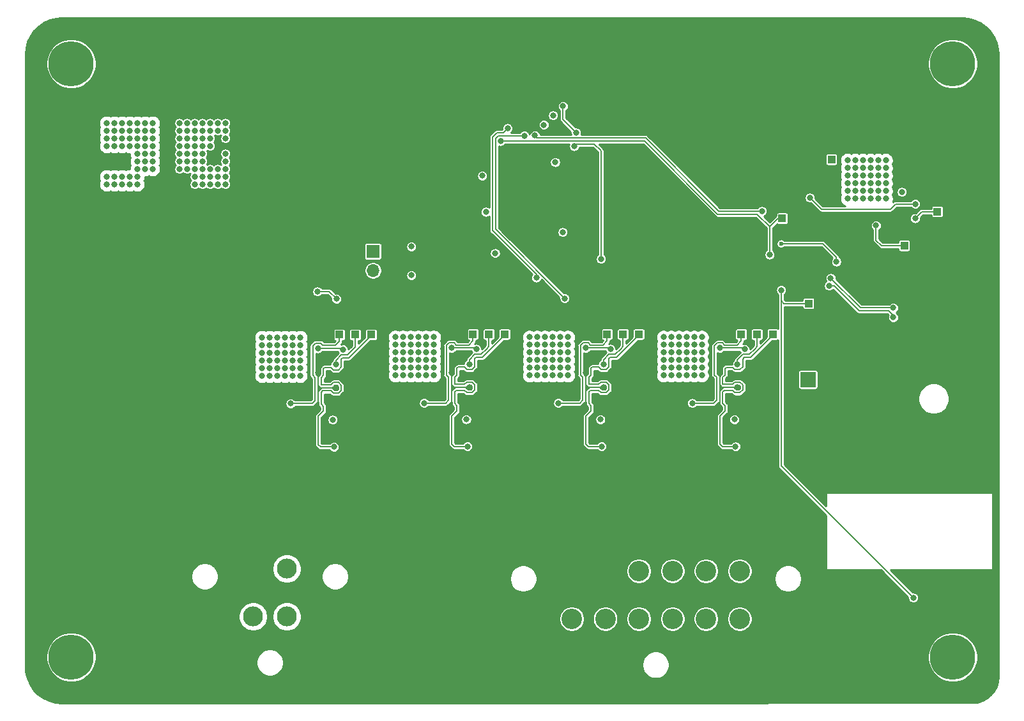
<source format=gbr>
%TF.GenerationSoftware,KiCad,Pcbnew,(5.1.9-0-10_14)*%
%TF.CreationDate,2021-07-17T22:03:01+08:00*%
%TF.ProjectId,pdm,70646d2e-6b69-4636-9164-5f7063625858,rev?*%
%TF.SameCoordinates,Original*%
%TF.FileFunction,Copper,L4,Bot*%
%TF.FilePolarity,Positive*%
%FSLAX46Y46*%
G04 Gerber Fmt 4.6, Leading zero omitted, Abs format (unit mm)*
G04 Created by KiCad (PCBNEW (5.1.9-0-10_14)) date 2021-07-17 22:03:01*
%MOMM*%
%LPD*%
G01*
G04 APERTURE LIST*
%TA.AperFunction,ComponentPad*%
%ADD10R,1.000000X1.000000*%
%TD*%
%TA.AperFunction,SMDPad,CuDef*%
%ADD11C,0.100000*%
%TD*%
%TA.AperFunction,ComponentPad*%
%ADD12C,0.500000*%
%TD*%
%TA.AperFunction,ComponentPad*%
%ADD13O,2.000000X2.000000*%
%TD*%
%TA.AperFunction,ComponentPad*%
%ADD14R,2.000000X2.000000*%
%TD*%
%TA.AperFunction,ComponentPad*%
%ADD15O,1.700000X1.700000*%
%TD*%
%TA.AperFunction,ComponentPad*%
%ADD16R,1.700000X1.700000*%
%TD*%
%TA.AperFunction,ComponentPad*%
%ADD17R,2.715000X2.715000*%
%TD*%
%TA.AperFunction,ComponentPad*%
%ADD18C,2.715000*%
%TD*%
%TA.AperFunction,ComponentPad*%
%ADD19C,6.000000*%
%TD*%
%TA.AperFunction,ComponentPad*%
%ADD20C,0.800000*%
%TD*%
%TA.AperFunction,ComponentPad*%
%ADD21C,2.640000*%
%TD*%
%TA.AperFunction,ComponentPad*%
%ADD22R,2.640000X2.640000*%
%TD*%
%TA.AperFunction,ViaPad*%
%ADD23C,0.600000*%
%TD*%
%TA.AperFunction,ViaPad*%
%ADD24C,0.800000*%
%TD*%
%TA.AperFunction,Conductor*%
%ADD25C,0.203200*%
%TD*%
%TA.AperFunction,Conductor*%
%ADD26C,0.254000*%
%TD*%
%TA.AperFunction,Conductor*%
%ADD27C,0.100000*%
%TD*%
G04 APERTURE END LIST*
D10*
%TO.P,TP19,1*%
%TO.N,/DAC2*%
X204851000Y-75374500D03*
%TD*%
%TO.P,TP18,1*%
%TO.N,/vout5*%
X208343500Y-86677500D03*
%TD*%
%TO.P,TP17,1*%
%TO.N,/sense5*%
X221043500Y-78994000D03*
%TD*%
%TO.P,TP16,1*%
%TO.N,/sheet60F4D953/BUCK_FUSE_OUT*%
X225425000Y-74485500D03*
%TD*%
%TO.P,TP15,1*%
%TO.N,/act5*%
X211391500Y-67564000D03*
%TD*%
%TO.P,TP14,1*%
%TO.N,/sense4*%
X199420000Y-90761000D03*
%TD*%
%TO.P,TP13,1*%
%TO.N,/vout4*%
X203611000Y-90761000D03*
%TD*%
%TO.P,TP12,1*%
%TO.N,/act4*%
X201515500Y-90761000D03*
%TD*%
%TO.P,TP11,1*%
%TO.N,/sense2*%
X163877000Y-90751000D03*
%TD*%
%TO.P,TP10,1*%
%TO.N,/vout2*%
X168068000Y-90751000D03*
%TD*%
%TO.P,TP9,1*%
%TO.N,/act2*%
X165972500Y-90751000D03*
%TD*%
%TO.P,TP8,1*%
%TO.N,/sense1*%
X146177000Y-90805000D03*
%TD*%
%TO.P,TP7,1*%
%TO.N,/vout1*%
X150368000Y-90805000D03*
%TD*%
%TO.P,TP6,1*%
%TO.N,/act1*%
X148272500Y-90805000D03*
%TD*%
%TO.P,TP5,1*%
%TO.N,/sense3*%
X181655280Y-90752159D03*
%TD*%
%TO.P,TP4,1*%
%TO.N,/vout3*%
X185846280Y-90752159D03*
%TD*%
%TO.P,TP3,1*%
%TO.N,/act3*%
X183750780Y-90752159D03*
%TD*%
%TA.AperFunction,SMDPad,CuDef*%
D11*
%TO.P,U3,33*%
%TO.N,GND*%
G36*
X169926000Y-67066233D02*
G01*
X171693767Y-68834000D01*
X169926000Y-70601767D01*
X168158233Y-68834000D01*
X169926000Y-67066233D01*
G37*
%TD.AperFunction*%
D12*
X168511786Y-68834000D03*
X169218893Y-68126893D03*
X169926000Y-67419786D03*
X169218893Y-69541107D03*
X169926000Y-68834000D03*
X170633107Y-68126893D03*
X169926000Y-70248214D03*
X170633107Y-69541107D03*
X171340214Y-68834000D03*
%TD*%
D13*
%TO.P,D6,2*%
%TO.N,GND*%
X208280000Y-101854000D03*
D14*
%TO.P,D6,1*%
%TO.N,Net-(D6-Pad1)*%
X208280000Y-96774000D03*
%TD*%
D15*
%TO.P,J3,2*%
%TO.N,/_N*%
X150622000Y-82296000D03*
D16*
%TO.P,J3,1*%
%TO.N,/_P*%
X150622000Y-79756000D03*
%TD*%
D17*
%TO.P,J4,1*%
%TO.N,GND*%
X176972000Y-122174000D03*
D18*
%TO.P,J4,2*%
X181417000Y-122174000D03*
%TO.P,J4,3*%
%TO.N,/vout2*%
X185862000Y-122174000D03*
%TO.P,J4,4*%
%TO.N,/vout3*%
X190312000Y-122174000D03*
%TO.P,J4,5*%
%TO.N,/vout4*%
X194757000Y-122174000D03*
%TO.P,J4,6*%
%TO.N,/vout5*%
X199202000Y-122174000D03*
%TO.P,J4,7*%
X199202000Y-128524000D03*
%TO.P,J4,8*%
%TO.N,/vout4*%
X194757000Y-128524000D03*
%TO.P,J4,9*%
%TO.N,/vout3*%
X190312000Y-128524000D03*
%TO.P,J4,10*%
%TO.N,/vout1*%
X185862000Y-128524000D03*
%TO.P,J4,11*%
%TO.N,/_P*%
X181417000Y-128524000D03*
%TO.P,J4,12*%
%TO.N,/_N*%
X176972000Y-128524000D03*
%TD*%
D19*
%TO.P,H4,1*%
%TO.N,N/C*%
X227457000Y-133604000D03*
D20*
X229707000Y-133604000D03*
X229047990Y-135194990D03*
X227457000Y-135854000D03*
X225866010Y-135194990D03*
X225207000Y-133604000D03*
X225866010Y-132013010D03*
X227457000Y-131354000D03*
X229047990Y-132013010D03*
%TD*%
D19*
%TO.P,H3,1*%
%TO.N,N/C*%
X227457000Y-54864000D03*
D20*
X229707000Y-54864000D03*
X229047990Y-56454990D03*
X227457000Y-57114000D03*
X225866010Y-56454990D03*
X225207000Y-54864000D03*
X225866010Y-53273010D03*
X227457000Y-52614000D03*
X229047990Y-53273010D03*
%TD*%
D19*
%TO.P,H2,1*%
%TO.N,N/C*%
X110617000Y-133604000D03*
D20*
X112867000Y-133604000D03*
X112207990Y-135194990D03*
X110617000Y-135854000D03*
X109026010Y-135194990D03*
X108367000Y-133604000D03*
X109026010Y-132013010D03*
X110617000Y-131354000D03*
X112207990Y-132013010D03*
%TD*%
D19*
%TO.P,H1,1*%
%TO.N,N/C*%
X110617000Y-54864000D03*
D20*
X112867000Y-54864000D03*
X112207990Y-56454990D03*
X110617000Y-57114000D03*
X109026010Y-56454990D03*
X108367000Y-54864000D03*
X109026010Y-53273010D03*
X110617000Y-52614000D03*
X112207990Y-53273010D03*
%TD*%
D21*
%TO.P,J1,4*%
%TO.N,+12V*%
X134742000Y-128224000D03*
%TO.P,J1,3*%
X139192000Y-128224000D03*
D22*
%TO.P,J1,1*%
%TO.N,GND*%
X134742000Y-121874000D03*
D21*
%TO.P,J1,2*%
%TO.N,+12V*%
X139192000Y-121874000D03*
%TD*%
D23*
%TO.N,GND*%
X209296000Y-81788000D03*
X209296000Y-82550000D03*
X209296000Y-83312000D03*
X208534000Y-83312000D03*
X208534000Y-82550000D03*
X208534000Y-81788000D03*
D24*
X123190000Y-67437000D03*
X123190000Y-66548000D03*
X123190000Y-65659000D03*
X123190000Y-64770000D03*
X123190000Y-63881000D03*
X129794000Y-67564000D03*
X143336000Y-100638000D03*
X143336000Y-95875990D03*
X145688000Y-97860000D03*
X123190000Y-68326000D03*
X220726000Y-76962000D03*
X220472000Y-74422000D03*
D23*
X209296000Y-81026000D03*
X208534000Y-81026000D03*
X207772000Y-81026000D03*
X210058000Y-81026000D03*
X210058000Y-80264000D03*
X209296000Y-80264000D03*
X208534000Y-80264000D03*
X207772000Y-80264000D03*
X207772000Y-79502000D03*
X208534000Y-79502000D03*
X209296000Y-79502000D03*
X210058000Y-79502000D03*
X209296000Y-84074000D03*
X208534000Y-84074000D03*
X207772000Y-84074000D03*
X207772000Y-84836000D03*
X208534000Y-84836000D03*
X209296000Y-84836000D03*
X210058000Y-84836000D03*
D24*
X165391067Y-81414909D03*
X161036000Y-100584000D03*
X161036000Y-95821990D03*
X163388000Y-97806000D03*
X178814280Y-100585159D03*
X178814280Y-95823149D03*
X181166280Y-97807159D03*
X196579000Y-100594000D03*
X196579000Y-95831990D03*
X198931000Y-97816000D03*
X161036000Y-100584000D03*
X161036000Y-95821990D03*
X163388000Y-97806000D03*
X178814280Y-100585159D03*
X178814280Y-95823149D03*
X181166280Y-97807159D03*
X196579000Y-100594000D03*
X196579000Y-95831990D03*
X198931000Y-97816000D03*
X161036000Y-100584000D03*
X161036000Y-95821990D03*
X163388000Y-97806000D03*
X178814280Y-100585159D03*
X178814280Y-95823149D03*
X181166280Y-97807159D03*
X196579000Y-100594000D03*
X196579000Y-95831990D03*
X198931000Y-97816000D03*
%TO.N,+12V*%
X120396000Y-67818000D03*
X120396000Y-66802000D03*
X213514000Y-72748000D03*
X214530000Y-72748000D03*
X215546000Y-72748000D03*
X216562000Y-72748000D03*
X217578000Y-72748000D03*
X218594000Y-72748000D03*
X218594000Y-71732000D03*
X217578000Y-71732000D03*
X216562000Y-71732000D03*
X215546000Y-71732000D03*
X214530000Y-71732000D03*
X213514000Y-71732000D03*
X213514000Y-70716000D03*
X214530000Y-70716000D03*
X215546000Y-70716000D03*
X216562000Y-70716000D03*
X217578000Y-70716000D03*
X218594000Y-70716000D03*
X218594000Y-69700000D03*
X217578000Y-69700000D03*
X216562000Y-69700000D03*
X215546000Y-69700000D03*
X214530000Y-69700000D03*
X213514000Y-69700000D03*
X213514000Y-68684000D03*
X214530000Y-68684000D03*
X215546000Y-68684000D03*
X216562000Y-68684000D03*
X217578000Y-68684000D03*
X218594000Y-68684000D03*
X218594000Y-67668000D03*
X217578000Y-67668000D03*
X216562000Y-67668000D03*
X215546000Y-67668000D03*
X214530000Y-67668000D03*
X213514000Y-67668000D03*
X120396000Y-65786000D03*
X116332000Y-65786000D03*
X120396000Y-64770000D03*
X120396000Y-63754000D03*
X135890000Y-96266000D03*
X136906000Y-96266000D03*
X137922000Y-96266000D03*
X138938000Y-96266000D03*
X139954000Y-96266000D03*
X140970000Y-96266000D03*
X140970000Y-95250000D03*
X139954000Y-95250000D03*
X138938000Y-95250000D03*
X137922000Y-95250000D03*
X136906000Y-95250000D03*
X135890000Y-95250000D03*
X135890000Y-94234000D03*
X136906000Y-94234000D03*
X137922000Y-94234000D03*
X138938000Y-94234000D03*
X139954000Y-94234000D03*
X140970000Y-94234000D03*
X140970000Y-93218000D03*
X139954000Y-93218000D03*
X138938000Y-93218000D03*
X137922000Y-93218000D03*
X136906000Y-93218000D03*
X135890000Y-93218000D03*
X135890000Y-92202000D03*
X136906000Y-92202000D03*
X137922000Y-92202000D03*
X138938000Y-92202000D03*
X139954000Y-92202000D03*
X140970000Y-92202000D03*
X140970000Y-91186000D03*
X139954000Y-91186000D03*
X138938000Y-91186000D03*
X137922000Y-91186000D03*
X136906000Y-91186000D03*
X135890000Y-91186000D03*
X120396000Y-62738000D03*
X119380000Y-62738000D03*
X118364000Y-62738000D03*
X117348000Y-62738000D03*
X116332000Y-62738000D03*
X115316000Y-62738000D03*
X121412000Y-62738000D03*
X115316000Y-63754000D03*
X116332000Y-63754000D03*
X117348000Y-63754000D03*
X118364000Y-63754000D03*
X119380000Y-63754000D03*
X121412000Y-63754000D03*
X121412000Y-64770000D03*
X119380000Y-64770000D03*
X118364000Y-64770000D03*
X117348000Y-64770000D03*
X116332000Y-64770000D03*
X115316000Y-64770000D03*
X115316000Y-65786000D03*
X117348000Y-65786000D03*
X118364000Y-65786000D03*
X119380000Y-65786000D03*
X121412000Y-65786000D03*
X121412000Y-68834000D03*
X120396000Y-68834000D03*
X119380000Y-68834000D03*
X115316000Y-69850000D03*
X116332000Y-69850000D03*
X117348000Y-69850000D03*
X118364000Y-69850000D03*
X119380000Y-69850000D03*
X115316000Y-70866000D03*
X116332000Y-70866000D03*
X117348000Y-70866000D03*
X118364000Y-70866000D03*
X119380000Y-70866000D03*
X153590000Y-96212000D03*
X154606000Y-96212000D03*
X155622000Y-96212000D03*
X156638000Y-96212000D03*
X157654000Y-96212000D03*
X158670000Y-96212000D03*
X158670000Y-95196000D03*
X157654000Y-95196000D03*
X156638000Y-95196000D03*
X155622000Y-95196000D03*
X154606000Y-95196000D03*
X153590000Y-95196000D03*
X153590000Y-94180000D03*
X154606000Y-94180000D03*
X155622000Y-94180000D03*
X156638000Y-94180000D03*
X157654000Y-94180000D03*
X158670000Y-94180000D03*
X158670000Y-93164000D03*
X157654000Y-93164000D03*
X156638000Y-93164000D03*
X155622000Y-93164000D03*
X154606000Y-93164000D03*
X153590000Y-93164000D03*
X153590000Y-92148000D03*
X154606000Y-92148000D03*
X155622000Y-92148000D03*
X156638000Y-92148000D03*
X157654000Y-92148000D03*
X158670000Y-92148000D03*
X158670000Y-91132000D03*
X157654000Y-91132000D03*
X156638000Y-91132000D03*
X155622000Y-91132000D03*
X154606000Y-91132000D03*
X153590000Y-91132000D03*
X171368280Y-96213159D03*
X172384280Y-96213159D03*
X173400280Y-96213159D03*
X174416280Y-96213159D03*
X175432280Y-96213159D03*
X176448280Y-96213159D03*
X176448280Y-95197159D03*
X175432280Y-95197159D03*
X174416280Y-95197159D03*
X173400280Y-95197159D03*
X172384280Y-95197159D03*
X171368280Y-95197159D03*
X171368280Y-94181159D03*
X172384280Y-94181159D03*
X173400280Y-94181159D03*
X174416280Y-94181159D03*
X175432280Y-94181159D03*
X176448280Y-94181159D03*
X176448280Y-93165159D03*
X175432280Y-93165159D03*
X174416280Y-93165159D03*
X173400280Y-93165159D03*
X172384280Y-93165159D03*
X171368280Y-93165159D03*
X171368280Y-92149159D03*
X172384280Y-92149159D03*
X173400280Y-92149159D03*
X174416280Y-92149159D03*
X175432280Y-92149159D03*
X176448280Y-92149159D03*
X176448280Y-91133159D03*
X175432280Y-91133159D03*
X174416280Y-91133159D03*
X173400280Y-91133159D03*
X172384280Y-91133159D03*
X171368280Y-91133159D03*
X189133000Y-96222000D03*
X190149000Y-96222000D03*
X191165000Y-96222000D03*
X192181000Y-96222000D03*
X193197000Y-96222000D03*
X194213000Y-96222000D03*
X194213000Y-95206000D03*
X193197000Y-95206000D03*
X192181000Y-95206000D03*
X191165000Y-95206000D03*
X190149000Y-95206000D03*
X189133000Y-95206000D03*
X189133000Y-94190000D03*
X190149000Y-94190000D03*
X191165000Y-94190000D03*
X192181000Y-94190000D03*
X193197000Y-94190000D03*
X194213000Y-94190000D03*
X194213000Y-93174000D03*
X193197000Y-93174000D03*
X192181000Y-93174000D03*
X191165000Y-93174000D03*
X190149000Y-93174000D03*
X189133000Y-93174000D03*
X189133000Y-92158000D03*
X190149000Y-92158000D03*
X191165000Y-92158000D03*
X192181000Y-92158000D03*
X193197000Y-92158000D03*
X194213000Y-92158000D03*
X194213000Y-91142000D03*
X193197000Y-91142000D03*
X192181000Y-91142000D03*
X191165000Y-91142000D03*
X190149000Y-91142000D03*
X189133000Y-91142000D03*
X119380000Y-66802000D03*
X121412000Y-66802000D03*
X121412000Y-67818000D03*
X119380000Y-67818000D03*
X153590000Y-96212000D03*
X154606000Y-96212000D03*
X155622000Y-96212000D03*
X156638000Y-96212000D03*
X157654000Y-96212000D03*
X158670000Y-96212000D03*
X158670000Y-95196000D03*
X157654000Y-95196000D03*
X156638000Y-95196000D03*
X155622000Y-95196000D03*
X154606000Y-95196000D03*
X153590000Y-95196000D03*
X153590000Y-94180000D03*
X154606000Y-94180000D03*
X155622000Y-94180000D03*
X156638000Y-94180000D03*
X157654000Y-94180000D03*
X158670000Y-94180000D03*
X158670000Y-93164000D03*
X157654000Y-93164000D03*
X156638000Y-93164000D03*
X155622000Y-93164000D03*
X154606000Y-93164000D03*
X153590000Y-93164000D03*
X153590000Y-92148000D03*
X154606000Y-92148000D03*
X155622000Y-92148000D03*
X156638000Y-92148000D03*
X157654000Y-92148000D03*
X158670000Y-92148000D03*
X158670000Y-91132000D03*
X157654000Y-91132000D03*
X156638000Y-91132000D03*
X155622000Y-91132000D03*
X154606000Y-91132000D03*
X153590000Y-91132000D03*
X171368280Y-96213159D03*
X172384280Y-96213159D03*
X173400280Y-96213159D03*
X174416280Y-96213159D03*
X175432280Y-96213159D03*
X176448280Y-96213159D03*
X176448280Y-95197159D03*
X175432280Y-95197159D03*
X174416280Y-95197159D03*
X173400280Y-95197159D03*
X172384280Y-95197159D03*
X171368280Y-95197159D03*
X171368280Y-94181159D03*
X172384280Y-94181159D03*
X173400280Y-94181159D03*
X174416280Y-94181159D03*
X175432280Y-94181159D03*
X176448280Y-94181159D03*
X176448280Y-93165159D03*
X175432280Y-93165159D03*
X174416280Y-93165159D03*
X173400280Y-93165159D03*
X172384280Y-93165159D03*
X171368280Y-93165159D03*
X171368280Y-92149159D03*
X172384280Y-92149159D03*
X173400280Y-92149159D03*
X174416280Y-92149159D03*
X175432280Y-92149159D03*
X176448280Y-92149159D03*
X176448280Y-91133159D03*
X175432280Y-91133159D03*
X174416280Y-91133159D03*
X173400280Y-91133159D03*
X172384280Y-91133159D03*
X171368280Y-91133159D03*
X189133000Y-96222000D03*
X190149000Y-96222000D03*
X191165000Y-96222000D03*
X192181000Y-96222000D03*
X193197000Y-96222000D03*
X194213000Y-96222000D03*
X194213000Y-95206000D03*
X193197000Y-95206000D03*
X192181000Y-95206000D03*
X191165000Y-95206000D03*
X190149000Y-95206000D03*
X189133000Y-95206000D03*
X189133000Y-94190000D03*
X190149000Y-94190000D03*
X191165000Y-94190000D03*
X192181000Y-94190000D03*
X193197000Y-94190000D03*
X194213000Y-94190000D03*
X194213000Y-93174000D03*
X193197000Y-93174000D03*
X192181000Y-93174000D03*
X191165000Y-93174000D03*
X190149000Y-93174000D03*
X189133000Y-93174000D03*
X189133000Y-92158000D03*
X190149000Y-92158000D03*
X191165000Y-92158000D03*
X192181000Y-92158000D03*
X193197000Y-92158000D03*
X194213000Y-92158000D03*
X194213000Y-91142000D03*
X193197000Y-91142000D03*
X192181000Y-91142000D03*
X191165000Y-91142000D03*
X190149000Y-91142000D03*
X189133000Y-91142000D03*
X153590000Y-96212000D03*
X154606000Y-96212000D03*
X155622000Y-96212000D03*
X156638000Y-96212000D03*
X157654000Y-96212000D03*
X158670000Y-96212000D03*
X158670000Y-95196000D03*
X157654000Y-95196000D03*
X156638000Y-95196000D03*
X155622000Y-95196000D03*
X154606000Y-95196000D03*
X153590000Y-95196000D03*
X153590000Y-94180000D03*
X154606000Y-94180000D03*
X155622000Y-94180000D03*
X156638000Y-94180000D03*
X157654000Y-94180000D03*
X158670000Y-94180000D03*
X158670000Y-93164000D03*
X157654000Y-93164000D03*
X156638000Y-93164000D03*
X155622000Y-93164000D03*
X154606000Y-93164000D03*
X153590000Y-93164000D03*
X153590000Y-92148000D03*
X154606000Y-92148000D03*
X155622000Y-92148000D03*
X156638000Y-92148000D03*
X157654000Y-92148000D03*
X158670000Y-92148000D03*
X158670000Y-91132000D03*
X157654000Y-91132000D03*
X156638000Y-91132000D03*
X155622000Y-91132000D03*
X154606000Y-91132000D03*
X153590000Y-91132000D03*
X171368280Y-96213159D03*
X172384280Y-96213159D03*
X173400280Y-96213159D03*
X174416280Y-96213159D03*
X175432280Y-96213159D03*
X176448280Y-96213159D03*
X176448280Y-95197159D03*
X175432280Y-95197159D03*
X174416280Y-95197159D03*
X173400280Y-95197159D03*
X172384280Y-95197159D03*
X171368280Y-95197159D03*
X171368280Y-94181159D03*
X172384280Y-94181159D03*
X173400280Y-94181159D03*
X174416280Y-94181159D03*
X175432280Y-94181159D03*
X176448280Y-94181159D03*
X176448280Y-93165159D03*
X175432280Y-93165159D03*
X174416280Y-93165159D03*
X173400280Y-93165159D03*
X172384280Y-93165159D03*
X171368280Y-93165159D03*
X171368280Y-92149159D03*
X172384280Y-92149159D03*
X173400280Y-92149159D03*
X174416280Y-92149159D03*
X175432280Y-92149159D03*
X176448280Y-92149159D03*
X176448280Y-91133159D03*
X175432280Y-91133159D03*
X174416280Y-91133159D03*
X173400280Y-91133159D03*
X172384280Y-91133159D03*
X171368280Y-91133159D03*
X189133000Y-96222000D03*
X190149000Y-96222000D03*
X191165000Y-96222000D03*
X192181000Y-96222000D03*
X193197000Y-96222000D03*
X194213000Y-96222000D03*
X194213000Y-95206000D03*
X193197000Y-95206000D03*
X192181000Y-95206000D03*
X191165000Y-95206000D03*
X190149000Y-95206000D03*
X189133000Y-95206000D03*
X189133000Y-94190000D03*
X190149000Y-94190000D03*
X191165000Y-94190000D03*
X192181000Y-94190000D03*
X193197000Y-94190000D03*
X194213000Y-94190000D03*
X194213000Y-93174000D03*
X193197000Y-93174000D03*
X192181000Y-93174000D03*
X191165000Y-93174000D03*
X190149000Y-93174000D03*
X189133000Y-93174000D03*
X189133000Y-92158000D03*
X190149000Y-92158000D03*
X191165000Y-92158000D03*
X192181000Y-92158000D03*
X193197000Y-92158000D03*
X194213000Y-92158000D03*
X194213000Y-91142000D03*
X193197000Y-91142000D03*
X192181000Y-91142000D03*
X191165000Y-91142000D03*
X190149000Y-91142000D03*
X189133000Y-91142000D03*
%TO.N,+3V3*%
X125984000Y-67818000D03*
X125984000Y-66802000D03*
X125984000Y-65786000D03*
X125984000Y-64770000D03*
X125984000Y-63754000D03*
X124968000Y-62738000D03*
X125984000Y-62738000D03*
X127000000Y-62738000D03*
X128016000Y-62738000D03*
X129032000Y-62738000D03*
X130048000Y-62738000D03*
X131064000Y-62738000D03*
X124968000Y-63754000D03*
X127000000Y-63754000D03*
X128016000Y-63754000D03*
X129032000Y-63754000D03*
X130048000Y-63754000D03*
X131064000Y-63754000D03*
X131064000Y-64770000D03*
X129032000Y-64770000D03*
X128016000Y-64770000D03*
X127000000Y-64770000D03*
X124968000Y-64770000D03*
X124968000Y-65786000D03*
X127000000Y-65786000D03*
X128016000Y-65786000D03*
X129032000Y-65786000D03*
X131064000Y-66802000D03*
X128016000Y-66802000D03*
X127000000Y-66802000D03*
X124968000Y-66802000D03*
X124968000Y-67818000D03*
X127000000Y-67818000D03*
X128016000Y-67818000D03*
X131064000Y-67818000D03*
X131064000Y-68834000D03*
X130048000Y-68834000D03*
X129032000Y-68834000D03*
X128016000Y-68834000D03*
X127000000Y-68834000D03*
X125984000Y-68834000D03*
X124968000Y-68834000D03*
X128016000Y-69850000D03*
X129032000Y-69850000D03*
X130048000Y-69850000D03*
X131064000Y-69850000D03*
X131064000Y-70866000D03*
X130048000Y-70866000D03*
X129032000Y-70866000D03*
X127000000Y-69850000D03*
X127000000Y-70866000D03*
X128016000Y-70866000D03*
X145288000Y-102108000D03*
X220726000Y-71882000D03*
X165582383Y-74523383D03*
X165100000Y-69723000D03*
X174766146Y-67926782D03*
X166805280Y-80000695D03*
X162988000Y-102054000D03*
X180766280Y-102055159D03*
X198531000Y-102064000D03*
X175768000Y-77216000D03*
X173268008Y-62970377D03*
X174498000Y-61722000D03*
X162988000Y-102054000D03*
X180766280Y-102055159D03*
X198531000Y-102064000D03*
X162988000Y-102054000D03*
X180766280Y-102055159D03*
X198531000Y-102064000D03*
%TO.N,/sense5*%
X202184000Y-74422000D03*
X172091201Y-64389000D03*
X217294000Y-76336000D03*
%TO.N,/sense4*%
X172276303Y-83247697D03*
X168462999Y-63427873D03*
X192943000Y-99905000D03*
X192943000Y-99905000D03*
%TO.N,/sense3*%
X170688000Y-64411516D03*
X176022000Y-86001180D03*
X175178280Y-99896159D03*
X175178280Y-99896159D03*
%TO.N,/sense2*%
X145781029Y-86067242D03*
X143256000Y-85090000D03*
X157400000Y-99895000D03*
X157400000Y-99895000D03*
%TO.N,/sense1*%
X139700000Y-99949000D03*
%TO.N,/act4*%
X198931000Y-94736000D03*
X198931000Y-94736000D03*
%TO.N,/act3*%
X181166280Y-94727159D03*
X181166280Y-94727159D03*
%TO.N,/act2*%
X163388000Y-94726000D03*
X163388000Y-94726000D03*
%TO.N,/act1*%
X145688000Y-94780000D03*
%TO.N,/_P*%
X155702000Y-79121000D03*
%TO.N,/_N*%
X155702000Y-82931000D03*
%TO.N,Net-(Q7-Pad3)*%
X161036000Y-92583000D03*
X164338000Y-92726000D03*
X161036000Y-92583000D03*
X164338000Y-92726000D03*
X161036000Y-92583000D03*
X164338000Y-92726000D03*
%TO.N,Net-(Q1-Pad3)*%
X178814280Y-92584159D03*
X182116280Y-92727159D03*
X178814280Y-92584159D03*
X182116280Y-92727159D03*
X178814280Y-92584159D03*
X182116280Y-92727159D03*
%TO.N,/vout2*%
X163134000Y-105648000D03*
X163134000Y-105648000D03*
%TO.N,/vout1*%
X145434000Y-105702000D03*
%TO.N,/vout3*%
X180912280Y-105649159D03*
X180912280Y-105649159D03*
%TO.N,/vout4*%
X198677000Y-105658000D03*
X198677000Y-105658000D03*
%TO.N,/vout5*%
X222250000Y-125730000D03*
X204724000Y-84899000D03*
%TO.N,Net-(D6-Pad1)*%
X211074000Y-84328000D03*
X219586000Y-88519000D03*
%TO.N,Net-(Q4-Pad3)*%
X143336000Y-92637000D03*
X146638000Y-92780000D03*
%TO.N,Net-(Q12-Pad3)*%
X196579000Y-92593000D03*
X199881000Y-92736000D03*
X196579000Y-92593000D03*
X199881000Y-92736000D03*
X196579000Y-92593000D03*
X199881000Y-92736000D03*
%TO.N,/DAC2*%
X167550883Y-65113116D03*
X203200000Y-80201000D03*
%TO.N,/fuse5*%
X208534000Y-72644000D03*
X222488000Y-73472000D03*
%TO.N,Net-(Q15-Pad4)*%
X211284002Y-83312000D03*
X219586000Y-87249000D03*
%TO.N,/sheet60F4D953/BUCK_FUSE_OUT*%
X212026267Y-81123321D03*
D23*
X204711000Y-78740000D03*
D24*
X222488000Y-75372000D03*
%TO.N,/NRST*%
X180848000Y-80772000D03*
X177292000Y-65814716D03*
X177546000Y-64008306D03*
X175808008Y-60492008D03*
%TD*%
D25*
%TO.N,GND*%
X143605999Y-97860000D02*
X143336000Y-97590000D01*
X143336000Y-98129999D02*
X143605999Y-97860000D01*
X143336000Y-100638000D02*
X143336000Y-98129999D01*
X143605999Y-97860000D02*
X145688000Y-97860000D01*
X143336000Y-97590000D02*
X143336000Y-95875990D01*
X143606000Y-97860000D02*
X143336000Y-97590000D01*
X143336000Y-98130000D02*
X143606000Y-97860000D01*
X143336000Y-100638000D02*
X143336000Y-98130000D01*
X143606000Y-97860000D02*
X145688000Y-97860000D01*
X161305999Y-97806000D02*
X161036000Y-97536000D01*
X161036000Y-98075999D02*
X161305999Y-97806000D01*
X161036000Y-100584000D02*
X161036000Y-98075999D01*
X161305999Y-97806000D02*
X163388000Y-97806000D01*
X161036000Y-97536000D02*
X161036000Y-95821990D01*
X161306000Y-97806000D02*
X161036000Y-97536000D01*
X161036000Y-98076000D02*
X161306000Y-97806000D01*
X161036000Y-100584000D02*
X161036000Y-98076000D01*
X161306000Y-97806000D02*
X163388000Y-97806000D01*
X179084279Y-97807159D02*
X178814280Y-97537159D01*
X178814280Y-98077158D02*
X179084279Y-97807159D01*
X178814280Y-100585159D02*
X178814280Y-98077158D01*
X179084279Y-97807159D02*
X181166280Y-97807159D01*
X178814280Y-97537159D02*
X178814280Y-95823149D01*
X179084280Y-97807159D02*
X178814280Y-97537159D01*
X178814280Y-98077159D02*
X179084280Y-97807159D01*
X178814280Y-100585159D02*
X178814280Y-98077159D01*
X179084280Y-97807159D02*
X181166280Y-97807159D01*
X196848999Y-97816000D02*
X196579000Y-97546000D01*
X196579000Y-98085999D02*
X196848999Y-97816000D01*
X196579000Y-100594000D02*
X196579000Y-98085999D01*
X196848999Y-97816000D02*
X198931000Y-97816000D01*
X196579000Y-97546000D02*
X196579000Y-95831990D01*
X196849000Y-97816000D02*
X196579000Y-97546000D01*
X196579000Y-98086000D02*
X196849000Y-97816000D01*
X196579000Y-100594000D02*
X196579000Y-98086000D01*
X196849000Y-97816000D02*
X198931000Y-97816000D01*
X161305999Y-97806000D02*
X161036000Y-97536000D01*
X161036000Y-98075999D02*
X161305999Y-97806000D01*
X161036000Y-100584000D02*
X161036000Y-98075999D01*
X161305999Y-97806000D02*
X163388000Y-97806000D01*
X161036000Y-97536000D02*
X161036000Y-95821990D01*
X161306000Y-97806000D02*
X161036000Y-97536000D01*
X161036000Y-98076000D02*
X161306000Y-97806000D01*
X161036000Y-100584000D02*
X161036000Y-98076000D01*
X161306000Y-97806000D02*
X163388000Y-97806000D01*
X179084279Y-97807159D02*
X178814280Y-97537159D01*
X178814280Y-98077158D02*
X179084279Y-97807159D01*
X178814280Y-100585159D02*
X178814280Y-98077158D01*
X179084279Y-97807159D02*
X181166280Y-97807159D01*
X178814280Y-97537159D02*
X178814280Y-95823149D01*
X179084280Y-97807159D02*
X178814280Y-97537159D01*
X178814280Y-98077159D02*
X179084280Y-97807159D01*
X178814280Y-100585159D02*
X178814280Y-98077159D01*
X179084280Y-97807159D02*
X181166280Y-97807159D01*
X196848999Y-97816000D02*
X196579000Y-97546000D01*
X196579000Y-98085999D02*
X196848999Y-97816000D01*
X196579000Y-100594000D02*
X196579000Y-98085999D01*
X196848999Y-97816000D02*
X198931000Y-97816000D01*
X196579000Y-97546000D02*
X196579000Y-95831990D01*
X196849000Y-97816000D02*
X196579000Y-97546000D01*
X196579000Y-98086000D02*
X196849000Y-97816000D01*
X196579000Y-100594000D02*
X196579000Y-98086000D01*
X196849000Y-97816000D02*
X198931000Y-97816000D01*
X161305999Y-97806000D02*
X161036000Y-97536000D01*
X161036000Y-98075999D02*
X161305999Y-97806000D01*
X161036000Y-100584000D02*
X161036000Y-98075999D01*
X161305999Y-97806000D02*
X163388000Y-97806000D01*
X161036000Y-97536000D02*
X161036000Y-95821990D01*
X161306000Y-97806000D02*
X161036000Y-97536000D01*
X161036000Y-98076000D02*
X161306000Y-97806000D01*
X161036000Y-100584000D02*
X161036000Y-98076000D01*
X161306000Y-97806000D02*
X163388000Y-97806000D01*
X179084279Y-97807159D02*
X178814280Y-97537159D01*
X178814280Y-98077158D02*
X179084279Y-97807159D01*
X178814280Y-100585159D02*
X178814280Y-98077158D01*
X179084279Y-97807159D02*
X181166280Y-97807159D01*
X178814280Y-97537159D02*
X178814280Y-95823149D01*
X179084280Y-97807159D02*
X178814280Y-97537159D01*
X178814280Y-98077159D02*
X179084280Y-97807159D01*
X178814280Y-100585159D02*
X178814280Y-98077159D01*
X179084280Y-97807159D02*
X181166280Y-97807159D01*
X196848999Y-97816000D02*
X196579000Y-97546000D01*
X196579000Y-98085999D02*
X196848999Y-97816000D01*
X196579000Y-100594000D02*
X196579000Y-98085999D01*
X196848999Y-97816000D02*
X198931000Y-97816000D01*
X196579000Y-97546000D02*
X196579000Y-95831990D01*
X196849000Y-97816000D02*
X196579000Y-97546000D01*
X196579000Y-98086000D02*
X196849000Y-97816000D01*
X196579000Y-100594000D02*
X196579000Y-98086000D01*
X196849000Y-97816000D02*
X198931000Y-97816000D01*
%TO.N,/sense5*%
X186755130Y-64709906D02*
X196467224Y-74422000D01*
X172278906Y-64709906D02*
X186755130Y-64709906D01*
X172091201Y-64522201D02*
X172278906Y-64709906D01*
X196467224Y-74422000D02*
X202184000Y-74422000D01*
X172091201Y-64389000D02*
X172091201Y-64522201D01*
X217294000Y-76336000D02*
X217294000Y-78292500D01*
X217995500Y-78994000D02*
X221043500Y-78994000D01*
X217294000Y-78292500D02*
X217995500Y-78994000D01*
%TO.N,/sense4*%
X167047404Y-64008000D02*
X166446072Y-64609332D01*
X166446072Y-76995477D02*
X166682268Y-77231672D01*
X166446072Y-64609332D02*
X166446072Y-76995477D01*
X172276303Y-82825707D02*
X172106298Y-82655702D01*
X172276303Y-83247697D02*
X172276303Y-82825707D01*
X166682268Y-77231672D02*
X172106298Y-82655702D01*
X167882872Y-64008000D02*
X167640000Y-64008000D01*
X168462999Y-63427873D02*
X167882872Y-64008000D01*
X167640000Y-64008000D02*
X167047404Y-64008000D01*
X196915769Y-91891399D02*
X197214160Y-92189790D01*
X196242231Y-91891399D02*
X196915769Y-91891399D01*
X195877399Y-92256231D02*
X196242231Y-91891399D01*
X195877399Y-96168759D02*
X195877399Y-92256231D01*
X196175790Y-96467150D02*
X195877399Y-96168759D01*
X195794790Y-99905000D02*
X196175790Y-99524000D01*
X196175790Y-99524000D02*
X196175790Y-96467150D01*
X192943000Y-99905000D02*
X195794790Y-99905000D01*
X196915769Y-91891399D02*
X197214160Y-92189790D01*
X196242231Y-91891399D02*
X196915769Y-91891399D01*
X195877399Y-92256231D02*
X196242231Y-91891399D01*
X195877399Y-96168759D02*
X195877399Y-92256231D01*
X196175790Y-96467150D02*
X195877399Y-96168759D01*
X195794790Y-99905000D02*
X196175790Y-99524000D01*
X196175790Y-99524000D02*
X196175790Y-96467150D01*
X192943000Y-99905000D02*
X195794790Y-99905000D01*
X197214160Y-92189790D02*
X198435790Y-92189790D01*
X199420000Y-90761000D02*
X199420000Y-91650080D01*
X199420000Y-91650080D02*
X198880290Y-92189790D01*
X198435790Y-92189790D02*
X198880290Y-92189790D01*
%TO.N,/sense3*%
X166849282Y-76828462D02*
X176022000Y-86001180D01*
X166849282Y-64776347D02*
X166849282Y-76828462D01*
X167214113Y-64411516D02*
X166849282Y-64776347D01*
X170688000Y-64411516D02*
X167214113Y-64411516D01*
X179151049Y-91882558D02*
X179449440Y-92180949D01*
X178477511Y-91882558D02*
X179151049Y-91882558D01*
X178112679Y-92247390D02*
X178477511Y-91882558D01*
X178112679Y-96159918D02*
X178112679Y-92247390D01*
X178411070Y-96458309D02*
X178112679Y-96159918D01*
X178030070Y-99896159D02*
X178411070Y-99515159D01*
X178411070Y-99515159D02*
X178411070Y-96458309D01*
X175178280Y-99896159D02*
X178030070Y-99896159D01*
X179151049Y-91882558D02*
X179449440Y-92180949D01*
X178477511Y-91882558D02*
X179151049Y-91882558D01*
X178112679Y-92247390D02*
X178477511Y-91882558D01*
X178112679Y-96159918D02*
X178112679Y-92247390D01*
X178411070Y-96458309D02*
X178112679Y-96159918D01*
X178030070Y-99896159D02*
X178411070Y-99515159D01*
X178411070Y-99515159D02*
X178411070Y-96458309D01*
X175178280Y-99896159D02*
X178030070Y-99896159D01*
X179449440Y-92180949D02*
X180671070Y-92180949D01*
X181655280Y-90752159D02*
X181655280Y-91641239D01*
X181655280Y-91641239D02*
X181115570Y-92180949D01*
X180671070Y-92180949D02*
X181115570Y-92180949D01*
%TO.N,/sense2*%
X143256000Y-85090000D02*
X144803787Y-85090000D01*
X144803787Y-85090000D02*
X145781029Y-86067242D01*
X161372769Y-91881399D02*
X161671160Y-92179790D01*
X160699231Y-91881399D02*
X161372769Y-91881399D01*
X160334399Y-92246231D02*
X160699231Y-91881399D01*
X160334399Y-96158759D02*
X160334399Y-92246231D01*
X160632790Y-96457150D02*
X160334399Y-96158759D01*
X160251790Y-99895000D02*
X160632790Y-99514000D01*
X160632790Y-99514000D02*
X160632790Y-96457150D01*
X157400000Y-99895000D02*
X160251790Y-99895000D01*
X161372769Y-91881399D02*
X161671160Y-92179790D01*
X160699231Y-91881399D02*
X161372769Y-91881399D01*
X160334399Y-92246231D02*
X160699231Y-91881399D01*
X160334399Y-96158759D02*
X160334399Y-92246231D01*
X160632790Y-96457150D02*
X160334399Y-96158759D01*
X160251790Y-99895000D02*
X160632790Y-99514000D01*
X160632790Y-99514000D02*
X160632790Y-96457150D01*
X157400000Y-99895000D02*
X160251790Y-99895000D01*
X161671160Y-92179790D02*
X162892790Y-92179790D01*
X163877000Y-90751000D02*
X163877000Y-91640080D01*
X163877000Y-91640080D02*
X163337290Y-92179790D01*
X162892790Y-92179790D02*
X163337290Y-92179790D01*
%TO.N,/sense1*%
X143672769Y-91935399D02*
X143971160Y-92233790D01*
X142999231Y-91935399D02*
X143672769Y-91935399D01*
X142634399Y-92300231D02*
X142999231Y-91935399D01*
X142634399Y-96212759D02*
X142634399Y-92300231D01*
X142932790Y-96511150D02*
X142634399Y-96212759D01*
X142551790Y-99949000D02*
X142932790Y-99568000D01*
X142932790Y-99568000D02*
X142932790Y-96511150D01*
X139700000Y-99949000D02*
X142551790Y-99949000D01*
X143971160Y-92233790D02*
X145192790Y-92233790D01*
X146177000Y-90805000D02*
X146177000Y-91694080D01*
X146177000Y-91694080D02*
X145637290Y-92233790D01*
X145192790Y-92233790D02*
X145637290Y-92233790D01*
%TO.N,/act4*%
X199665796Y-93437601D02*
X200494599Y-93437601D01*
X198931000Y-94172397D02*
X199665796Y-93437601D01*
X198931000Y-94736000D02*
X198931000Y-94172397D01*
X199665796Y-93437601D02*
X200494599Y-93437601D01*
X198931000Y-94172397D02*
X199665796Y-93437601D01*
X198931000Y-94736000D02*
X198931000Y-94172397D01*
X201515500Y-92416700D02*
X201232100Y-92700100D01*
X201515500Y-90761000D02*
X201515500Y-92416700D01*
X200494599Y-93437601D02*
X201232100Y-92700100D01*
%TO.N,/act3*%
X181901076Y-93428760D02*
X182729879Y-93428760D01*
X181166280Y-94163556D02*
X181901076Y-93428760D01*
X181166280Y-94727159D02*
X181166280Y-94163556D01*
X181901076Y-93428760D02*
X182729879Y-93428760D01*
X181166280Y-94163556D02*
X181901076Y-93428760D01*
X181166280Y-94727159D02*
X181166280Y-94163556D01*
X183750780Y-92407859D02*
X183467380Y-92691259D01*
X183750780Y-90752159D02*
X183750780Y-92407859D01*
X182729879Y-93428760D02*
X183467380Y-92691259D01*
%TO.N,/act2*%
X164122796Y-93427601D02*
X164951599Y-93427601D01*
X163388000Y-94162397D02*
X164122796Y-93427601D01*
X163388000Y-94726000D02*
X163388000Y-94162397D01*
X164122796Y-93427601D02*
X164951599Y-93427601D01*
X163388000Y-94162397D02*
X164122796Y-93427601D01*
X163388000Y-94726000D02*
X163388000Y-94162397D01*
X165972500Y-92406700D02*
X165689100Y-92690100D01*
X165972500Y-90751000D02*
X165972500Y-92406700D01*
X164951599Y-93427601D02*
X165689100Y-92690100D01*
%TO.N,/act1*%
X146422796Y-93481601D02*
X147251599Y-93481601D01*
X145688000Y-94216397D02*
X146422796Y-93481601D01*
X145688000Y-94780000D02*
X145688000Y-94216397D01*
X148272500Y-92460700D02*
X147989100Y-92744100D01*
X148272500Y-90805000D02*
X148272500Y-92460700D01*
X147251599Y-93481601D02*
X147989100Y-92744100D01*
%TO.N,Net-(Q7-Pad3)*%
X164194999Y-92583000D02*
X164338000Y-92726001D01*
X161036000Y-92583000D02*
X164194999Y-92583000D01*
X164195000Y-92583000D02*
X164338000Y-92726000D01*
X161036000Y-92583000D02*
X164195000Y-92583000D01*
X164194999Y-92583000D02*
X164338000Y-92726001D01*
X161036000Y-92583000D02*
X164194999Y-92583000D01*
X164195000Y-92583000D02*
X164338000Y-92726000D01*
X161036000Y-92583000D02*
X164195000Y-92583000D01*
X164194999Y-92583000D02*
X164338000Y-92726001D01*
X161036000Y-92583000D02*
X164194999Y-92583000D01*
X164195000Y-92583000D02*
X164338000Y-92726000D01*
X161036000Y-92583000D02*
X164195000Y-92583000D01*
%TO.N,Net-(Q1-Pad3)*%
X181973279Y-92584159D02*
X182116280Y-92727160D01*
X178814280Y-92584159D02*
X181973279Y-92584159D01*
X181973280Y-92584159D02*
X182116280Y-92727159D01*
X178814280Y-92584159D02*
X181973280Y-92584159D01*
X181973279Y-92584159D02*
X182116280Y-92727160D01*
X178814280Y-92584159D02*
X181973279Y-92584159D01*
X181973280Y-92584159D02*
X182116280Y-92727159D01*
X178814280Y-92584159D02*
X181973280Y-92584159D01*
X181973279Y-92584159D02*
X182116280Y-92727160D01*
X178814280Y-92584159D02*
X181973279Y-92584159D01*
X181973280Y-92584159D02*
X182116280Y-92727159D01*
X178814280Y-92584159D02*
X181973280Y-92584159D01*
%TO.N,/vout2*%
X163724769Y-95427601D02*
X164089601Y-95062769D01*
X163051231Y-95427601D02*
X163724769Y-95427601D01*
X164089601Y-94031021D02*
X164289811Y-93830811D01*
X161439210Y-96457150D02*
X161737601Y-96158759D01*
X161737601Y-95296819D02*
X161905210Y-95129210D01*
X162752840Y-97402790D02*
X161511790Y-97402790D01*
X163724769Y-97104399D02*
X163051231Y-97104399D01*
X161737601Y-96158759D02*
X161737601Y-95296819D01*
X164089601Y-95062769D02*
X164089601Y-94031021D01*
X163134000Y-105648000D02*
X161375000Y-105648000D01*
X164089601Y-98142769D02*
X164089601Y-97469231D01*
X163051231Y-97104399D02*
X162752840Y-97402790D01*
X164089601Y-97469231D02*
X163724769Y-97104399D01*
X164289811Y-93830811D02*
X165118613Y-93830811D01*
X163724769Y-98507601D02*
X164089601Y-98142769D01*
X161625790Y-98209210D02*
X162752840Y-98209210D01*
X161439210Y-99948840D02*
X161439210Y-98395790D01*
X161511790Y-97402790D02*
X161439210Y-97330210D01*
X162752840Y-98209210D02*
X163051231Y-98507601D01*
X161439210Y-98395790D02*
X161625790Y-98209210D01*
X161083000Y-101575370D02*
X161737601Y-100920769D01*
X161439210Y-97330210D02*
X161439210Y-96457150D01*
X161083000Y-105356000D02*
X161083000Y-101575370D01*
X161905210Y-95129210D02*
X162752840Y-95129210D01*
X163051231Y-98507601D02*
X163724769Y-98507601D01*
X161737601Y-100247231D02*
X161439210Y-99948840D01*
X161375000Y-105648000D02*
X161083000Y-105356000D01*
X162752840Y-95129210D02*
X163051231Y-95427601D01*
X161737601Y-100920769D02*
X161737601Y-100247231D01*
X163724769Y-95427601D02*
X164089601Y-95062769D01*
X163051231Y-95427601D02*
X163724769Y-95427601D01*
X164089601Y-94031021D02*
X164289811Y-93830811D01*
X161439210Y-96457150D02*
X161737601Y-96158759D01*
X161737601Y-95296819D02*
X161905210Y-95129210D01*
X162752840Y-97402790D02*
X161511790Y-97402790D01*
X163724769Y-97104399D02*
X163051231Y-97104399D01*
X161737601Y-96158759D02*
X161737601Y-95296819D01*
X164089601Y-95062769D02*
X164089601Y-94031021D01*
X163134000Y-105648000D02*
X161375000Y-105648000D01*
X164089601Y-98142769D02*
X164089601Y-97469231D01*
X163051231Y-97104399D02*
X162752840Y-97402790D01*
X164089601Y-97469231D02*
X163724769Y-97104399D01*
X163724769Y-98507601D02*
X164089601Y-98142769D01*
X161625790Y-98209210D02*
X162752840Y-98209210D01*
X161439210Y-99948840D02*
X161439210Y-98395790D01*
X161511790Y-97402790D02*
X161439210Y-97330210D01*
X162752840Y-98209210D02*
X163051231Y-98507601D01*
X161439210Y-98395790D02*
X161625790Y-98209210D01*
X161083000Y-101575370D02*
X161737601Y-100920769D01*
X161439210Y-97330210D02*
X161439210Y-96457150D01*
X161083000Y-105356000D02*
X161083000Y-101575370D01*
X161905210Y-95129210D02*
X162752840Y-95129210D01*
X163051231Y-98507601D02*
X163724769Y-98507601D01*
X161737601Y-100247231D02*
X161439210Y-99948840D01*
X161375000Y-105648000D02*
X161083000Y-105356000D01*
X162752840Y-95129210D02*
X163051231Y-95427601D01*
X161737601Y-100920769D02*
X161737601Y-100247231D01*
X164289811Y-93830811D02*
X164734311Y-93830811D01*
X164734311Y-93830811D02*
X165118613Y-93830811D01*
X168068000Y-90881424D02*
X168068000Y-90751000D01*
X165118614Y-93830811D02*
X168068000Y-90881424D01*
X164734311Y-93830811D02*
X165118614Y-93830811D01*
%TO.N,/vout1*%
X146024769Y-95481601D02*
X146389601Y-95116769D01*
X145351231Y-95481601D02*
X146024769Y-95481601D01*
X146389601Y-94085021D02*
X146589811Y-93884811D01*
X143739210Y-96511150D02*
X144037601Y-96212759D01*
X144037601Y-95350819D02*
X144205210Y-95183210D01*
X145052840Y-97456790D02*
X143811790Y-97456790D01*
X146024769Y-97158399D02*
X145351231Y-97158399D01*
X144037601Y-96212759D02*
X144037601Y-95350819D01*
X146389601Y-95116769D02*
X146389601Y-94085021D01*
X145434000Y-105702000D02*
X143675000Y-105702000D01*
X146389601Y-98196769D02*
X146389601Y-97523231D01*
X145351231Y-97158399D02*
X145052840Y-97456790D01*
X146389601Y-97523231D02*
X146024769Y-97158399D01*
X146024769Y-98561601D02*
X146389601Y-98196769D01*
X143925790Y-98263210D02*
X145052840Y-98263210D01*
X143739210Y-100002840D02*
X143739210Y-98449790D01*
X143811790Y-97456790D02*
X143739210Y-97384210D01*
X145052840Y-98263210D02*
X145351231Y-98561601D01*
X143739210Y-98449790D02*
X143925790Y-98263210D01*
X143383000Y-101629370D02*
X144037601Y-100974769D01*
X143739210Y-97384210D02*
X143739210Y-96511150D01*
X143383000Y-105410000D02*
X143383000Y-101629370D01*
X144205210Y-95183210D02*
X145052840Y-95183210D01*
X145351231Y-98561601D02*
X146024769Y-98561601D01*
X144037601Y-100301231D02*
X143739210Y-100002840D01*
X143675000Y-105702000D02*
X143383000Y-105410000D01*
X145052840Y-95183210D02*
X145351231Y-95481601D01*
X144037601Y-100974769D02*
X144037601Y-100301231D01*
X146589811Y-93884811D02*
X147034311Y-93884811D01*
X147034311Y-93884811D02*
X147418613Y-93884811D01*
X150368000Y-90935424D02*
X150368000Y-90805000D01*
X147418614Y-93884811D02*
X150368000Y-90935424D01*
X147034311Y-93884811D02*
X147418614Y-93884811D01*
%TO.N,/vout3*%
X181503049Y-95428760D02*
X181867881Y-95063928D01*
X180829511Y-95428760D02*
X181503049Y-95428760D01*
X181867881Y-94032180D02*
X182068091Y-93831970D01*
X179217490Y-96458309D02*
X179515881Y-96159918D01*
X179515881Y-95297978D02*
X179683490Y-95130369D01*
X180531120Y-97403949D02*
X179290070Y-97403949D01*
X181503049Y-97105558D02*
X180829511Y-97105558D01*
X179515881Y-96159918D02*
X179515881Y-95297978D01*
X181867881Y-95063928D02*
X181867881Y-94032180D01*
X180912280Y-105649159D02*
X179153280Y-105649159D01*
X181867881Y-98143928D02*
X181867881Y-97470390D01*
X180829511Y-97105558D02*
X180531120Y-97403949D01*
X181867881Y-97470390D02*
X181503049Y-97105558D01*
X182068091Y-93831970D02*
X182896893Y-93831970D01*
X181503049Y-98508760D02*
X181867881Y-98143928D01*
X179404070Y-98210369D02*
X180531120Y-98210369D01*
X179217490Y-99949999D02*
X179217490Y-98396949D01*
X179290070Y-97403949D02*
X179217490Y-97331369D01*
X180531120Y-98210369D02*
X180829511Y-98508760D01*
X179217490Y-98396949D02*
X179404070Y-98210369D01*
X178861280Y-101576529D02*
X179515881Y-100921928D01*
X179217490Y-97331369D02*
X179217490Y-96458309D01*
X178861280Y-105357159D02*
X178861280Y-101576529D01*
X179683490Y-95130369D02*
X180531120Y-95130369D01*
X180829511Y-98508760D02*
X181503049Y-98508760D01*
X179515881Y-100248390D02*
X179217490Y-99949999D01*
X179153280Y-105649159D02*
X178861280Y-105357159D01*
X180531120Y-95130369D02*
X180829511Y-95428760D01*
X179515881Y-100921928D02*
X179515881Y-100248390D01*
X181503049Y-95428760D02*
X181867881Y-95063928D01*
X180829511Y-95428760D02*
X181503049Y-95428760D01*
X181867881Y-94032180D02*
X182068091Y-93831970D01*
X179217490Y-96458309D02*
X179515881Y-96159918D01*
X179515881Y-95297978D02*
X179683490Y-95130369D01*
X180531120Y-97403949D02*
X179290070Y-97403949D01*
X181503049Y-97105558D02*
X180829511Y-97105558D01*
X179515881Y-96159918D02*
X179515881Y-95297978D01*
X181867881Y-95063928D02*
X181867881Y-94032180D01*
X180912280Y-105649159D02*
X179153280Y-105649159D01*
X181867881Y-98143928D02*
X181867881Y-97470390D01*
X180829511Y-97105558D02*
X180531120Y-97403949D01*
X181867881Y-97470390D02*
X181503049Y-97105558D01*
X181503049Y-98508760D02*
X181867881Y-98143928D01*
X179404070Y-98210369D02*
X180531120Y-98210369D01*
X179217490Y-99949999D02*
X179217490Y-98396949D01*
X179290070Y-97403949D02*
X179217490Y-97331369D01*
X180531120Y-98210369D02*
X180829511Y-98508760D01*
X179217490Y-98396949D02*
X179404070Y-98210369D01*
X178861280Y-101576529D02*
X179515881Y-100921928D01*
X179217490Y-97331369D02*
X179217490Y-96458309D01*
X178861280Y-105357159D02*
X178861280Y-101576529D01*
X179683490Y-95130369D02*
X180531120Y-95130369D01*
X180829511Y-98508760D02*
X181503049Y-98508760D01*
X179515881Y-100248390D02*
X179217490Y-99949999D01*
X179153280Y-105649159D02*
X178861280Y-105357159D01*
X180531120Y-95130369D02*
X180829511Y-95428760D01*
X179515881Y-100921928D02*
X179515881Y-100248390D01*
X182068091Y-93831970D02*
X182512591Y-93831970D01*
X182512591Y-93831970D02*
X182896893Y-93831970D01*
X185846280Y-90882583D02*
X185846280Y-90752159D01*
X182896894Y-93831970D02*
X185846280Y-90882583D01*
X182512591Y-93831970D02*
X182896894Y-93831970D01*
%TO.N,/vout4*%
X199267769Y-95437601D02*
X199632601Y-95072769D01*
X198594231Y-95437601D02*
X199267769Y-95437601D01*
X199632601Y-94041021D02*
X199832811Y-93840811D01*
X196982210Y-96467150D02*
X197280601Y-96168759D01*
X197280601Y-95306819D02*
X197448210Y-95139210D01*
X198295840Y-97412790D02*
X197054790Y-97412790D01*
X199267769Y-97114399D02*
X198594231Y-97114399D01*
X197280601Y-96168759D02*
X197280601Y-95306819D01*
X199632601Y-95072769D02*
X199632601Y-94041021D01*
X198677000Y-105658000D02*
X196918000Y-105658000D01*
X199632601Y-98152769D02*
X199632601Y-97479231D01*
X198594231Y-97114399D02*
X198295840Y-97412790D01*
X199632601Y-97479231D02*
X199267769Y-97114399D01*
X199832811Y-93840811D02*
X200661613Y-93840811D01*
X199267769Y-98517601D02*
X199632601Y-98152769D01*
X197168790Y-98219210D02*
X198295840Y-98219210D01*
X196982210Y-99958840D02*
X196982210Y-98405790D01*
X197054790Y-97412790D02*
X196982210Y-97340210D01*
X198295840Y-98219210D02*
X198594231Y-98517601D01*
X196982210Y-98405790D02*
X197168790Y-98219210D01*
X196626000Y-101585370D02*
X197280601Y-100930769D01*
X196982210Y-97340210D02*
X196982210Y-96467150D01*
X196626000Y-105366000D02*
X196626000Y-101585370D01*
X197448210Y-95139210D02*
X198295840Y-95139210D01*
X198594231Y-98517601D02*
X199267769Y-98517601D01*
X197280601Y-100257231D02*
X196982210Y-99958840D01*
X196918000Y-105658000D02*
X196626000Y-105366000D01*
X198295840Y-95139210D02*
X198594231Y-95437601D01*
X197280601Y-100930769D02*
X197280601Y-100257231D01*
X199267769Y-95437601D02*
X199632601Y-95072769D01*
X198594231Y-95437601D02*
X199267769Y-95437601D01*
X199632601Y-94041021D02*
X199832811Y-93840811D01*
X196982210Y-96467150D02*
X197280601Y-96168759D01*
X197280601Y-95306819D02*
X197448210Y-95139210D01*
X198295840Y-97412790D02*
X197054790Y-97412790D01*
X199267769Y-97114399D02*
X198594231Y-97114399D01*
X197280601Y-96168759D02*
X197280601Y-95306819D01*
X199632601Y-95072769D02*
X199632601Y-94041021D01*
X198677000Y-105658000D02*
X196918000Y-105658000D01*
X199632601Y-98152769D02*
X199632601Y-97479231D01*
X198594231Y-97114399D02*
X198295840Y-97412790D01*
X199632601Y-97479231D02*
X199267769Y-97114399D01*
X199267769Y-98517601D02*
X199632601Y-98152769D01*
X197168790Y-98219210D02*
X198295840Y-98219210D01*
X196982210Y-99958840D02*
X196982210Y-98405790D01*
X197054790Y-97412790D02*
X196982210Y-97340210D01*
X198295840Y-98219210D02*
X198594231Y-98517601D01*
X196982210Y-98405790D02*
X197168790Y-98219210D01*
X196626000Y-101585370D02*
X197280601Y-100930769D01*
X196982210Y-97340210D02*
X196982210Y-96467150D01*
X196626000Y-105366000D02*
X196626000Y-101585370D01*
X197448210Y-95139210D02*
X198295840Y-95139210D01*
X198594231Y-98517601D02*
X199267769Y-98517601D01*
X197280601Y-100257231D02*
X196982210Y-99958840D01*
X196918000Y-105658000D02*
X196626000Y-105366000D01*
X198295840Y-95139210D02*
X198594231Y-95437601D01*
X197280601Y-100930769D02*
X197280601Y-100257231D01*
X199832811Y-93840811D02*
X200277311Y-93840811D01*
X200277311Y-93840811D02*
X200661613Y-93840811D01*
X203611000Y-90891424D02*
X203611000Y-90761000D01*
X200661614Y-93840811D02*
X203611000Y-90891424D01*
X200277311Y-93840811D02*
X200661614Y-93840811D01*
%TO.N,/vout5*%
X222250000Y-125730000D02*
X204724000Y-108204000D01*
X205105000Y-86677500D02*
X204724000Y-86296500D01*
X204724000Y-86296500D02*
X204724000Y-84899000D01*
X208343500Y-86677500D02*
X205105000Y-86677500D01*
X204724000Y-108204000D02*
X204724000Y-86296500D01*
%TO.N,Net-(D6-Pad1)*%
X211729777Y-84328000D02*
X211074000Y-84328000D01*
X215053987Y-87652210D02*
X211729777Y-84328000D01*
X218970210Y-87652210D02*
X215053987Y-87652210D01*
X219586000Y-88268000D02*
X218970210Y-87652210D01*
X219586000Y-88519000D02*
X219586000Y-88268000D01*
%TO.N,Net-(Q4-Pad3)*%
X146494999Y-92637000D02*
X146638000Y-92780001D01*
X143336000Y-92637000D02*
X146494999Y-92637000D01*
X146495000Y-92637000D02*
X146638000Y-92780000D01*
X143336000Y-92637000D02*
X146495000Y-92637000D01*
%TO.N,Net-(Q12-Pad3)*%
X199737999Y-92593000D02*
X199881000Y-92736001D01*
X196579000Y-92593000D02*
X199737999Y-92593000D01*
X199738000Y-92593000D02*
X199881000Y-92736000D01*
X196579000Y-92593000D02*
X199738000Y-92593000D01*
X199737999Y-92593000D02*
X199881000Y-92736001D01*
X196579000Y-92593000D02*
X199737999Y-92593000D01*
X199738000Y-92593000D02*
X199881000Y-92736000D01*
X196579000Y-92593000D02*
X199738000Y-92593000D01*
X199737999Y-92593000D02*
X199881000Y-92736001D01*
X196579000Y-92593000D02*
X199737999Y-92593000D01*
X199738000Y-92593000D02*
X199881000Y-92736000D01*
X196579000Y-92593000D02*
X199738000Y-92593000D01*
%TO.N,/DAC2*%
X186588116Y-65113116D02*
X167550883Y-65113116D01*
X196300209Y-74825209D02*
X186588116Y-65113116D01*
X201548839Y-74825209D02*
X196300209Y-74825209D01*
X203200000Y-76476370D02*
X201548839Y-74825209D01*
X203200000Y-80201000D02*
X203200000Y-76476370D01*
X204301870Y-75374500D02*
X203200000Y-76476370D01*
X204851000Y-75374500D02*
X204301870Y-75374500D01*
%TO.N,/fuse5*%
X219174769Y-74153601D02*
X219856370Y-73472000D01*
X219856370Y-73472000D02*
X222488000Y-73472000D01*
X210043601Y-74153601D02*
X219174769Y-74153601D01*
X208534000Y-72644000D02*
X210043601Y-74153601D01*
%TO.N,Net-(Q15-Pad4)*%
X215221002Y-87249000D02*
X219586000Y-87249000D01*
X211284002Y-83312000D02*
X215221002Y-87249000D01*
%TO.N,/sheet60F4D953/BUCK_FUSE_OUT*%
X210208631Y-78740000D02*
X204711000Y-78740000D01*
X212026267Y-80557636D02*
X210208631Y-78740000D01*
X212026267Y-81123321D02*
X212026267Y-80557636D01*
X223374500Y-74485500D02*
X222488000Y-75372000D01*
X225425000Y-74485500D02*
X223374500Y-74485500D01*
%TO.N,/NRST*%
X175808008Y-62270314D02*
X175808008Y-60492008D01*
X177546000Y-64008306D02*
X175808008Y-62270314D01*
X180848000Y-80772000D02*
X180848000Y-66421000D01*
X180848000Y-66421000D02*
X179959000Y-65532000D01*
X177574716Y-65532000D02*
X177292000Y-65814716D01*
X179959000Y-65532000D02*
X177574716Y-65532000D01*
%TD*%
D26*
%TO.N,GND*%
X229576988Y-48869969D02*
X230400106Y-49095147D01*
X231170344Y-49462533D01*
X231863347Y-49960505D01*
X232457217Y-50573332D01*
X232933178Y-51281637D01*
X233276187Y-52063033D01*
X233475914Y-52894960D01*
X233528000Y-53604234D01*
X233528001Y-136130349D01*
X233459441Y-136829580D01*
X233260335Y-137489050D01*
X232936933Y-138097282D01*
X232501543Y-138631122D01*
X231970765Y-139070220D01*
X231364801Y-139397865D01*
X230719749Y-139597541D01*
X174777454Y-139675000D01*
X109359421Y-139675000D01*
X108497017Y-139598033D01*
X107673890Y-139372851D01*
X106903660Y-139005469D01*
X106210653Y-138507495D01*
X105616783Y-137894668D01*
X105140824Y-137186367D01*
X104797814Y-136404969D01*
X104598086Y-135573040D01*
X104546000Y-134863765D01*
X104546000Y-133276319D01*
X107290000Y-133276319D01*
X107290000Y-133931681D01*
X107417855Y-134574450D01*
X107668651Y-135179925D01*
X108032750Y-135724839D01*
X108496161Y-136188250D01*
X109041075Y-136552349D01*
X109646550Y-136803145D01*
X110289319Y-136931000D01*
X110944681Y-136931000D01*
X111587450Y-136803145D01*
X112192925Y-136552349D01*
X112737839Y-136188250D01*
X113201250Y-135724839D01*
X113565349Y-135179925D01*
X113816145Y-134574450D01*
X113901657Y-134144549D01*
X135145000Y-134144549D01*
X135145000Y-134503451D01*
X135215018Y-134855458D01*
X135352364Y-135187041D01*
X135551760Y-135485457D01*
X135805543Y-135739240D01*
X136103959Y-135938636D01*
X136435542Y-136075982D01*
X136787549Y-136146000D01*
X137146451Y-136146000D01*
X137498458Y-136075982D01*
X137830041Y-135938636D01*
X138128457Y-135739240D01*
X138382240Y-135485457D01*
X138581636Y-135187041D01*
X138718982Y-134855458D01*
X138789000Y-134503451D01*
X138789000Y-134444549D01*
X186265000Y-134444549D01*
X186265000Y-134803451D01*
X186335018Y-135155458D01*
X186472364Y-135487041D01*
X186671760Y-135785457D01*
X186925543Y-136039240D01*
X187223959Y-136238636D01*
X187555542Y-136375982D01*
X187907549Y-136446000D01*
X188266451Y-136446000D01*
X188618458Y-136375982D01*
X188950041Y-136238636D01*
X189248457Y-136039240D01*
X189502240Y-135785457D01*
X189701636Y-135487041D01*
X189838982Y-135155458D01*
X189909000Y-134803451D01*
X189909000Y-134444549D01*
X189838982Y-134092542D01*
X189701636Y-133760959D01*
X189502240Y-133462543D01*
X189316016Y-133276319D01*
X224130000Y-133276319D01*
X224130000Y-133931681D01*
X224257855Y-134574450D01*
X224508651Y-135179925D01*
X224872750Y-135724839D01*
X225336161Y-136188250D01*
X225881075Y-136552349D01*
X226486550Y-136803145D01*
X227129319Y-136931000D01*
X227784681Y-136931000D01*
X228427450Y-136803145D01*
X229032925Y-136552349D01*
X229577839Y-136188250D01*
X230041250Y-135724839D01*
X230405349Y-135179925D01*
X230656145Y-134574450D01*
X230784000Y-133931681D01*
X230784000Y-133276319D01*
X230656145Y-132633550D01*
X230405349Y-132028075D01*
X230041250Y-131483161D01*
X229577839Y-131019750D01*
X229032925Y-130655651D01*
X228427450Y-130404855D01*
X227784681Y-130277000D01*
X227129319Y-130277000D01*
X226486550Y-130404855D01*
X225881075Y-130655651D01*
X225336161Y-131019750D01*
X224872750Y-131483161D01*
X224508651Y-132028075D01*
X224257855Y-132633550D01*
X224130000Y-133276319D01*
X189316016Y-133276319D01*
X189248457Y-133208760D01*
X188950041Y-133009364D01*
X188618458Y-132872018D01*
X188266451Y-132802000D01*
X187907549Y-132802000D01*
X187555542Y-132872018D01*
X187223959Y-133009364D01*
X186925543Y-133208760D01*
X186671760Y-133462543D01*
X186472364Y-133760959D01*
X186335018Y-134092542D01*
X186265000Y-134444549D01*
X138789000Y-134444549D01*
X138789000Y-134144549D01*
X138718982Y-133792542D01*
X138581636Y-133460959D01*
X138382240Y-133162543D01*
X138128457Y-132908760D01*
X137830041Y-132709364D01*
X137498458Y-132572018D01*
X137146451Y-132502000D01*
X136787549Y-132502000D01*
X136435542Y-132572018D01*
X136103959Y-132709364D01*
X135805543Y-132908760D01*
X135551760Y-133162543D01*
X135352364Y-133460959D01*
X135215018Y-133792542D01*
X135145000Y-134144549D01*
X113901657Y-134144549D01*
X113944000Y-133931681D01*
X113944000Y-133276319D01*
X113816145Y-132633550D01*
X113565349Y-132028075D01*
X113201250Y-131483161D01*
X112737839Y-131019750D01*
X112192925Y-130655651D01*
X111587450Y-130404855D01*
X110944681Y-130277000D01*
X110289319Y-130277000D01*
X109646550Y-130404855D01*
X109041075Y-130655651D01*
X108496161Y-131019750D01*
X108032750Y-131483161D01*
X107668651Y-132028075D01*
X107417855Y-132633550D01*
X107290000Y-133276319D01*
X104546000Y-133276319D01*
X104546000Y-128032237D01*
X132795000Y-128032237D01*
X132795000Y-128415763D01*
X132869822Y-128791919D01*
X133016591Y-129146250D01*
X133229666Y-129465140D01*
X133500860Y-129736334D01*
X133819750Y-129949409D01*
X134174081Y-130096178D01*
X134550237Y-130171000D01*
X134933763Y-130171000D01*
X135309919Y-130096178D01*
X135664250Y-129949409D01*
X135983140Y-129736334D01*
X136254334Y-129465140D01*
X136467409Y-129146250D01*
X136614178Y-128791919D01*
X136689000Y-128415763D01*
X136689000Y-128032237D01*
X137245000Y-128032237D01*
X137245000Y-128415763D01*
X137319822Y-128791919D01*
X137466591Y-129146250D01*
X137679666Y-129465140D01*
X137950860Y-129736334D01*
X138269750Y-129949409D01*
X138624081Y-130096178D01*
X139000237Y-130171000D01*
X139383763Y-130171000D01*
X139759919Y-130096178D01*
X140114250Y-129949409D01*
X140433140Y-129736334D01*
X140704334Y-129465140D01*
X140917409Y-129146250D01*
X141064178Y-128791919D01*
X141139000Y-128415763D01*
X141139000Y-128358091D01*
X175287500Y-128358091D01*
X175287500Y-128689909D01*
X175352234Y-129015351D01*
X175479215Y-129321910D01*
X175663563Y-129597806D01*
X175898194Y-129832437D01*
X176174090Y-130016785D01*
X176480649Y-130143766D01*
X176806091Y-130208500D01*
X177137909Y-130208500D01*
X177463351Y-130143766D01*
X177769910Y-130016785D01*
X178045806Y-129832437D01*
X178280437Y-129597806D01*
X178464785Y-129321910D01*
X178591766Y-129015351D01*
X178656500Y-128689909D01*
X178656500Y-128358091D01*
X179732500Y-128358091D01*
X179732500Y-128689909D01*
X179797234Y-129015351D01*
X179924215Y-129321910D01*
X180108563Y-129597806D01*
X180343194Y-129832437D01*
X180619090Y-130016785D01*
X180925649Y-130143766D01*
X181251091Y-130208500D01*
X181582909Y-130208500D01*
X181908351Y-130143766D01*
X182214910Y-130016785D01*
X182490806Y-129832437D01*
X182725437Y-129597806D01*
X182909785Y-129321910D01*
X183036766Y-129015351D01*
X183101500Y-128689909D01*
X183101500Y-128358091D01*
X184177500Y-128358091D01*
X184177500Y-128689909D01*
X184242234Y-129015351D01*
X184369215Y-129321910D01*
X184553563Y-129597806D01*
X184788194Y-129832437D01*
X185064090Y-130016785D01*
X185370649Y-130143766D01*
X185696091Y-130208500D01*
X186027909Y-130208500D01*
X186353351Y-130143766D01*
X186659910Y-130016785D01*
X186935806Y-129832437D01*
X187170437Y-129597806D01*
X187354785Y-129321910D01*
X187481766Y-129015351D01*
X187546500Y-128689909D01*
X187546500Y-128358091D01*
X188627500Y-128358091D01*
X188627500Y-128689909D01*
X188692234Y-129015351D01*
X188819215Y-129321910D01*
X189003563Y-129597806D01*
X189238194Y-129832437D01*
X189514090Y-130016785D01*
X189820649Y-130143766D01*
X190146091Y-130208500D01*
X190477909Y-130208500D01*
X190803351Y-130143766D01*
X191109910Y-130016785D01*
X191385806Y-129832437D01*
X191620437Y-129597806D01*
X191804785Y-129321910D01*
X191931766Y-129015351D01*
X191996500Y-128689909D01*
X191996500Y-128358091D01*
X193072500Y-128358091D01*
X193072500Y-128689909D01*
X193137234Y-129015351D01*
X193264215Y-129321910D01*
X193448563Y-129597806D01*
X193683194Y-129832437D01*
X193959090Y-130016785D01*
X194265649Y-130143766D01*
X194591091Y-130208500D01*
X194922909Y-130208500D01*
X195248351Y-130143766D01*
X195554910Y-130016785D01*
X195830806Y-129832437D01*
X196065437Y-129597806D01*
X196249785Y-129321910D01*
X196376766Y-129015351D01*
X196441500Y-128689909D01*
X196441500Y-128358091D01*
X197517500Y-128358091D01*
X197517500Y-128689909D01*
X197582234Y-129015351D01*
X197709215Y-129321910D01*
X197893563Y-129597806D01*
X198128194Y-129832437D01*
X198404090Y-130016785D01*
X198710649Y-130143766D01*
X199036091Y-130208500D01*
X199367909Y-130208500D01*
X199693351Y-130143766D01*
X199999910Y-130016785D01*
X200275806Y-129832437D01*
X200510437Y-129597806D01*
X200694785Y-129321910D01*
X200821766Y-129015351D01*
X200886500Y-128689909D01*
X200886500Y-128358091D01*
X200821766Y-128032649D01*
X200694785Y-127726090D01*
X200510437Y-127450194D01*
X200275806Y-127215563D01*
X199999910Y-127031215D01*
X199693351Y-126904234D01*
X199367909Y-126839500D01*
X199036091Y-126839500D01*
X198710649Y-126904234D01*
X198404090Y-127031215D01*
X198128194Y-127215563D01*
X197893563Y-127450194D01*
X197709215Y-127726090D01*
X197582234Y-128032649D01*
X197517500Y-128358091D01*
X196441500Y-128358091D01*
X196376766Y-128032649D01*
X196249785Y-127726090D01*
X196065437Y-127450194D01*
X195830806Y-127215563D01*
X195554910Y-127031215D01*
X195248351Y-126904234D01*
X194922909Y-126839500D01*
X194591091Y-126839500D01*
X194265649Y-126904234D01*
X193959090Y-127031215D01*
X193683194Y-127215563D01*
X193448563Y-127450194D01*
X193264215Y-127726090D01*
X193137234Y-128032649D01*
X193072500Y-128358091D01*
X191996500Y-128358091D01*
X191931766Y-128032649D01*
X191804785Y-127726090D01*
X191620437Y-127450194D01*
X191385806Y-127215563D01*
X191109910Y-127031215D01*
X190803351Y-126904234D01*
X190477909Y-126839500D01*
X190146091Y-126839500D01*
X189820649Y-126904234D01*
X189514090Y-127031215D01*
X189238194Y-127215563D01*
X189003563Y-127450194D01*
X188819215Y-127726090D01*
X188692234Y-128032649D01*
X188627500Y-128358091D01*
X187546500Y-128358091D01*
X187481766Y-128032649D01*
X187354785Y-127726090D01*
X187170437Y-127450194D01*
X186935806Y-127215563D01*
X186659910Y-127031215D01*
X186353351Y-126904234D01*
X186027909Y-126839500D01*
X185696091Y-126839500D01*
X185370649Y-126904234D01*
X185064090Y-127031215D01*
X184788194Y-127215563D01*
X184553563Y-127450194D01*
X184369215Y-127726090D01*
X184242234Y-128032649D01*
X184177500Y-128358091D01*
X183101500Y-128358091D01*
X183036766Y-128032649D01*
X182909785Y-127726090D01*
X182725437Y-127450194D01*
X182490806Y-127215563D01*
X182214910Y-127031215D01*
X181908351Y-126904234D01*
X181582909Y-126839500D01*
X181251091Y-126839500D01*
X180925649Y-126904234D01*
X180619090Y-127031215D01*
X180343194Y-127215563D01*
X180108563Y-127450194D01*
X179924215Y-127726090D01*
X179797234Y-128032649D01*
X179732500Y-128358091D01*
X178656500Y-128358091D01*
X178591766Y-128032649D01*
X178464785Y-127726090D01*
X178280437Y-127450194D01*
X178045806Y-127215563D01*
X177769910Y-127031215D01*
X177463351Y-126904234D01*
X177137909Y-126839500D01*
X176806091Y-126839500D01*
X176480649Y-126904234D01*
X176174090Y-127031215D01*
X175898194Y-127215563D01*
X175663563Y-127450194D01*
X175479215Y-127726090D01*
X175352234Y-128032649D01*
X175287500Y-128358091D01*
X141139000Y-128358091D01*
X141139000Y-128032237D01*
X141064178Y-127656081D01*
X140917409Y-127301750D01*
X140704334Y-126982860D01*
X140433140Y-126711666D01*
X140114250Y-126498591D01*
X139759919Y-126351822D01*
X139383763Y-126277000D01*
X139000237Y-126277000D01*
X138624081Y-126351822D01*
X138269750Y-126498591D01*
X137950860Y-126711666D01*
X137679666Y-126982860D01*
X137466591Y-127301750D01*
X137319822Y-127656081D01*
X137245000Y-128032237D01*
X136689000Y-128032237D01*
X136614178Y-127656081D01*
X136467409Y-127301750D01*
X136254334Y-126982860D01*
X135983140Y-126711666D01*
X135664250Y-126498591D01*
X135309919Y-126351822D01*
X134933763Y-126277000D01*
X134550237Y-126277000D01*
X134174081Y-126351822D01*
X133819750Y-126498591D01*
X133500860Y-126711666D01*
X133229666Y-126982860D01*
X133016591Y-127301750D01*
X132869822Y-127656081D01*
X132795000Y-128032237D01*
X104546000Y-128032237D01*
X104546000Y-122714549D01*
X126495000Y-122714549D01*
X126495000Y-123073451D01*
X126565018Y-123425458D01*
X126702364Y-123757041D01*
X126901760Y-124055457D01*
X127155543Y-124309240D01*
X127453959Y-124508636D01*
X127785542Y-124645982D01*
X128137549Y-124716000D01*
X128496451Y-124716000D01*
X128848458Y-124645982D01*
X129180041Y-124508636D01*
X129478457Y-124309240D01*
X129732240Y-124055457D01*
X129931636Y-123757041D01*
X130068982Y-123425458D01*
X130139000Y-123073451D01*
X130139000Y-122714549D01*
X130068982Y-122362542D01*
X129931636Y-122030959D01*
X129732240Y-121732543D01*
X129681934Y-121682237D01*
X137245000Y-121682237D01*
X137245000Y-122065763D01*
X137319822Y-122441919D01*
X137466591Y-122796250D01*
X137679666Y-123115140D01*
X137950860Y-123386334D01*
X138269750Y-123599409D01*
X138624081Y-123746178D01*
X139000237Y-123821000D01*
X139383763Y-123821000D01*
X139759919Y-123746178D01*
X140114250Y-123599409D01*
X140433140Y-123386334D01*
X140704334Y-123115140D01*
X140917409Y-122796250D01*
X140951250Y-122714549D01*
X143795000Y-122714549D01*
X143795000Y-123073451D01*
X143865018Y-123425458D01*
X144002364Y-123757041D01*
X144201760Y-124055457D01*
X144455543Y-124309240D01*
X144753959Y-124508636D01*
X145085542Y-124645982D01*
X145437549Y-124716000D01*
X145796451Y-124716000D01*
X146148458Y-124645982D01*
X146480041Y-124508636D01*
X146778457Y-124309240D01*
X147032240Y-124055457D01*
X147231636Y-123757041D01*
X147368982Y-123425458D01*
X147439000Y-123073451D01*
X147439000Y-123004549D01*
X168725000Y-123004549D01*
X168725000Y-123363451D01*
X168795018Y-123715458D01*
X168932364Y-124047041D01*
X169131760Y-124345457D01*
X169385543Y-124599240D01*
X169683959Y-124798636D01*
X170015542Y-124935982D01*
X170367549Y-125006000D01*
X170726451Y-125006000D01*
X171078458Y-124935982D01*
X171410041Y-124798636D01*
X171708457Y-124599240D01*
X171962240Y-124345457D01*
X172161636Y-124047041D01*
X172298982Y-123715458D01*
X172369000Y-123363451D01*
X172369000Y-123004549D01*
X172298982Y-122652542D01*
X172161636Y-122320959D01*
X171962240Y-122022543D01*
X171947788Y-122008091D01*
X184177500Y-122008091D01*
X184177500Y-122339909D01*
X184242234Y-122665351D01*
X184369215Y-122971910D01*
X184553563Y-123247806D01*
X184788194Y-123482437D01*
X185064090Y-123666785D01*
X185370649Y-123793766D01*
X185696091Y-123858500D01*
X186027909Y-123858500D01*
X186353351Y-123793766D01*
X186659910Y-123666785D01*
X186935806Y-123482437D01*
X187170437Y-123247806D01*
X187354785Y-122971910D01*
X187481766Y-122665351D01*
X187546500Y-122339909D01*
X187546500Y-122008091D01*
X188627500Y-122008091D01*
X188627500Y-122339909D01*
X188692234Y-122665351D01*
X188819215Y-122971910D01*
X189003563Y-123247806D01*
X189238194Y-123482437D01*
X189514090Y-123666785D01*
X189820649Y-123793766D01*
X190146091Y-123858500D01*
X190477909Y-123858500D01*
X190803351Y-123793766D01*
X191109910Y-123666785D01*
X191385806Y-123482437D01*
X191620437Y-123247806D01*
X191804785Y-122971910D01*
X191931766Y-122665351D01*
X191996500Y-122339909D01*
X191996500Y-122008091D01*
X193072500Y-122008091D01*
X193072500Y-122339909D01*
X193137234Y-122665351D01*
X193264215Y-122971910D01*
X193448563Y-123247806D01*
X193683194Y-123482437D01*
X193959090Y-123666785D01*
X194265649Y-123793766D01*
X194591091Y-123858500D01*
X194922909Y-123858500D01*
X195248351Y-123793766D01*
X195554910Y-123666785D01*
X195830806Y-123482437D01*
X196065437Y-123247806D01*
X196249785Y-122971910D01*
X196376766Y-122665351D01*
X196441500Y-122339909D01*
X196441500Y-122008091D01*
X197517500Y-122008091D01*
X197517500Y-122339909D01*
X197582234Y-122665351D01*
X197709215Y-122971910D01*
X197893563Y-123247806D01*
X198128194Y-123482437D01*
X198404090Y-123666785D01*
X198710649Y-123793766D01*
X199036091Y-123858500D01*
X199367909Y-123858500D01*
X199693351Y-123793766D01*
X199999910Y-123666785D01*
X200275806Y-123482437D01*
X200510437Y-123247806D01*
X200672976Y-123004549D01*
X203805000Y-123004549D01*
X203805000Y-123363451D01*
X203875018Y-123715458D01*
X204012364Y-124047041D01*
X204211760Y-124345457D01*
X204465543Y-124599240D01*
X204763959Y-124798636D01*
X205095542Y-124935982D01*
X205447549Y-125006000D01*
X205806451Y-125006000D01*
X206158458Y-124935982D01*
X206490041Y-124798636D01*
X206788457Y-124599240D01*
X207042240Y-124345457D01*
X207241636Y-124047041D01*
X207378982Y-123715458D01*
X207449000Y-123363451D01*
X207449000Y-123004549D01*
X207378982Y-122652542D01*
X207241636Y-122320959D01*
X207042240Y-122022543D01*
X206788457Y-121768760D01*
X206490041Y-121569364D01*
X206158458Y-121432018D01*
X205806451Y-121362000D01*
X205447549Y-121362000D01*
X205095542Y-121432018D01*
X204763959Y-121569364D01*
X204465543Y-121768760D01*
X204211760Y-122022543D01*
X204012364Y-122320959D01*
X203875018Y-122652542D01*
X203805000Y-123004549D01*
X200672976Y-123004549D01*
X200694785Y-122971910D01*
X200821766Y-122665351D01*
X200886500Y-122339909D01*
X200886500Y-122008091D01*
X200821766Y-121682649D01*
X200694785Y-121376090D01*
X200510437Y-121100194D01*
X200275806Y-120865563D01*
X199999910Y-120681215D01*
X199693351Y-120554234D01*
X199367909Y-120489500D01*
X199036091Y-120489500D01*
X198710649Y-120554234D01*
X198404090Y-120681215D01*
X198128194Y-120865563D01*
X197893563Y-121100194D01*
X197709215Y-121376090D01*
X197582234Y-121682649D01*
X197517500Y-122008091D01*
X196441500Y-122008091D01*
X196376766Y-121682649D01*
X196249785Y-121376090D01*
X196065437Y-121100194D01*
X195830806Y-120865563D01*
X195554910Y-120681215D01*
X195248351Y-120554234D01*
X194922909Y-120489500D01*
X194591091Y-120489500D01*
X194265649Y-120554234D01*
X193959090Y-120681215D01*
X193683194Y-120865563D01*
X193448563Y-121100194D01*
X193264215Y-121376090D01*
X193137234Y-121682649D01*
X193072500Y-122008091D01*
X191996500Y-122008091D01*
X191931766Y-121682649D01*
X191804785Y-121376090D01*
X191620437Y-121100194D01*
X191385806Y-120865563D01*
X191109910Y-120681215D01*
X190803351Y-120554234D01*
X190477909Y-120489500D01*
X190146091Y-120489500D01*
X189820649Y-120554234D01*
X189514090Y-120681215D01*
X189238194Y-120865563D01*
X189003563Y-121100194D01*
X188819215Y-121376090D01*
X188692234Y-121682649D01*
X188627500Y-122008091D01*
X187546500Y-122008091D01*
X187481766Y-121682649D01*
X187354785Y-121376090D01*
X187170437Y-121100194D01*
X186935806Y-120865563D01*
X186659910Y-120681215D01*
X186353351Y-120554234D01*
X186027909Y-120489500D01*
X185696091Y-120489500D01*
X185370649Y-120554234D01*
X185064090Y-120681215D01*
X184788194Y-120865563D01*
X184553563Y-121100194D01*
X184369215Y-121376090D01*
X184242234Y-121682649D01*
X184177500Y-122008091D01*
X171947788Y-122008091D01*
X171708457Y-121768760D01*
X171410041Y-121569364D01*
X171078458Y-121432018D01*
X170726451Y-121362000D01*
X170367549Y-121362000D01*
X170015542Y-121432018D01*
X169683959Y-121569364D01*
X169385543Y-121768760D01*
X169131760Y-122022543D01*
X168932364Y-122320959D01*
X168795018Y-122652542D01*
X168725000Y-123004549D01*
X147439000Y-123004549D01*
X147439000Y-122714549D01*
X147368982Y-122362542D01*
X147231636Y-122030959D01*
X147032240Y-121732543D01*
X146778457Y-121478760D01*
X146480041Y-121279364D01*
X146148458Y-121142018D01*
X145796451Y-121072000D01*
X145437549Y-121072000D01*
X145085542Y-121142018D01*
X144753959Y-121279364D01*
X144455543Y-121478760D01*
X144201760Y-121732543D01*
X144002364Y-122030959D01*
X143865018Y-122362542D01*
X143795000Y-122714549D01*
X140951250Y-122714549D01*
X141064178Y-122441919D01*
X141139000Y-122065763D01*
X141139000Y-121682237D01*
X141064178Y-121306081D01*
X140917409Y-120951750D01*
X140704334Y-120632860D01*
X140433140Y-120361666D01*
X140114250Y-120148591D01*
X139759919Y-120001822D01*
X139383763Y-119927000D01*
X139000237Y-119927000D01*
X138624081Y-120001822D01*
X138269750Y-120148591D01*
X137950860Y-120361666D01*
X137679666Y-120632860D01*
X137466591Y-120951750D01*
X137319822Y-121306081D01*
X137245000Y-121682237D01*
X129681934Y-121682237D01*
X129478457Y-121478760D01*
X129180041Y-121279364D01*
X128848458Y-121142018D01*
X128496451Y-121072000D01*
X128137549Y-121072000D01*
X127785542Y-121142018D01*
X127453959Y-121279364D01*
X127155543Y-121478760D01*
X126901760Y-121732543D01*
X126702364Y-122030959D01*
X126565018Y-122362542D01*
X126495000Y-122714549D01*
X104546000Y-122714549D01*
X104546000Y-99877397D01*
X138973000Y-99877397D01*
X138973000Y-100020603D01*
X139000938Y-100161058D01*
X139055741Y-100293364D01*
X139135302Y-100412436D01*
X139236564Y-100513698D01*
X139355636Y-100593259D01*
X139487942Y-100648062D01*
X139628397Y-100676000D01*
X139771603Y-100676000D01*
X139912058Y-100648062D01*
X140044364Y-100593259D01*
X140163436Y-100513698D01*
X140264698Y-100412436D01*
X140287975Y-100377600D01*
X142530742Y-100377600D01*
X142551790Y-100379673D01*
X142572838Y-100377600D01*
X142635810Y-100371398D01*
X142716601Y-100346890D01*
X142791059Y-100307092D01*
X142856322Y-100253532D01*
X142869745Y-100237176D01*
X143220972Y-99885950D01*
X143237322Y-99872532D01*
X143290882Y-99807269D01*
X143310610Y-99770360D01*
X143310610Y-99981792D01*
X143308537Y-100002840D01*
X143316812Y-100086860D01*
X143318499Y-100092420D01*
X143341320Y-100167650D01*
X143381118Y-100242108D01*
X143434678Y-100307372D01*
X143451034Y-100320795D01*
X143609002Y-100478763D01*
X143609001Y-100797237D01*
X143094819Y-101311420D01*
X143078469Y-101324838D01*
X143055220Y-101353167D01*
X143024909Y-101390101D01*
X142985111Y-101464559D01*
X142960602Y-101545350D01*
X142952327Y-101629370D01*
X142954401Y-101650428D01*
X142954400Y-105388952D01*
X142952327Y-105410000D01*
X142960200Y-105489942D01*
X142960602Y-105494019D01*
X142985110Y-105574810D01*
X143024908Y-105649268D01*
X143078468Y-105714532D01*
X143094824Y-105727955D01*
X143357049Y-105990181D01*
X143370468Y-106006532D01*
X143435731Y-106060092D01*
X143510189Y-106099890D01*
X143590980Y-106124398D01*
X143653952Y-106130600D01*
X143653953Y-106130600D01*
X143674999Y-106132673D01*
X143696045Y-106130600D01*
X144846025Y-106130600D01*
X144869302Y-106165436D01*
X144970564Y-106266698D01*
X145089636Y-106346259D01*
X145221942Y-106401062D01*
X145362397Y-106429000D01*
X145505603Y-106429000D01*
X145646058Y-106401062D01*
X145778364Y-106346259D01*
X145897436Y-106266698D01*
X145998698Y-106165436D01*
X146078259Y-106046364D01*
X146133062Y-105914058D01*
X146161000Y-105773603D01*
X146161000Y-105630397D01*
X146133062Y-105489942D01*
X146078259Y-105357636D01*
X145998698Y-105238564D01*
X145897436Y-105137302D01*
X145778364Y-105057741D01*
X145646058Y-105002938D01*
X145505603Y-104975000D01*
X145362397Y-104975000D01*
X145221942Y-105002938D01*
X145089636Y-105057741D01*
X144970564Y-105137302D01*
X144869302Y-105238564D01*
X144846025Y-105273400D01*
X143852532Y-105273400D01*
X143811600Y-105232469D01*
X143811600Y-102036397D01*
X144561000Y-102036397D01*
X144561000Y-102179603D01*
X144588938Y-102320058D01*
X144643741Y-102452364D01*
X144723302Y-102571436D01*
X144824564Y-102672698D01*
X144943636Y-102752259D01*
X145075942Y-102807062D01*
X145216397Y-102835000D01*
X145359603Y-102835000D01*
X145500058Y-102807062D01*
X145632364Y-102752259D01*
X145751436Y-102672698D01*
X145852698Y-102571436D01*
X145932259Y-102452364D01*
X145987062Y-102320058D01*
X146015000Y-102179603D01*
X146015000Y-102036397D01*
X145987062Y-101895942D01*
X145932259Y-101763636D01*
X145852698Y-101644564D01*
X145751436Y-101543302D01*
X145632364Y-101463741D01*
X145500058Y-101408938D01*
X145359603Y-101381000D01*
X145216397Y-101381000D01*
X145075942Y-101408938D01*
X144943636Y-101463741D01*
X144824564Y-101543302D01*
X144723302Y-101644564D01*
X144643741Y-101763636D01*
X144588938Y-101895942D01*
X144561000Y-102036397D01*
X143811600Y-102036397D01*
X143811600Y-101806901D01*
X144325783Y-101292719D01*
X144342133Y-101279301D01*
X144395693Y-101214038D01*
X144435491Y-101139580D01*
X144459999Y-101058789D01*
X144464333Y-101014789D01*
X144468274Y-100974769D01*
X144466201Y-100953721D01*
X144466201Y-100322279D01*
X144468274Y-100301231D01*
X144459999Y-100217210D01*
X144451171Y-100188108D01*
X144435491Y-100136420D01*
X144395693Y-100061962D01*
X144342133Y-99996699D01*
X144325782Y-99983280D01*
X144167810Y-99825309D01*
X144167810Y-99823397D01*
X156673000Y-99823397D01*
X156673000Y-99966603D01*
X156700938Y-100107058D01*
X156755741Y-100239364D01*
X156835302Y-100358436D01*
X156936564Y-100459698D01*
X157055636Y-100539259D01*
X157187942Y-100594062D01*
X157328397Y-100622000D01*
X157471603Y-100622000D01*
X157612058Y-100594062D01*
X157744364Y-100539259D01*
X157863436Y-100459698D01*
X157964698Y-100358436D01*
X157987975Y-100323600D01*
X160230742Y-100323600D01*
X160251790Y-100325673D01*
X160272838Y-100323600D01*
X160335810Y-100317398D01*
X160416601Y-100292890D01*
X160491059Y-100253092D01*
X160556322Y-100199532D01*
X160569745Y-100183176D01*
X160920972Y-99831950D01*
X160937322Y-99818532D01*
X160990882Y-99753269D01*
X161010610Y-99716360D01*
X161010610Y-99927792D01*
X161008537Y-99948840D01*
X161016812Y-100032860D01*
X161019846Y-100042860D01*
X161041320Y-100113650D01*
X161081118Y-100188108D01*
X161134678Y-100253372D01*
X161151034Y-100266795D01*
X161309002Y-100424763D01*
X161309001Y-100743237D01*
X160794819Y-101257420D01*
X160778469Y-101270838D01*
X160727568Y-101332861D01*
X160724909Y-101336101D01*
X160685111Y-101410559D01*
X160660602Y-101491350D01*
X160652327Y-101575370D01*
X160654401Y-101596428D01*
X160654400Y-105334952D01*
X160652327Y-105356000D01*
X160660602Y-105440020D01*
X160663636Y-105450020D01*
X160685110Y-105520810D01*
X160724908Y-105595268D01*
X160778468Y-105660532D01*
X160794824Y-105673955D01*
X161057049Y-105936181D01*
X161070468Y-105952532D01*
X161135731Y-106006092D01*
X161210189Y-106045890D01*
X161290980Y-106070398D01*
X161353952Y-106076600D01*
X161353953Y-106076600D01*
X161374999Y-106078673D01*
X161396045Y-106076600D01*
X162546025Y-106076600D01*
X162569302Y-106111436D01*
X162670564Y-106212698D01*
X162789636Y-106292259D01*
X162921942Y-106347062D01*
X163062397Y-106375000D01*
X163205603Y-106375000D01*
X163346058Y-106347062D01*
X163478364Y-106292259D01*
X163597436Y-106212698D01*
X163698698Y-106111436D01*
X163778259Y-105992364D01*
X163833062Y-105860058D01*
X163861000Y-105719603D01*
X163861000Y-105576397D01*
X163833062Y-105435942D01*
X163778259Y-105303636D01*
X163698698Y-105184564D01*
X163597436Y-105083302D01*
X163478364Y-105003741D01*
X163346058Y-104948938D01*
X163205603Y-104921000D01*
X163062397Y-104921000D01*
X162921942Y-104948938D01*
X162789636Y-105003741D01*
X162670564Y-105083302D01*
X162569302Y-105184564D01*
X162546025Y-105219400D01*
X161552532Y-105219400D01*
X161511600Y-105178469D01*
X161511600Y-101982397D01*
X162261000Y-101982397D01*
X162261000Y-102125603D01*
X162288938Y-102266058D01*
X162343741Y-102398364D01*
X162423302Y-102517436D01*
X162524564Y-102618698D01*
X162643636Y-102698259D01*
X162775942Y-102753062D01*
X162916397Y-102781000D01*
X163059603Y-102781000D01*
X163200058Y-102753062D01*
X163332364Y-102698259D01*
X163451436Y-102618698D01*
X163552698Y-102517436D01*
X163632259Y-102398364D01*
X163687062Y-102266058D01*
X163715000Y-102125603D01*
X163715000Y-101982397D01*
X163687062Y-101841942D01*
X163632259Y-101709636D01*
X163552698Y-101590564D01*
X163451436Y-101489302D01*
X163332364Y-101409741D01*
X163200058Y-101354938D01*
X163059603Y-101327000D01*
X162916397Y-101327000D01*
X162775942Y-101354938D01*
X162643636Y-101409741D01*
X162524564Y-101489302D01*
X162423302Y-101590564D01*
X162343741Y-101709636D01*
X162288938Y-101841942D01*
X162261000Y-101982397D01*
X161511600Y-101982397D01*
X161511600Y-101752901D01*
X162025783Y-101238719D01*
X162042133Y-101225301D01*
X162095693Y-101160038D01*
X162135491Y-101085580D01*
X162156965Y-101014790D01*
X162159999Y-101004790D01*
X162168274Y-100920769D01*
X162166201Y-100899721D01*
X162166201Y-100268279D01*
X162168274Y-100247231D01*
X162159999Y-100163210D01*
X162145998Y-100117058D01*
X162135491Y-100082420D01*
X162095693Y-100007962D01*
X162042133Y-99942699D01*
X162025782Y-99929280D01*
X161921058Y-99824556D01*
X174451280Y-99824556D01*
X174451280Y-99967762D01*
X174479218Y-100108217D01*
X174534021Y-100240523D01*
X174613582Y-100359595D01*
X174714844Y-100460857D01*
X174833916Y-100540418D01*
X174966222Y-100595221D01*
X175106677Y-100623159D01*
X175249883Y-100623159D01*
X175390338Y-100595221D01*
X175522644Y-100540418D01*
X175641716Y-100460857D01*
X175742978Y-100359595D01*
X175766255Y-100324759D01*
X178009022Y-100324759D01*
X178030070Y-100326832D01*
X178051118Y-100324759D01*
X178114090Y-100318557D01*
X178194881Y-100294049D01*
X178269339Y-100254251D01*
X178334602Y-100200691D01*
X178348025Y-100184335D01*
X178699252Y-99833109D01*
X178715602Y-99819691D01*
X178769162Y-99754428D01*
X178788890Y-99717519D01*
X178788890Y-99928951D01*
X178786817Y-99949999D01*
X178793511Y-100017962D01*
X178795092Y-100034018D01*
X178819600Y-100114809D01*
X178859398Y-100189267D01*
X178912958Y-100254531D01*
X178929314Y-100267954D01*
X179087282Y-100425922D01*
X179087281Y-100744396D01*
X178573099Y-101258579D01*
X178556749Y-101271997D01*
X178511609Y-101327000D01*
X178503189Y-101337260D01*
X178463391Y-101411718D01*
X178438882Y-101492509D01*
X178430607Y-101576529D01*
X178432681Y-101597587D01*
X178432680Y-105336111D01*
X178430607Y-105357159D01*
X178435811Y-105410000D01*
X178438882Y-105441178D01*
X178463390Y-105521969D01*
X178503188Y-105596427D01*
X178556748Y-105661691D01*
X178573104Y-105675114D01*
X178835329Y-105937340D01*
X178848748Y-105953691D01*
X178914011Y-106007251D01*
X178988469Y-106047049D01*
X179069260Y-106071557D01*
X179132232Y-106077759D01*
X179132233Y-106077759D01*
X179153279Y-106079832D01*
X179174325Y-106077759D01*
X180324305Y-106077759D01*
X180347582Y-106112595D01*
X180448844Y-106213857D01*
X180567916Y-106293418D01*
X180700222Y-106348221D01*
X180840677Y-106376159D01*
X180983883Y-106376159D01*
X181124338Y-106348221D01*
X181256644Y-106293418D01*
X181375716Y-106213857D01*
X181476978Y-106112595D01*
X181556539Y-105993523D01*
X181611342Y-105861217D01*
X181639280Y-105720762D01*
X181639280Y-105577556D01*
X181611342Y-105437101D01*
X181556539Y-105304795D01*
X181476978Y-105185723D01*
X181375716Y-105084461D01*
X181256644Y-105004900D01*
X181124338Y-104950097D01*
X180983883Y-104922159D01*
X180840677Y-104922159D01*
X180700222Y-104950097D01*
X180567916Y-105004900D01*
X180448844Y-105084461D01*
X180347582Y-105185723D01*
X180324305Y-105220559D01*
X179330812Y-105220559D01*
X179289880Y-105179628D01*
X179289880Y-101983556D01*
X180039280Y-101983556D01*
X180039280Y-102126762D01*
X180067218Y-102267217D01*
X180122021Y-102399523D01*
X180201582Y-102518595D01*
X180302844Y-102619857D01*
X180421916Y-102699418D01*
X180554222Y-102754221D01*
X180694677Y-102782159D01*
X180837883Y-102782159D01*
X180978338Y-102754221D01*
X181110644Y-102699418D01*
X181229716Y-102619857D01*
X181330978Y-102518595D01*
X181410539Y-102399523D01*
X181465342Y-102267217D01*
X181493280Y-102126762D01*
X181493280Y-101983556D01*
X181465342Y-101843101D01*
X181410539Y-101710795D01*
X181330978Y-101591723D01*
X181229716Y-101490461D01*
X181110644Y-101410900D01*
X180978338Y-101356097D01*
X180837883Y-101328159D01*
X180694677Y-101328159D01*
X180554222Y-101356097D01*
X180421916Y-101410900D01*
X180302844Y-101490461D01*
X180201582Y-101591723D01*
X180122021Y-101710795D01*
X180067218Y-101843101D01*
X180039280Y-101983556D01*
X179289880Y-101983556D01*
X179289880Y-101754060D01*
X179804063Y-101239878D01*
X179820413Y-101226460D01*
X179873973Y-101161197D01*
X179913771Y-101086739D01*
X179935597Y-101014789D01*
X179938279Y-101005949D01*
X179946554Y-100921928D01*
X179944481Y-100900880D01*
X179944481Y-100269438D01*
X179946554Y-100248390D01*
X179938279Y-100164369D01*
X179925927Y-100123651D01*
X179913771Y-100083579D01*
X179873973Y-100009121D01*
X179820413Y-99943858D01*
X179804062Y-99930439D01*
X179707020Y-99833397D01*
X192216000Y-99833397D01*
X192216000Y-99976603D01*
X192243938Y-100117058D01*
X192298741Y-100249364D01*
X192378302Y-100368436D01*
X192479564Y-100469698D01*
X192598636Y-100549259D01*
X192730942Y-100604062D01*
X192871397Y-100632000D01*
X193014603Y-100632000D01*
X193155058Y-100604062D01*
X193287364Y-100549259D01*
X193406436Y-100469698D01*
X193507698Y-100368436D01*
X193530975Y-100333600D01*
X195773742Y-100333600D01*
X195794790Y-100335673D01*
X195815838Y-100333600D01*
X195878810Y-100327398D01*
X195959601Y-100302890D01*
X196034059Y-100263092D01*
X196099322Y-100209532D01*
X196112745Y-100193176D01*
X196463972Y-99841950D01*
X196480322Y-99828532D01*
X196533882Y-99763269D01*
X196553610Y-99726360D01*
X196553610Y-99937792D01*
X196551537Y-99958840D01*
X196558827Y-100032859D01*
X196559812Y-100042859D01*
X196584320Y-100123650D01*
X196624118Y-100198108D01*
X196677678Y-100263372D01*
X196694034Y-100276795D01*
X196852002Y-100434763D01*
X196852001Y-100753237D01*
X196337819Y-101267420D01*
X196321469Y-101280838D01*
X196308051Y-101297188D01*
X196267909Y-101346101D01*
X196228111Y-101420559D01*
X196203602Y-101501350D01*
X196195327Y-101585370D01*
X196197401Y-101606428D01*
X196197400Y-105344952D01*
X196195327Y-105366000D01*
X196202330Y-105437101D01*
X196203602Y-105450019D01*
X196228110Y-105530810D01*
X196267908Y-105605268D01*
X196321468Y-105670532D01*
X196337824Y-105683955D01*
X196600049Y-105946181D01*
X196613468Y-105962532D01*
X196678731Y-106016092D01*
X196753189Y-106055890D01*
X196833980Y-106080398D01*
X196896952Y-106086600D01*
X196896953Y-106086600D01*
X196917999Y-106088673D01*
X196939045Y-106086600D01*
X198089025Y-106086600D01*
X198112302Y-106121436D01*
X198213564Y-106222698D01*
X198332636Y-106302259D01*
X198464942Y-106357062D01*
X198605397Y-106385000D01*
X198748603Y-106385000D01*
X198889058Y-106357062D01*
X199021364Y-106302259D01*
X199140436Y-106222698D01*
X199241698Y-106121436D01*
X199321259Y-106002364D01*
X199376062Y-105870058D01*
X199404000Y-105729603D01*
X199404000Y-105586397D01*
X199376062Y-105445942D01*
X199321259Y-105313636D01*
X199241698Y-105194564D01*
X199140436Y-105093302D01*
X199021364Y-105013741D01*
X198889058Y-104958938D01*
X198748603Y-104931000D01*
X198605397Y-104931000D01*
X198464942Y-104958938D01*
X198332636Y-105013741D01*
X198213564Y-105093302D01*
X198112302Y-105194564D01*
X198089025Y-105229400D01*
X197095532Y-105229400D01*
X197054600Y-105188469D01*
X197054600Y-101992397D01*
X197804000Y-101992397D01*
X197804000Y-102135603D01*
X197831938Y-102276058D01*
X197886741Y-102408364D01*
X197966302Y-102527436D01*
X198067564Y-102628698D01*
X198186636Y-102708259D01*
X198318942Y-102763062D01*
X198459397Y-102791000D01*
X198602603Y-102791000D01*
X198743058Y-102763062D01*
X198875364Y-102708259D01*
X198994436Y-102628698D01*
X199095698Y-102527436D01*
X199175259Y-102408364D01*
X199230062Y-102276058D01*
X199258000Y-102135603D01*
X199258000Y-101992397D01*
X199230062Y-101851942D01*
X199175259Y-101719636D01*
X199095698Y-101600564D01*
X198994436Y-101499302D01*
X198875364Y-101419741D01*
X198743058Y-101364938D01*
X198602603Y-101337000D01*
X198459397Y-101337000D01*
X198318942Y-101364938D01*
X198186636Y-101419741D01*
X198067564Y-101499302D01*
X197966302Y-101600564D01*
X197886741Y-101719636D01*
X197831938Y-101851942D01*
X197804000Y-101992397D01*
X197054600Y-101992397D01*
X197054600Y-101762901D01*
X197568783Y-101248719D01*
X197585133Y-101235301D01*
X197638693Y-101170038D01*
X197678491Y-101095580D01*
X197702999Y-101014789D01*
X197706941Y-100974769D01*
X197711274Y-100930769D01*
X197709201Y-100909721D01*
X197709201Y-100278279D01*
X197711274Y-100257231D01*
X197702999Y-100173210D01*
X197691838Y-100136419D01*
X197678491Y-100092420D01*
X197638693Y-100017962D01*
X197585133Y-99952699D01*
X197568782Y-99939280D01*
X197410810Y-99781309D01*
X197410810Y-98647810D01*
X198118309Y-98647810D01*
X198276280Y-98805782D01*
X198289699Y-98822133D01*
X198354962Y-98875693D01*
X198429420Y-98915491D01*
X198477246Y-98929999D01*
X198510210Y-98939999D01*
X198594231Y-98948274D01*
X198615279Y-98946201D01*
X199246721Y-98946201D01*
X199267769Y-98948274D01*
X199288817Y-98946201D01*
X199351789Y-98939999D01*
X199432580Y-98915491D01*
X199507038Y-98875693D01*
X199572301Y-98822133D01*
X199585724Y-98805777D01*
X199920783Y-98470719D01*
X199937133Y-98457301D01*
X199990693Y-98392038D01*
X200030491Y-98317580D01*
X200054999Y-98236789D01*
X200061201Y-98173817D01*
X200061201Y-98173816D01*
X200063274Y-98152770D01*
X200061201Y-98131724D01*
X200061201Y-97500276D01*
X200063274Y-97479230D01*
X200059332Y-97439210D01*
X200054999Y-97395211D01*
X200030491Y-97314420D01*
X199990693Y-97239962D01*
X199937133Y-97174699D01*
X199920782Y-97161280D01*
X199585724Y-96826223D01*
X199572301Y-96809867D01*
X199507038Y-96756307D01*
X199432580Y-96716509D01*
X199351789Y-96692001D01*
X199288817Y-96685799D01*
X199267769Y-96683726D01*
X199246721Y-96685799D01*
X198615279Y-96685799D01*
X198594231Y-96683726D01*
X198510210Y-96692001D01*
X198495647Y-96696419D01*
X198429420Y-96716509D01*
X198354962Y-96756307D01*
X198289699Y-96809867D01*
X198276280Y-96826218D01*
X198118309Y-96984190D01*
X197410810Y-96984190D01*
X197410810Y-96644681D01*
X197568783Y-96486709D01*
X197585133Y-96473291D01*
X197638693Y-96408028D01*
X197678491Y-96333570D01*
X197702999Y-96252779D01*
X197706941Y-96212759D01*
X197711274Y-96168759D01*
X197709201Y-96147711D01*
X197709201Y-95567810D01*
X198118309Y-95567810D01*
X198276280Y-95725782D01*
X198289699Y-95742133D01*
X198354962Y-95795693D01*
X198429420Y-95835491D01*
X198481067Y-95851158D01*
X198510210Y-95859999D01*
X198594231Y-95868274D01*
X198615279Y-95866201D01*
X199246721Y-95866201D01*
X199267769Y-95868274D01*
X199288817Y-95866201D01*
X199351789Y-95859999D01*
X199432580Y-95835491D01*
X199507038Y-95795693D01*
X199572301Y-95742133D01*
X199585724Y-95725777D01*
X199920783Y-95390719D01*
X199937133Y-95377301D01*
X199990693Y-95312038D01*
X200030491Y-95237580D01*
X200054999Y-95156789D01*
X200061201Y-95093817D01*
X200061201Y-95093816D01*
X200063274Y-95072770D01*
X200061201Y-95051724D01*
X200061201Y-94269411D01*
X200640566Y-94269411D01*
X200661614Y-94271484D01*
X200682660Y-94269411D01*
X200682662Y-94269411D01*
X200745634Y-94263209D01*
X200826425Y-94238701D01*
X200900883Y-94198903D01*
X200966146Y-94145343D01*
X200979569Y-94128987D01*
X203518974Y-91589582D01*
X204111000Y-91589582D01*
X204175103Y-91583268D01*
X204236743Y-91564570D01*
X204293550Y-91534206D01*
X204295401Y-91532687D01*
X204295400Y-108182952D01*
X204293327Y-108204000D01*
X204295400Y-108225047D01*
X204301602Y-108288019D01*
X204326110Y-108368810D01*
X204365908Y-108443268D01*
X204419468Y-108508532D01*
X204435824Y-108521955D01*
X210693000Y-114779131D01*
X210693000Y-121920000D01*
X210695440Y-121944776D01*
X210702667Y-121968601D01*
X210714403Y-121990557D01*
X210730197Y-122009803D01*
X210749443Y-122025597D01*
X210771399Y-122037333D01*
X210795224Y-122044560D01*
X210820000Y-122047000D01*
X217960868Y-122047000D01*
X221531174Y-125617306D01*
X221523000Y-125658397D01*
X221523000Y-125801603D01*
X221550938Y-125942058D01*
X221605741Y-126074364D01*
X221685302Y-126193436D01*
X221786564Y-126294698D01*
X221905636Y-126374259D01*
X222037942Y-126429062D01*
X222178397Y-126457000D01*
X222321603Y-126457000D01*
X222462058Y-126429062D01*
X222594364Y-126374259D01*
X222713436Y-126294698D01*
X222814698Y-126193436D01*
X222894259Y-126074364D01*
X222949062Y-125942058D01*
X222977000Y-125801603D01*
X222977000Y-125658397D01*
X222949062Y-125517942D01*
X222894259Y-125385636D01*
X222814698Y-125266564D01*
X222713436Y-125165302D01*
X222594364Y-125085741D01*
X222462058Y-125030938D01*
X222321603Y-125003000D01*
X222178397Y-125003000D01*
X222137306Y-125011174D01*
X219173132Y-122047000D01*
X232664000Y-122047000D01*
X232688776Y-122044560D01*
X232712601Y-122037333D01*
X232734557Y-122025597D01*
X232753803Y-122009803D01*
X232769597Y-121990557D01*
X232781333Y-121968601D01*
X232788560Y-121944776D01*
X232791000Y-121920000D01*
X232791000Y-111920000D01*
X232788560Y-111895224D01*
X232781333Y-111871399D01*
X232769597Y-111849443D01*
X232753803Y-111830197D01*
X232734557Y-111814403D01*
X232712601Y-111802667D01*
X232688776Y-111795440D01*
X232664000Y-111793000D01*
X210820000Y-111793000D01*
X210795224Y-111795440D01*
X210771399Y-111802667D01*
X210749443Y-111814403D01*
X210730197Y-111830197D01*
X210714403Y-111849443D01*
X210702667Y-111871399D01*
X210695440Y-111895224D01*
X210693000Y-111920000D01*
X210693000Y-113566869D01*
X205152600Y-108026469D01*
X205152600Y-99109433D01*
X222863000Y-99109433D01*
X222863000Y-99518567D01*
X222942818Y-99919839D01*
X223099386Y-100297829D01*
X223326689Y-100638011D01*
X223615989Y-100927311D01*
X223956171Y-101154614D01*
X224334161Y-101311182D01*
X224735433Y-101391000D01*
X225144567Y-101391000D01*
X225545839Y-101311182D01*
X225923829Y-101154614D01*
X226264011Y-100927311D01*
X226553311Y-100638011D01*
X226780614Y-100297829D01*
X226937182Y-99919839D01*
X227017000Y-99518567D01*
X227017000Y-99109433D01*
X226937182Y-98708161D01*
X226780614Y-98330171D01*
X226553311Y-97989989D01*
X226264011Y-97700689D01*
X225923829Y-97473386D01*
X225545839Y-97316818D01*
X225144567Y-97237000D01*
X224735433Y-97237000D01*
X224334161Y-97316818D01*
X223956171Y-97473386D01*
X223615989Y-97700689D01*
X223326689Y-97989989D01*
X223099386Y-98330171D01*
X222942818Y-98708161D01*
X222863000Y-99109433D01*
X205152600Y-99109433D01*
X205152600Y-95774000D01*
X206951418Y-95774000D01*
X206951418Y-97774000D01*
X206957732Y-97838103D01*
X206976430Y-97899743D01*
X207006794Y-97956550D01*
X207047657Y-98006343D01*
X207097450Y-98047206D01*
X207154257Y-98077570D01*
X207215897Y-98096268D01*
X207280000Y-98102582D01*
X209280000Y-98102582D01*
X209344103Y-98096268D01*
X209405743Y-98077570D01*
X209462550Y-98047206D01*
X209512343Y-98006343D01*
X209553206Y-97956550D01*
X209583570Y-97899743D01*
X209602268Y-97838103D01*
X209608582Y-97774000D01*
X209608582Y-95774000D01*
X209602268Y-95709897D01*
X209583570Y-95648257D01*
X209553206Y-95591450D01*
X209512343Y-95541657D01*
X209462550Y-95500794D01*
X209405743Y-95470430D01*
X209344103Y-95451732D01*
X209280000Y-95445418D01*
X207280000Y-95445418D01*
X207215897Y-95451732D01*
X207154257Y-95470430D01*
X207097450Y-95500794D01*
X207047657Y-95541657D01*
X207006794Y-95591450D01*
X206976430Y-95648257D01*
X206957732Y-95709897D01*
X206951418Y-95774000D01*
X205152600Y-95774000D01*
X205152600Y-87106100D01*
X207514918Y-87106100D01*
X207514918Y-87177500D01*
X207521232Y-87241603D01*
X207539930Y-87303243D01*
X207570294Y-87360050D01*
X207611157Y-87409843D01*
X207660950Y-87450706D01*
X207717757Y-87481070D01*
X207779397Y-87499768D01*
X207843500Y-87506082D01*
X208843500Y-87506082D01*
X208907603Y-87499768D01*
X208969243Y-87481070D01*
X209026050Y-87450706D01*
X209075843Y-87409843D01*
X209116706Y-87360050D01*
X209147070Y-87303243D01*
X209165768Y-87241603D01*
X209172082Y-87177500D01*
X209172082Y-86177500D01*
X209165768Y-86113397D01*
X209147070Y-86051757D01*
X209116706Y-85994950D01*
X209075843Y-85945157D01*
X209026050Y-85904294D01*
X208969243Y-85873930D01*
X208907603Y-85855232D01*
X208843500Y-85848918D01*
X207843500Y-85848918D01*
X207779397Y-85855232D01*
X207717757Y-85873930D01*
X207660950Y-85904294D01*
X207611157Y-85945157D01*
X207570294Y-85994950D01*
X207539930Y-86051757D01*
X207521232Y-86113397D01*
X207514918Y-86177500D01*
X207514918Y-86248900D01*
X205282532Y-86248900D01*
X205152600Y-86118969D01*
X205152600Y-85486975D01*
X205187436Y-85463698D01*
X205288698Y-85362436D01*
X205368259Y-85243364D01*
X205423062Y-85111058D01*
X205451000Y-84970603D01*
X205451000Y-84827397D01*
X205423062Y-84686942D01*
X205368259Y-84554636D01*
X205288698Y-84435564D01*
X205187436Y-84334302D01*
X205070843Y-84256397D01*
X210347000Y-84256397D01*
X210347000Y-84399603D01*
X210374938Y-84540058D01*
X210429741Y-84672364D01*
X210509302Y-84791436D01*
X210610564Y-84892698D01*
X210729636Y-84972259D01*
X210861942Y-85027062D01*
X211002397Y-85055000D01*
X211145603Y-85055000D01*
X211286058Y-85027062D01*
X211418364Y-84972259D01*
X211537436Y-84892698D01*
X211612890Y-84817244D01*
X214736036Y-87940391D01*
X214749455Y-87956742D01*
X214814718Y-88010302D01*
X214889176Y-88050100D01*
X214945458Y-88067173D01*
X214969966Y-88074608D01*
X215053987Y-88082883D01*
X215075035Y-88080810D01*
X218792679Y-88080810D01*
X218925563Y-88213694D01*
X218886938Y-88306942D01*
X218859000Y-88447397D01*
X218859000Y-88590603D01*
X218886938Y-88731058D01*
X218941741Y-88863364D01*
X219021302Y-88982436D01*
X219122564Y-89083698D01*
X219241636Y-89163259D01*
X219373942Y-89218062D01*
X219514397Y-89246000D01*
X219657603Y-89246000D01*
X219798058Y-89218062D01*
X219930364Y-89163259D01*
X220049436Y-89083698D01*
X220150698Y-88982436D01*
X220230259Y-88863364D01*
X220285062Y-88731058D01*
X220313000Y-88590603D01*
X220313000Y-88447397D01*
X220285062Y-88306942D01*
X220230259Y-88174636D01*
X220150698Y-88055564D01*
X220049436Y-87954302D01*
X219944221Y-87884000D01*
X220049436Y-87813698D01*
X220150698Y-87712436D01*
X220230259Y-87593364D01*
X220285062Y-87461058D01*
X220313000Y-87320603D01*
X220313000Y-87177397D01*
X220285062Y-87036942D01*
X220230259Y-86904636D01*
X220150698Y-86785564D01*
X220049436Y-86684302D01*
X219930364Y-86604741D01*
X219798058Y-86549938D01*
X219657603Y-86522000D01*
X219514397Y-86522000D01*
X219373942Y-86549938D01*
X219241636Y-86604741D01*
X219122564Y-86684302D01*
X219021302Y-86785564D01*
X218998025Y-86820400D01*
X215398534Y-86820400D01*
X212002828Y-83424695D01*
X212011002Y-83383603D01*
X212011002Y-83240397D01*
X211983064Y-83099942D01*
X211928261Y-82967636D01*
X211848700Y-82848564D01*
X211747438Y-82747302D01*
X211628366Y-82667741D01*
X211496060Y-82612938D01*
X211355605Y-82585000D01*
X211212399Y-82585000D01*
X211071944Y-82612938D01*
X210939638Y-82667741D01*
X210820566Y-82747302D01*
X210719304Y-82848564D01*
X210639743Y-82967636D01*
X210584940Y-83099942D01*
X210557002Y-83240397D01*
X210557002Y-83383603D01*
X210584940Y-83524058D01*
X210639743Y-83656364D01*
X210680136Y-83716816D01*
X210610564Y-83763302D01*
X210509302Y-83864564D01*
X210429741Y-83983636D01*
X210374938Y-84115942D01*
X210347000Y-84256397D01*
X205070843Y-84256397D01*
X205068364Y-84254741D01*
X204936058Y-84199938D01*
X204795603Y-84172000D01*
X204652397Y-84172000D01*
X204511942Y-84199938D01*
X204379636Y-84254741D01*
X204260564Y-84334302D01*
X204159302Y-84435564D01*
X204079741Y-84554636D01*
X204024938Y-84686942D01*
X203997000Y-84827397D01*
X203997000Y-84970603D01*
X204024938Y-85111058D01*
X204079741Y-85243364D01*
X204159302Y-85362436D01*
X204260564Y-85463698D01*
X204295401Y-85486975D01*
X204295400Y-86275452D01*
X204293327Y-86296500D01*
X204295401Y-86317558D01*
X204295401Y-89989313D01*
X204293550Y-89987794D01*
X204236743Y-89957430D01*
X204175103Y-89938732D01*
X204111000Y-89932418D01*
X203111000Y-89932418D01*
X203046897Y-89938732D01*
X202985257Y-89957430D01*
X202928450Y-89987794D01*
X202878657Y-90028657D01*
X202837794Y-90078450D01*
X202807430Y-90135257D01*
X202788732Y-90196897D01*
X202782418Y-90261000D01*
X202782418Y-91113874D01*
X201944100Y-91952193D01*
X201944100Y-91589582D01*
X202015500Y-91589582D01*
X202079603Y-91583268D01*
X202141243Y-91564570D01*
X202198050Y-91534206D01*
X202247843Y-91493343D01*
X202288706Y-91443550D01*
X202319070Y-91386743D01*
X202337768Y-91325103D01*
X202344082Y-91261000D01*
X202344082Y-90261000D01*
X202337768Y-90196897D01*
X202319070Y-90135257D01*
X202288706Y-90078450D01*
X202247843Y-90028657D01*
X202198050Y-89987794D01*
X202141243Y-89957430D01*
X202079603Y-89938732D01*
X202015500Y-89932418D01*
X201015500Y-89932418D01*
X200951397Y-89938732D01*
X200889757Y-89957430D01*
X200832950Y-89987794D01*
X200783157Y-90028657D01*
X200742294Y-90078450D01*
X200711930Y-90135257D01*
X200693232Y-90196897D01*
X200686918Y-90261000D01*
X200686918Y-91261000D01*
X200693232Y-91325103D01*
X200711930Y-91386743D01*
X200742294Y-91443550D01*
X200783157Y-91493343D01*
X200832950Y-91534206D01*
X200889757Y-91564570D01*
X200951397Y-91583268D01*
X201015500Y-91589582D01*
X201086901Y-91589582D01*
X201086901Y-92239168D01*
X200943923Y-92382146D01*
X200943917Y-92382151D01*
X200608000Y-92718068D01*
X200608000Y-92664397D01*
X200580062Y-92523942D01*
X200525259Y-92391636D01*
X200445698Y-92272564D01*
X200344436Y-92171302D01*
X200225364Y-92091741D01*
X200093058Y-92036938D01*
X199952603Y-92009000D01*
X199809397Y-92009000D01*
X199668942Y-92036938D01*
X199618295Y-92057917D01*
X199708181Y-91968031D01*
X199724532Y-91954612D01*
X199778092Y-91889349D01*
X199817890Y-91814891D01*
X199842398Y-91734100D01*
X199848600Y-91671128D01*
X199848600Y-91671127D01*
X199850673Y-91650081D01*
X199848600Y-91629035D01*
X199848600Y-91589582D01*
X199920000Y-91589582D01*
X199984103Y-91583268D01*
X200045743Y-91564570D01*
X200102550Y-91534206D01*
X200152343Y-91493343D01*
X200193206Y-91443550D01*
X200223570Y-91386743D01*
X200242268Y-91325103D01*
X200248582Y-91261000D01*
X200248582Y-90261000D01*
X200242268Y-90196897D01*
X200223570Y-90135257D01*
X200193206Y-90078450D01*
X200152343Y-90028657D01*
X200102550Y-89987794D01*
X200045743Y-89957430D01*
X199984103Y-89938732D01*
X199920000Y-89932418D01*
X198920000Y-89932418D01*
X198855897Y-89938732D01*
X198794257Y-89957430D01*
X198737450Y-89987794D01*
X198687657Y-90028657D01*
X198646794Y-90078450D01*
X198616430Y-90135257D01*
X198597732Y-90196897D01*
X198591418Y-90261000D01*
X198591418Y-91261000D01*
X198597732Y-91325103D01*
X198616430Y-91386743D01*
X198646794Y-91443550D01*
X198687657Y-91493343D01*
X198737450Y-91534206D01*
X198794257Y-91564570D01*
X198855897Y-91583268D01*
X198878458Y-91585490D01*
X198702759Y-91761190D01*
X197391692Y-91761190D01*
X197233724Y-91603223D01*
X197220301Y-91586867D01*
X197155038Y-91533307D01*
X197080580Y-91493509D01*
X196999789Y-91469001D01*
X196936817Y-91462799D01*
X196915769Y-91460726D01*
X196894721Y-91462799D01*
X196263276Y-91462799D01*
X196242230Y-91460726D01*
X196221184Y-91462799D01*
X196221183Y-91462799D01*
X196158211Y-91469001D01*
X196077420Y-91493509D01*
X196002962Y-91533307D01*
X195937699Y-91586867D01*
X195924280Y-91603218D01*
X195589218Y-91938281D01*
X195572868Y-91951699D01*
X195534049Y-91999000D01*
X195519308Y-92016962D01*
X195479510Y-92091420D01*
X195455001Y-92172211D01*
X195446726Y-92256231D01*
X195448800Y-92277289D01*
X195448799Y-96147711D01*
X195446726Y-96168759D01*
X195455001Y-96252779D01*
X195460796Y-96271880D01*
X195479509Y-96333569D01*
X195519307Y-96408027D01*
X195572867Y-96473291D01*
X195589223Y-96486714D01*
X195747191Y-96644683D01*
X195747190Y-99346468D01*
X195617259Y-99476400D01*
X193530975Y-99476400D01*
X193507698Y-99441564D01*
X193406436Y-99340302D01*
X193287364Y-99260741D01*
X193155058Y-99205938D01*
X193014603Y-99178000D01*
X192871397Y-99178000D01*
X192730942Y-99205938D01*
X192598636Y-99260741D01*
X192479564Y-99340302D01*
X192378302Y-99441564D01*
X192298741Y-99560636D01*
X192243938Y-99692942D01*
X192216000Y-99833397D01*
X179707020Y-99833397D01*
X179646090Y-99772468D01*
X179646090Y-98638969D01*
X180353589Y-98638969D01*
X180511560Y-98796941D01*
X180524979Y-98813292D01*
X180590242Y-98866852D01*
X180664700Y-98906650D01*
X180720982Y-98923723D01*
X180745490Y-98931158D01*
X180829511Y-98939433D01*
X180850559Y-98937360D01*
X181482001Y-98937360D01*
X181503049Y-98939433D01*
X181524097Y-98937360D01*
X181587069Y-98931158D01*
X181667860Y-98906650D01*
X181742318Y-98866852D01*
X181807581Y-98813292D01*
X181821004Y-98796936D01*
X182156063Y-98461878D01*
X182172413Y-98448460D01*
X182225973Y-98383197D01*
X182265771Y-98308739D01*
X182290279Y-98227948D01*
X182296481Y-98164976D01*
X182296481Y-98164975D01*
X182298554Y-98143929D01*
X182296481Y-98122883D01*
X182296481Y-97491435D01*
X182298554Y-97470389D01*
X182295483Y-97439210D01*
X182290279Y-97386370D01*
X182265771Y-97305579D01*
X182225973Y-97231121D01*
X182172413Y-97165858D01*
X182156062Y-97152439D01*
X181821004Y-96817382D01*
X181807581Y-96801026D01*
X181742318Y-96747466D01*
X181667860Y-96707668D01*
X181587069Y-96683160D01*
X181524097Y-96676958D01*
X181503049Y-96674885D01*
X181482001Y-96676958D01*
X180850559Y-96676958D01*
X180829511Y-96674885D01*
X180745490Y-96683160D01*
X180736791Y-96685799D01*
X180664700Y-96707668D01*
X180590242Y-96747466D01*
X180524979Y-96801026D01*
X180511560Y-96817377D01*
X180353589Y-96975349D01*
X179646090Y-96975349D01*
X179646090Y-96635840D01*
X179804063Y-96477868D01*
X179820413Y-96464450D01*
X179873973Y-96399187D01*
X179913771Y-96324729D01*
X179935597Y-96252779D01*
X179938279Y-96243939D01*
X179946554Y-96159918D01*
X179944481Y-96138870D01*
X179944481Y-95558969D01*
X180353589Y-95558969D01*
X180511560Y-95716941D01*
X180524979Y-95733292D01*
X180590242Y-95786852D01*
X180664700Y-95826650D01*
X180720982Y-95843723D01*
X180745490Y-95851158D01*
X180829511Y-95859433D01*
X180850559Y-95857360D01*
X181482001Y-95857360D01*
X181503049Y-95859433D01*
X181524097Y-95857360D01*
X181587069Y-95851158D01*
X181667860Y-95826650D01*
X181742318Y-95786852D01*
X181807581Y-95733292D01*
X181821004Y-95716936D01*
X182156063Y-95381878D01*
X182172413Y-95368460D01*
X182225973Y-95303197D01*
X182265771Y-95228739D01*
X182290279Y-95147948D01*
X182296481Y-95084976D01*
X182296481Y-95084975D01*
X182298554Y-95063929D01*
X182296481Y-95042883D01*
X182296481Y-94260570D01*
X182875846Y-94260570D01*
X182896894Y-94262643D01*
X182917940Y-94260570D01*
X182917942Y-94260570D01*
X182980914Y-94254368D01*
X183061705Y-94229860D01*
X183136163Y-94190062D01*
X183201426Y-94136502D01*
X183214849Y-94120146D01*
X185754254Y-91580741D01*
X186346280Y-91580741D01*
X186410383Y-91574427D01*
X186472023Y-91555729D01*
X186528830Y-91525365D01*
X186578623Y-91484502D01*
X186619486Y-91434709D01*
X186649850Y-91377902D01*
X186668548Y-91316262D01*
X186674862Y-91252159D01*
X186674862Y-91040849D01*
X188106000Y-91040849D01*
X188106000Y-91243151D01*
X188145467Y-91441565D01*
X188222885Y-91628467D01*
X188237273Y-91650000D01*
X188222885Y-91671533D01*
X188145467Y-91858435D01*
X188106000Y-92056849D01*
X188106000Y-92259151D01*
X188145467Y-92457565D01*
X188222885Y-92644467D01*
X188237273Y-92666000D01*
X188222885Y-92687533D01*
X188145467Y-92874435D01*
X188106000Y-93072849D01*
X188106000Y-93275151D01*
X188145467Y-93473565D01*
X188222885Y-93660467D01*
X188237273Y-93682000D01*
X188222885Y-93703533D01*
X188145467Y-93890435D01*
X188106000Y-94088849D01*
X188106000Y-94291151D01*
X188145467Y-94489565D01*
X188222885Y-94676467D01*
X188237273Y-94698000D01*
X188222885Y-94719533D01*
X188145467Y-94906435D01*
X188106000Y-95104849D01*
X188106000Y-95307151D01*
X188145467Y-95505565D01*
X188222885Y-95692467D01*
X188237273Y-95714000D01*
X188222885Y-95735533D01*
X188145467Y-95922435D01*
X188106000Y-96120849D01*
X188106000Y-96323151D01*
X188145467Y-96521565D01*
X188222885Y-96708467D01*
X188335277Y-96876674D01*
X188478326Y-97019723D01*
X188646533Y-97132115D01*
X188833435Y-97209533D01*
X189031849Y-97249000D01*
X189234151Y-97249000D01*
X189432565Y-97209533D01*
X189619467Y-97132115D01*
X189641000Y-97117727D01*
X189662533Y-97132115D01*
X189849435Y-97209533D01*
X190047849Y-97249000D01*
X190250151Y-97249000D01*
X190448565Y-97209533D01*
X190635467Y-97132115D01*
X190657000Y-97117727D01*
X190678533Y-97132115D01*
X190865435Y-97209533D01*
X191063849Y-97249000D01*
X191266151Y-97249000D01*
X191464565Y-97209533D01*
X191651467Y-97132115D01*
X191673000Y-97117727D01*
X191694533Y-97132115D01*
X191881435Y-97209533D01*
X192079849Y-97249000D01*
X192282151Y-97249000D01*
X192480565Y-97209533D01*
X192667467Y-97132115D01*
X192689000Y-97117727D01*
X192710533Y-97132115D01*
X192897435Y-97209533D01*
X193095849Y-97249000D01*
X193298151Y-97249000D01*
X193496565Y-97209533D01*
X193683467Y-97132115D01*
X193705000Y-97117727D01*
X193726533Y-97132115D01*
X193913435Y-97209533D01*
X194111849Y-97249000D01*
X194314151Y-97249000D01*
X194512565Y-97209533D01*
X194699467Y-97132115D01*
X194867674Y-97019723D01*
X195010723Y-96876674D01*
X195123115Y-96708467D01*
X195200533Y-96521565D01*
X195240000Y-96323151D01*
X195240000Y-96120849D01*
X195200533Y-95922435D01*
X195123115Y-95735533D01*
X195108727Y-95714000D01*
X195123115Y-95692467D01*
X195200533Y-95505565D01*
X195240000Y-95307151D01*
X195240000Y-95104849D01*
X195200533Y-94906435D01*
X195123115Y-94719533D01*
X195108727Y-94698000D01*
X195123115Y-94676467D01*
X195200533Y-94489565D01*
X195240000Y-94291151D01*
X195240000Y-94088849D01*
X195200533Y-93890435D01*
X195123115Y-93703533D01*
X195108727Y-93682000D01*
X195123115Y-93660467D01*
X195200533Y-93473565D01*
X195240000Y-93275151D01*
X195240000Y-93072849D01*
X195200533Y-92874435D01*
X195123115Y-92687533D01*
X195108727Y-92666000D01*
X195123115Y-92644467D01*
X195200533Y-92457565D01*
X195240000Y-92259151D01*
X195240000Y-92056849D01*
X195200533Y-91858435D01*
X195123115Y-91671533D01*
X195108727Y-91650000D01*
X195123115Y-91628467D01*
X195200533Y-91441565D01*
X195240000Y-91243151D01*
X195240000Y-91040849D01*
X195200533Y-90842435D01*
X195123115Y-90655533D01*
X195010723Y-90487326D01*
X194867674Y-90344277D01*
X194699467Y-90231885D01*
X194512565Y-90154467D01*
X194314151Y-90115000D01*
X194111849Y-90115000D01*
X193913435Y-90154467D01*
X193726533Y-90231885D01*
X193705000Y-90246273D01*
X193683467Y-90231885D01*
X193496565Y-90154467D01*
X193298151Y-90115000D01*
X193095849Y-90115000D01*
X192897435Y-90154467D01*
X192710533Y-90231885D01*
X192689000Y-90246273D01*
X192667467Y-90231885D01*
X192480565Y-90154467D01*
X192282151Y-90115000D01*
X192079849Y-90115000D01*
X191881435Y-90154467D01*
X191694533Y-90231885D01*
X191673000Y-90246273D01*
X191651467Y-90231885D01*
X191464565Y-90154467D01*
X191266151Y-90115000D01*
X191063849Y-90115000D01*
X190865435Y-90154467D01*
X190678533Y-90231885D01*
X190657000Y-90246273D01*
X190635467Y-90231885D01*
X190448565Y-90154467D01*
X190250151Y-90115000D01*
X190047849Y-90115000D01*
X189849435Y-90154467D01*
X189662533Y-90231885D01*
X189641000Y-90246273D01*
X189619467Y-90231885D01*
X189432565Y-90154467D01*
X189234151Y-90115000D01*
X189031849Y-90115000D01*
X188833435Y-90154467D01*
X188646533Y-90231885D01*
X188478326Y-90344277D01*
X188335277Y-90487326D01*
X188222885Y-90655533D01*
X188145467Y-90842435D01*
X188106000Y-91040849D01*
X186674862Y-91040849D01*
X186674862Y-90252159D01*
X186668548Y-90188056D01*
X186649850Y-90126416D01*
X186619486Y-90069609D01*
X186578623Y-90019816D01*
X186528830Y-89978953D01*
X186472023Y-89948589D01*
X186410383Y-89929891D01*
X186346280Y-89923577D01*
X185346280Y-89923577D01*
X185282177Y-89929891D01*
X185220537Y-89948589D01*
X185163730Y-89978953D01*
X185113937Y-90019816D01*
X185073074Y-90069609D01*
X185042710Y-90126416D01*
X185024012Y-90188056D01*
X185017698Y-90252159D01*
X185017698Y-91105033D01*
X184179380Y-91943352D01*
X184179380Y-91580741D01*
X184250780Y-91580741D01*
X184314883Y-91574427D01*
X184376523Y-91555729D01*
X184433330Y-91525365D01*
X184483123Y-91484502D01*
X184523986Y-91434709D01*
X184554350Y-91377902D01*
X184573048Y-91316262D01*
X184579362Y-91252159D01*
X184579362Y-90252159D01*
X184573048Y-90188056D01*
X184554350Y-90126416D01*
X184523986Y-90069609D01*
X184483123Y-90019816D01*
X184433330Y-89978953D01*
X184376523Y-89948589D01*
X184314883Y-89929891D01*
X184250780Y-89923577D01*
X183250780Y-89923577D01*
X183186677Y-89929891D01*
X183125037Y-89948589D01*
X183068230Y-89978953D01*
X183018437Y-90019816D01*
X182977574Y-90069609D01*
X182947210Y-90126416D01*
X182928512Y-90188056D01*
X182922198Y-90252159D01*
X182922198Y-91252159D01*
X182928512Y-91316262D01*
X182947210Y-91377902D01*
X182977574Y-91434709D01*
X183018437Y-91484502D01*
X183068230Y-91525365D01*
X183125037Y-91555729D01*
X183186677Y-91574427D01*
X183250780Y-91580741D01*
X183322181Y-91580741D01*
X183322181Y-92230327D01*
X183179203Y-92373305D01*
X183179197Y-92373310D01*
X182843280Y-92709227D01*
X182843280Y-92655556D01*
X182815342Y-92515101D01*
X182760539Y-92382795D01*
X182680978Y-92263723D01*
X182579716Y-92162461D01*
X182460644Y-92082900D01*
X182328338Y-92028097D01*
X182187883Y-92000159D01*
X182044677Y-92000159D01*
X181904222Y-92028097D01*
X181853575Y-92049076D01*
X181943461Y-91959190D01*
X181959812Y-91945771D01*
X182013372Y-91880508D01*
X182053170Y-91806050D01*
X182077678Y-91725259D01*
X182083880Y-91662287D01*
X182083880Y-91662286D01*
X182085953Y-91641240D01*
X182083880Y-91620194D01*
X182083880Y-91580741D01*
X182155280Y-91580741D01*
X182219383Y-91574427D01*
X182281023Y-91555729D01*
X182337830Y-91525365D01*
X182387623Y-91484502D01*
X182428486Y-91434709D01*
X182458850Y-91377902D01*
X182477548Y-91316262D01*
X182483862Y-91252159D01*
X182483862Y-90252159D01*
X182477548Y-90188056D01*
X182458850Y-90126416D01*
X182428486Y-90069609D01*
X182387623Y-90019816D01*
X182337830Y-89978953D01*
X182281023Y-89948589D01*
X182219383Y-89929891D01*
X182155280Y-89923577D01*
X181155280Y-89923577D01*
X181091177Y-89929891D01*
X181029537Y-89948589D01*
X180972730Y-89978953D01*
X180922937Y-90019816D01*
X180882074Y-90069609D01*
X180851710Y-90126416D01*
X180833012Y-90188056D01*
X180826698Y-90252159D01*
X180826698Y-91252159D01*
X180833012Y-91316262D01*
X180851710Y-91377902D01*
X180882074Y-91434709D01*
X180922937Y-91484502D01*
X180972730Y-91525365D01*
X181029537Y-91555729D01*
X181091177Y-91574427D01*
X181113738Y-91576649D01*
X180938039Y-91752349D01*
X179626972Y-91752349D01*
X179469004Y-91594382D01*
X179455581Y-91578026D01*
X179390318Y-91524466D01*
X179315860Y-91484668D01*
X179235069Y-91460160D01*
X179172097Y-91453958D01*
X179151049Y-91451885D01*
X179130001Y-91453958D01*
X178498556Y-91453958D01*
X178477510Y-91451885D01*
X178456464Y-91453958D01*
X178456463Y-91453958D01*
X178393491Y-91460160D01*
X178312700Y-91484668D01*
X178238242Y-91524466D01*
X178172979Y-91578026D01*
X178159560Y-91594377D01*
X177824498Y-91929440D01*
X177808148Y-91942858D01*
X177762753Y-91998172D01*
X177754588Y-92008121D01*
X177714790Y-92082579D01*
X177690281Y-92163370D01*
X177682006Y-92247390D01*
X177684080Y-92268448D01*
X177684079Y-96138870D01*
X177682006Y-96159918D01*
X177690281Y-96243938D01*
X177697716Y-96268446D01*
X177714789Y-96324728D01*
X177754587Y-96399186D01*
X177808147Y-96464450D01*
X177824503Y-96477873D01*
X177982471Y-96635842D01*
X177982470Y-99337627D01*
X177852539Y-99467559D01*
X175766255Y-99467559D01*
X175742978Y-99432723D01*
X175641716Y-99331461D01*
X175522644Y-99251900D01*
X175390338Y-99197097D01*
X175249883Y-99169159D01*
X175106677Y-99169159D01*
X174966222Y-99197097D01*
X174833916Y-99251900D01*
X174714844Y-99331461D01*
X174613582Y-99432723D01*
X174534021Y-99551795D01*
X174479218Y-99684101D01*
X174451280Y-99824556D01*
X161921058Y-99824556D01*
X161867810Y-99771309D01*
X161867810Y-98637810D01*
X162575309Y-98637810D01*
X162733280Y-98795782D01*
X162746699Y-98812133D01*
X162811962Y-98865693D01*
X162886420Y-98905491D01*
X162933234Y-98919692D01*
X162967210Y-98929999D01*
X163051231Y-98938274D01*
X163072279Y-98936201D01*
X163703721Y-98936201D01*
X163724769Y-98938274D01*
X163745817Y-98936201D01*
X163808789Y-98929999D01*
X163889580Y-98905491D01*
X163964038Y-98865693D01*
X164029301Y-98812133D01*
X164042724Y-98795777D01*
X164377783Y-98460719D01*
X164394133Y-98447301D01*
X164447693Y-98382038D01*
X164487491Y-98307580D01*
X164511999Y-98226789D01*
X164518201Y-98163817D01*
X164518201Y-98163816D01*
X164520274Y-98142770D01*
X164518201Y-98121724D01*
X164518201Y-97490276D01*
X164520274Y-97469230D01*
X164517317Y-97439210D01*
X164511999Y-97385211D01*
X164487491Y-97304420D01*
X164447693Y-97229962D01*
X164394133Y-97164699D01*
X164377782Y-97151280D01*
X164042724Y-96816223D01*
X164029301Y-96799867D01*
X163964038Y-96746307D01*
X163889580Y-96706509D01*
X163808789Y-96682001D01*
X163745817Y-96675799D01*
X163724769Y-96673726D01*
X163703721Y-96675799D01*
X163072279Y-96675799D01*
X163051231Y-96673726D01*
X162967210Y-96682001D01*
X162942702Y-96689436D01*
X162886420Y-96706509D01*
X162811962Y-96746307D01*
X162746699Y-96799867D01*
X162733280Y-96816218D01*
X162575309Y-96974190D01*
X161867810Y-96974190D01*
X161867810Y-96634681D01*
X162025783Y-96476709D01*
X162042133Y-96463291D01*
X162095693Y-96398028D01*
X162135491Y-96323570D01*
X162156965Y-96252780D01*
X162159999Y-96242780D01*
X162168274Y-96158759D01*
X162166201Y-96137711D01*
X162166201Y-95557810D01*
X162575309Y-95557810D01*
X162733280Y-95715782D01*
X162746699Y-95732133D01*
X162811962Y-95785693D01*
X162886420Y-95825491D01*
X162940740Y-95841969D01*
X162967210Y-95849999D01*
X163051231Y-95858274D01*
X163072279Y-95856201D01*
X163703721Y-95856201D01*
X163724769Y-95858274D01*
X163745817Y-95856201D01*
X163790168Y-95851833D01*
X163808789Y-95849999D01*
X163889580Y-95825491D01*
X163964038Y-95785693D01*
X164029301Y-95732133D01*
X164042724Y-95715777D01*
X164377783Y-95380719D01*
X164394133Y-95367301D01*
X164447693Y-95302038D01*
X164487491Y-95227580D01*
X164511999Y-95146789D01*
X164518201Y-95083817D01*
X164518201Y-95083816D01*
X164520274Y-95062770D01*
X164518201Y-95041724D01*
X164518201Y-94259411D01*
X165097566Y-94259411D01*
X165118614Y-94261484D01*
X165139660Y-94259411D01*
X165139662Y-94259411D01*
X165202634Y-94253209D01*
X165283425Y-94228701D01*
X165357883Y-94188903D01*
X165423146Y-94135343D01*
X165436569Y-94118987D01*
X167975974Y-91579582D01*
X168568000Y-91579582D01*
X168632103Y-91573268D01*
X168693743Y-91554570D01*
X168750550Y-91524206D01*
X168800343Y-91483343D01*
X168841206Y-91433550D01*
X168871570Y-91376743D01*
X168890268Y-91315103D01*
X168896582Y-91251000D01*
X168896582Y-91032008D01*
X170341280Y-91032008D01*
X170341280Y-91234310D01*
X170380747Y-91432724D01*
X170458165Y-91619626D01*
X170472553Y-91641159D01*
X170458165Y-91662692D01*
X170380747Y-91849594D01*
X170341280Y-92048008D01*
X170341280Y-92250310D01*
X170380747Y-92448724D01*
X170458165Y-92635626D01*
X170472553Y-92657159D01*
X170458165Y-92678692D01*
X170380747Y-92865594D01*
X170341280Y-93064008D01*
X170341280Y-93266310D01*
X170380747Y-93464724D01*
X170458165Y-93651626D01*
X170472553Y-93673159D01*
X170458165Y-93694692D01*
X170380747Y-93881594D01*
X170341280Y-94080008D01*
X170341280Y-94282310D01*
X170380747Y-94480724D01*
X170458165Y-94667626D01*
X170472553Y-94689159D01*
X170458165Y-94710692D01*
X170380747Y-94897594D01*
X170341280Y-95096008D01*
X170341280Y-95298310D01*
X170380747Y-95496724D01*
X170458165Y-95683626D01*
X170472553Y-95705159D01*
X170458165Y-95726692D01*
X170380747Y-95913594D01*
X170341280Y-96112008D01*
X170341280Y-96314310D01*
X170380747Y-96512724D01*
X170458165Y-96699626D01*
X170570557Y-96867833D01*
X170713606Y-97010882D01*
X170881813Y-97123274D01*
X171068715Y-97200692D01*
X171267129Y-97240159D01*
X171469431Y-97240159D01*
X171667845Y-97200692D01*
X171854747Y-97123274D01*
X171876280Y-97108886D01*
X171897813Y-97123274D01*
X172084715Y-97200692D01*
X172283129Y-97240159D01*
X172485431Y-97240159D01*
X172683845Y-97200692D01*
X172870747Y-97123274D01*
X172892280Y-97108886D01*
X172913813Y-97123274D01*
X173100715Y-97200692D01*
X173299129Y-97240159D01*
X173501431Y-97240159D01*
X173699845Y-97200692D01*
X173886747Y-97123274D01*
X173908280Y-97108886D01*
X173929813Y-97123274D01*
X174116715Y-97200692D01*
X174315129Y-97240159D01*
X174517431Y-97240159D01*
X174715845Y-97200692D01*
X174902747Y-97123274D01*
X174924280Y-97108886D01*
X174945813Y-97123274D01*
X175132715Y-97200692D01*
X175331129Y-97240159D01*
X175533431Y-97240159D01*
X175731845Y-97200692D01*
X175918747Y-97123274D01*
X175940280Y-97108886D01*
X175961813Y-97123274D01*
X176148715Y-97200692D01*
X176347129Y-97240159D01*
X176549431Y-97240159D01*
X176747845Y-97200692D01*
X176934747Y-97123274D01*
X177102954Y-97010882D01*
X177246003Y-96867833D01*
X177358395Y-96699626D01*
X177435813Y-96512724D01*
X177475280Y-96314310D01*
X177475280Y-96112008D01*
X177435813Y-95913594D01*
X177358395Y-95726692D01*
X177344007Y-95705159D01*
X177358395Y-95683626D01*
X177435813Y-95496724D01*
X177475280Y-95298310D01*
X177475280Y-95096008D01*
X177435813Y-94897594D01*
X177358395Y-94710692D01*
X177344007Y-94689159D01*
X177358395Y-94667626D01*
X177435813Y-94480724D01*
X177475280Y-94282310D01*
X177475280Y-94080008D01*
X177435813Y-93881594D01*
X177358395Y-93694692D01*
X177344007Y-93673159D01*
X177358395Y-93651626D01*
X177435813Y-93464724D01*
X177475280Y-93266310D01*
X177475280Y-93064008D01*
X177435813Y-92865594D01*
X177358395Y-92678692D01*
X177344007Y-92657159D01*
X177358395Y-92635626D01*
X177435813Y-92448724D01*
X177475280Y-92250310D01*
X177475280Y-92048008D01*
X177435813Y-91849594D01*
X177358395Y-91662692D01*
X177344007Y-91641159D01*
X177358395Y-91619626D01*
X177435813Y-91432724D01*
X177475280Y-91234310D01*
X177475280Y-91032008D01*
X177435813Y-90833594D01*
X177358395Y-90646692D01*
X177246003Y-90478485D01*
X177102954Y-90335436D01*
X176934747Y-90223044D01*
X176747845Y-90145626D01*
X176549431Y-90106159D01*
X176347129Y-90106159D01*
X176148715Y-90145626D01*
X175961813Y-90223044D01*
X175940280Y-90237432D01*
X175918747Y-90223044D01*
X175731845Y-90145626D01*
X175533431Y-90106159D01*
X175331129Y-90106159D01*
X175132715Y-90145626D01*
X174945813Y-90223044D01*
X174924280Y-90237432D01*
X174902747Y-90223044D01*
X174715845Y-90145626D01*
X174517431Y-90106159D01*
X174315129Y-90106159D01*
X174116715Y-90145626D01*
X173929813Y-90223044D01*
X173908280Y-90237432D01*
X173886747Y-90223044D01*
X173699845Y-90145626D01*
X173501431Y-90106159D01*
X173299129Y-90106159D01*
X173100715Y-90145626D01*
X172913813Y-90223044D01*
X172892280Y-90237432D01*
X172870747Y-90223044D01*
X172683845Y-90145626D01*
X172485431Y-90106159D01*
X172283129Y-90106159D01*
X172084715Y-90145626D01*
X171897813Y-90223044D01*
X171876280Y-90237432D01*
X171854747Y-90223044D01*
X171667845Y-90145626D01*
X171469431Y-90106159D01*
X171267129Y-90106159D01*
X171068715Y-90145626D01*
X170881813Y-90223044D01*
X170713606Y-90335436D01*
X170570557Y-90478485D01*
X170458165Y-90646692D01*
X170380747Y-90833594D01*
X170341280Y-91032008D01*
X168896582Y-91032008D01*
X168896582Y-90251000D01*
X168890268Y-90186897D01*
X168871570Y-90125257D01*
X168841206Y-90068450D01*
X168800343Y-90018657D01*
X168750550Y-89977794D01*
X168693743Y-89947430D01*
X168632103Y-89928732D01*
X168568000Y-89922418D01*
X167568000Y-89922418D01*
X167503897Y-89928732D01*
X167442257Y-89947430D01*
X167385450Y-89977794D01*
X167335657Y-90018657D01*
X167294794Y-90068450D01*
X167264430Y-90125257D01*
X167245732Y-90186897D01*
X167239418Y-90251000D01*
X167239418Y-91103874D01*
X166401100Y-91942193D01*
X166401100Y-91579582D01*
X166472500Y-91579582D01*
X166536603Y-91573268D01*
X166598243Y-91554570D01*
X166655050Y-91524206D01*
X166704843Y-91483343D01*
X166745706Y-91433550D01*
X166776070Y-91376743D01*
X166794768Y-91315103D01*
X166801082Y-91251000D01*
X166801082Y-90251000D01*
X166794768Y-90186897D01*
X166776070Y-90125257D01*
X166745706Y-90068450D01*
X166704843Y-90018657D01*
X166655050Y-89977794D01*
X166598243Y-89947430D01*
X166536603Y-89928732D01*
X166472500Y-89922418D01*
X165472500Y-89922418D01*
X165408397Y-89928732D01*
X165346757Y-89947430D01*
X165289950Y-89977794D01*
X165240157Y-90018657D01*
X165199294Y-90068450D01*
X165168930Y-90125257D01*
X165150232Y-90186897D01*
X165143918Y-90251000D01*
X165143918Y-91251000D01*
X165150232Y-91315103D01*
X165168930Y-91376743D01*
X165199294Y-91433550D01*
X165240157Y-91483343D01*
X165289950Y-91524206D01*
X165346757Y-91554570D01*
X165408397Y-91573268D01*
X165472500Y-91579582D01*
X165543901Y-91579582D01*
X165543901Y-92229168D01*
X165400923Y-92372146D01*
X165400917Y-92372151D01*
X165065000Y-92708068D01*
X165065000Y-92654397D01*
X165037062Y-92513942D01*
X164982259Y-92381636D01*
X164902698Y-92262564D01*
X164801436Y-92161302D01*
X164682364Y-92081741D01*
X164550058Y-92026938D01*
X164409603Y-91999000D01*
X164266397Y-91999000D01*
X164125942Y-92026938D01*
X164075295Y-92047917D01*
X164165181Y-91958031D01*
X164181532Y-91944612D01*
X164235092Y-91879349D01*
X164274890Y-91804891D01*
X164299398Y-91724100D01*
X164305600Y-91661128D01*
X164305600Y-91661127D01*
X164307673Y-91640081D01*
X164305600Y-91619035D01*
X164305600Y-91579582D01*
X164377000Y-91579582D01*
X164441103Y-91573268D01*
X164502743Y-91554570D01*
X164559550Y-91524206D01*
X164609343Y-91483343D01*
X164650206Y-91433550D01*
X164680570Y-91376743D01*
X164699268Y-91315103D01*
X164705582Y-91251000D01*
X164705582Y-90251000D01*
X164699268Y-90186897D01*
X164680570Y-90125257D01*
X164650206Y-90068450D01*
X164609343Y-90018657D01*
X164559550Y-89977794D01*
X164502743Y-89947430D01*
X164441103Y-89928732D01*
X164377000Y-89922418D01*
X163377000Y-89922418D01*
X163312897Y-89928732D01*
X163251257Y-89947430D01*
X163194450Y-89977794D01*
X163144657Y-90018657D01*
X163103794Y-90068450D01*
X163073430Y-90125257D01*
X163054732Y-90186897D01*
X163048418Y-90251000D01*
X163048418Y-91251000D01*
X163054732Y-91315103D01*
X163073430Y-91376743D01*
X163103794Y-91433550D01*
X163144657Y-91483343D01*
X163194450Y-91524206D01*
X163251257Y-91554570D01*
X163312897Y-91573268D01*
X163335458Y-91575490D01*
X163159759Y-91751190D01*
X161848692Y-91751190D01*
X161690724Y-91593223D01*
X161677301Y-91576867D01*
X161612038Y-91523307D01*
X161537580Y-91483509D01*
X161456789Y-91459001D01*
X161393817Y-91452799D01*
X161372769Y-91450726D01*
X161351721Y-91452799D01*
X160720276Y-91452799D01*
X160699230Y-91450726D01*
X160678184Y-91452799D01*
X160678183Y-91452799D01*
X160615211Y-91459001D01*
X160534420Y-91483509D01*
X160459962Y-91523307D01*
X160394699Y-91576867D01*
X160381280Y-91593218D01*
X160046218Y-91928281D01*
X160029868Y-91941699D01*
X160008243Y-91968049D01*
X159976308Y-92006962D01*
X159936510Y-92081420D01*
X159912001Y-92162211D01*
X159903726Y-92246231D01*
X159905800Y-92267289D01*
X159905799Y-96137711D01*
X159903726Y-96158759D01*
X159912001Y-96242779D01*
X159915035Y-96252779D01*
X159936509Y-96323569D01*
X159976307Y-96398027D01*
X160029867Y-96463291D01*
X160046223Y-96476714D01*
X160204191Y-96634683D01*
X160204190Y-99336468D01*
X160074259Y-99466400D01*
X157987975Y-99466400D01*
X157964698Y-99431564D01*
X157863436Y-99330302D01*
X157744364Y-99250741D01*
X157612058Y-99195938D01*
X157471603Y-99168000D01*
X157328397Y-99168000D01*
X157187942Y-99195938D01*
X157055636Y-99250741D01*
X156936564Y-99330302D01*
X156835302Y-99431564D01*
X156755741Y-99550636D01*
X156700938Y-99682942D01*
X156673000Y-99823397D01*
X144167810Y-99823397D01*
X144167810Y-98691810D01*
X144875309Y-98691810D01*
X145033280Y-98849782D01*
X145046699Y-98866133D01*
X145111962Y-98919693D01*
X145186420Y-98959491D01*
X145242702Y-98976564D01*
X145267210Y-98983999D01*
X145351231Y-98992274D01*
X145372279Y-98990201D01*
X146003721Y-98990201D01*
X146024769Y-98992274D01*
X146045817Y-98990201D01*
X146108789Y-98983999D01*
X146189580Y-98959491D01*
X146264038Y-98919693D01*
X146329301Y-98866133D01*
X146342724Y-98849777D01*
X146677783Y-98514719D01*
X146694133Y-98501301D01*
X146747693Y-98436038D01*
X146787491Y-98361580D01*
X146811999Y-98280789D01*
X146818201Y-98217817D01*
X146818201Y-98217816D01*
X146820274Y-98196770D01*
X146818201Y-98175724D01*
X146818201Y-97544276D01*
X146820274Y-97523230D01*
X146817610Y-97496180D01*
X146811999Y-97439211D01*
X146787491Y-97358420D01*
X146747693Y-97283962D01*
X146694133Y-97218699D01*
X146677782Y-97205280D01*
X146342724Y-96870223D01*
X146329301Y-96853867D01*
X146264038Y-96800307D01*
X146189580Y-96760509D01*
X146108789Y-96736001D01*
X146045817Y-96729799D01*
X146024769Y-96727726D01*
X146003721Y-96729799D01*
X145372279Y-96729799D01*
X145351231Y-96727726D01*
X145267210Y-96736001D01*
X145242702Y-96743436D01*
X145186420Y-96760509D01*
X145111962Y-96800307D01*
X145046699Y-96853867D01*
X145033280Y-96870218D01*
X144875309Y-97028190D01*
X144167810Y-97028190D01*
X144167810Y-96688681D01*
X144325783Y-96530709D01*
X144342133Y-96517291D01*
X144395693Y-96452028D01*
X144435491Y-96377570D01*
X144455033Y-96313151D01*
X144459999Y-96296780D01*
X144468274Y-96212759D01*
X144466201Y-96191711D01*
X144466201Y-95611810D01*
X144875309Y-95611810D01*
X145033280Y-95769782D01*
X145046699Y-95786133D01*
X145111962Y-95839693D01*
X145186420Y-95879491D01*
X145242702Y-95896564D01*
X145267210Y-95903999D01*
X145351231Y-95912274D01*
X145372279Y-95910201D01*
X146003721Y-95910201D01*
X146024769Y-95912274D01*
X146045817Y-95910201D01*
X146108789Y-95903999D01*
X146189580Y-95879491D01*
X146264038Y-95839693D01*
X146329301Y-95786133D01*
X146342724Y-95769777D01*
X146677783Y-95434719D01*
X146694133Y-95421301D01*
X146747693Y-95356038D01*
X146787491Y-95281580D01*
X146811999Y-95200789D01*
X146818201Y-95137817D01*
X146818201Y-95137816D01*
X146820274Y-95116770D01*
X146818201Y-95095724D01*
X146818201Y-94313411D01*
X147397566Y-94313411D01*
X147418614Y-94315484D01*
X147439660Y-94313411D01*
X147439662Y-94313411D01*
X147502634Y-94307209D01*
X147583425Y-94282701D01*
X147657883Y-94242903D01*
X147723146Y-94189343D01*
X147736569Y-94172987D01*
X150275974Y-91633582D01*
X150868000Y-91633582D01*
X150932103Y-91627268D01*
X150993743Y-91608570D01*
X151050550Y-91578206D01*
X151100343Y-91537343D01*
X151141206Y-91487550D01*
X151171570Y-91430743D01*
X151190268Y-91369103D01*
X151196582Y-91305000D01*
X151196582Y-91030849D01*
X152563000Y-91030849D01*
X152563000Y-91233151D01*
X152602467Y-91431565D01*
X152679885Y-91618467D01*
X152694273Y-91640000D01*
X152679885Y-91661533D01*
X152602467Y-91848435D01*
X152563000Y-92046849D01*
X152563000Y-92249151D01*
X152602467Y-92447565D01*
X152679885Y-92634467D01*
X152694273Y-92656000D01*
X152679885Y-92677533D01*
X152602467Y-92864435D01*
X152563000Y-93062849D01*
X152563000Y-93265151D01*
X152602467Y-93463565D01*
X152679885Y-93650467D01*
X152694273Y-93672000D01*
X152679885Y-93693533D01*
X152602467Y-93880435D01*
X152563000Y-94078849D01*
X152563000Y-94281151D01*
X152602467Y-94479565D01*
X152679885Y-94666467D01*
X152694273Y-94688000D01*
X152679885Y-94709533D01*
X152602467Y-94896435D01*
X152563000Y-95094849D01*
X152563000Y-95297151D01*
X152602467Y-95495565D01*
X152679885Y-95682467D01*
X152694273Y-95704000D01*
X152679885Y-95725533D01*
X152602467Y-95912435D01*
X152563000Y-96110849D01*
X152563000Y-96313151D01*
X152602467Y-96511565D01*
X152679885Y-96698467D01*
X152792277Y-96866674D01*
X152935326Y-97009723D01*
X153103533Y-97122115D01*
X153290435Y-97199533D01*
X153488849Y-97239000D01*
X153691151Y-97239000D01*
X153889565Y-97199533D01*
X154076467Y-97122115D01*
X154098000Y-97107727D01*
X154119533Y-97122115D01*
X154306435Y-97199533D01*
X154504849Y-97239000D01*
X154707151Y-97239000D01*
X154905565Y-97199533D01*
X155092467Y-97122115D01*
X155114000Y-97107727D01*
X155135533Y-97122115D01*
X155322435Y-97199533D01*
X155520849Y-97239000D01*
X155723151Y-97239000D01*
X155921565Y-97199533D01*
X156108467Y-97122115D01*
X156130000Y-97107727D01*
X156151533Y-97122115D01*
X156338435Y-97199533D01*
X156536849Y-97239000D01*
X156739151Y-97239000D01*
X156937565Y-97199533D01*
X157124467Y-97122115D01*
X157146000Y-97107727D01*
X157167533Y-97122115D01*
X157354435Y-97199533D01*
X157552849Y-97239000D01*
X157755151Y-97239000D01*
X157953565Y-97199533D01*
X158140467Y-97122115D01*
X158162000Y-97107727D01*
X158183533Y-97122115D01*
X158370435Y-97199533D01*
X158568849Y-97239000D01*
X158771151Y-97239000D01*
X158969565Y-97199533D01*
X159156467Y-97122115D01*
X159324674Y-97009723D01*
X159467723Y-96866674D01*
X159580115Y-96698467D01*
X159657533Y-96511565D01*
X159697000Y-96313151D01*
X159697000Y-96110849D01*
X159657533Y-95912435D01*
X159580115Y-95725533D01*
X159565727Y-95704000D01*
X159580115Y-95682467D01*
X159657533Y-95495565D01*
X159697000Y-95297151D01*
X159697000Y-95094849D01*
X159657533Y-94896435D01*
X159580115Y-94709533D01*
X159565727Y-94688000D01*
X159580115Y-94666467D01*
X159657533Y-94479565D01*
X159697000Y-94281151D01*
X159697000Y-94078849D01*
X159657533Y-93880435D01*
X159580115Y-93693533D01*
X159565727Y-93672000D01*
X159580115Y-93650467D01*
X159657533Y-93463565D01*
X159697000Y-93265151D01*
X159697000Y-93062849D01*
X159657533Y-92864435D01*
X159580115Y-92677533D01*
X159565727Y-92656000D01*
X159580115Y-92634467D01*
X159657533Y-92447565D01*
X159697000Y-92249151D01*
X159697000Y-92046849D01*
X159657533Y-91848435D01*
X159580115Y-91661533D01*
X159565727Y-91640000D01*
X159580115Y-91618467D01*
X159657533Y-91431565D01*
X159697000Y-91233151D01*
X159697000Y-91030849D01*
X159657533Y-90832435D01*
X159580115Y-90645533D01*
X159467723Y-90477326D01*
X159324674Y-90334277D01*
X159156467Y-90221885D01*
X158969565Y-90144467D01*
X158771151Y-90105000D01*
X158568849Y-90105000D01*
X158370435Y-90144467D01*
X158183533Y-90221885D01*
X158162000Y-90236273D01*
X158140467Y-90221885D01*
X157953565Y-90144467D01*
X157755151Y-90105000D01*
X157552849Y-90105000D01*
X157354435Y-90144467D01*
X157167533Y-90221885D01*
X157146000Y-90236273D01*
X157124467Y-90221885D01*
X156937565Y-90144467D01*
X156739151Y-90105000D01*
X156536849Y-90105000D01*
X156338435Y-90144467D01*
X156151533Y-90221885D01*
X156130000Y-90236273D01*
X156108467Y-90221885D01*
X155921565Y-90144467D01*
X155723151Y-90105000D01*
X155520849Y-90105000D01*
X155322435Y-90144467D01*
X155135533Y-90221885D01*
X155114000Y-90236273D01*
X155092467Y-90221885D01*
X154905565Y-90144467D01*
X154707151Y-90105000D01*
X154504849Y-90105000D01*
X154306435Y-90144467D01*
X154119533Y-90221885D01*
X154098000Y-90236273D01*
X154076467Y-90221885D01*
X153889565Y-90144467D01*
X153691151Y-90105000D01*
X153488849Y-90105000D01*
X153290435Y-90144467D01*
X153103533Y-90221885D01*
X152935326Y-90334277D01*
X152792277Y-90477326D01*
X152679885Y-90645533D01*
X152602467Y-90832435D01*
X152563000Y-91030849D01*
X151196582Y-91030849D01*
X151196582Y-90305000D01*
X151190268Y-90240897D01*
X151171570Y-90179257D01*
X151141206Y-90122450D01*
X151100343Y-90072657D01*
X151050550Y-90031794D01*
X150993743Y-90001430D01*
X150932103Y-89982732D01*
X150868000Y-89976418D01*
X149868000Y-89976418D01*
X149803897Y-89982732D01*
X149742257Y-90001430D01*
X149685450Y-90031794D01*
X149635657Y-90072657D01*
X149594794Y-90122450D01*
X149564430Y-90179257D01*
X149545732Y-90240897D01*
X149539418Y-90305000D01*
X149539418Y-91157874D01*
X148701100Y-91996193D01*
X148701100Y-91633582D01*
X148772500Y-91633582D01*
X148836603Y-91627268D01*
X148898243Y-91608570D01*
X148955050Y-91578206D01*
X149004843Y-91537343D01*
X149045706Y-91487550D01*
X149076070Y-91430743D01*
X149094768Y-91369103D01*
X149101082Y-91305000D01*
X149101082Y-90305000D01*
X149094768Y-90240897D01*
X149076070Y-90179257D01*
X149045706Y-90122450D01*
X149004843Y-90072657D01*
X148955050Y-90031794D01*
X148898243Y-90001430D01*
X148836603Y-89982732D01*
X148772500Y-89976418D01*
X147772500Y-89976418D01*
X147708397Y-89982732D01*
X147646757Y-90001430D01*
X147589950Y-90031794D01*
X147540157Y-90072657D01*
X147499294Y-90122450D01*
X147468930Y-90179257D01*
X147450232Y-90240897D01*
X147443918Y-90305000D01*
X147443918Y-91305000D01*
X147450232Y-91369103D01*
X147468930Y-91430743D01*
X147499294Y-91487550D01*
X147540157Y-91537343D01*
X147589950Y-91578206D01*
X147646757Y-91608570D01*
X147708397Y-91627268D01*
X147772500Y-91633582D01*
X147843901Y-91633582D01*
X147843901Y-92283168D01*
X147700923Y-92426146D01*
X147700917Y-92426151D01*
X147365000Y-92762068D01*
X147365000Y-92708397D01*
X147337062Y-92567942D01*
X147282259Y-92435636D01*
X147202698Y-92316564D01*
X147101436Y-92215302D01*
X146982364Y-92135741D01*
X146850058Y-92080938D01*
X146709603Y-92053000D01*
X146566397Y-92053000D01*
X146425942Y-92080938D01*
X146375295Y-92101917D01*
X146465181Y-92012031D01*
X146481532Y-91998612D01*
X146535092Y-91933349D01*
X146574890Y-91858891D01*
X146599398Y-91778100D01*
X146605600Y-91715128D01*
X146605600Y-91715127D01*
X146607673Y-91694081D01*
X146605600Y-91673035D01*
X146605600Y-91633582D01*
X146677000Y-91633582D01*
X146741103Y-91627268D01*
X146802743Y-91608570D01*
X146859550Y-91578206D01*
X146909343Y-91537343D01*
X146950206Y-91487550D01*
X146980570Y-91430743D01*
X146999268Y-91369103D01*
X147005582Y-91305000D01*
X147005582Y-90305000D01*
X146999268Y-90240897D01*
X146980570Y-90179257D01*
X146950206Y-90122450D01*
X146909343Y-90072657D01*
X146859550Y-90031794D01*
X146802743Y-90001430D01*
X146741103Y-89982732D01*
X146677000Y-89976418D01*
X145677000Y-89976418D01*
X145612897Y-89982732D01*
X145551257Y-90001430D01*
X145494450Y-90031794D01*
X145444657Y-90072657D01*
X145403794Y-90122450D01*
X145373430Y-90179257D01*
X145354732Y-90240897D01*
X145348418Y-90305000D01*
X145348418Y-91305000D01*
X145354732Y-91369103D01*
X145373430Y-91430743D01*
X145403794Y-91487550D01*
X145444657Y-91537343D01*
X145494450Y-91578206D01*
X145551257Y-91608570D01*
X145612897Y-91627268D01*
X145635458Y-91629490D01*
X145459759Y-91805190D01*
X144148692Y-91805190D01*
X143990724Y-91647223D01*
X143977301Y-91630867D01*
X143912038Y-91577307D01*
X143837580Y-91537509D01*
X143756789Y-91513001D01*
X143693817Y-91506799D01*
X143672769Y-91504726D01*
X143651721Y-91506799D01*
X143020276Y-91506799D01*
X142999230Y-91504726D01*
X142978184Y-91506799D01*
X142978183Y-91506799D01*
X142915211Y-91513001D01*
X142834420Y-91537509D01*
X142759962Y-91577307D01*
X142694699Y-91630867D01*
X142681280Y-91647218D01*
X142346218Y-91982281D01*
X142329868Y-91995699D01*
X142287463Y-92047370D01*
X142276308Y-92060962D01*
X142236510Y-92135420D01*
X142212001Y-92216211D01*
X142203726Y-92300231D01*
X142205800Y-92321289D01*
X142205799Y-96191711D01*
X142203726Y-96212759D01*
X142212001Y-96296779D01*
X142213688Y-96302339D01*
X142236509Y-96377569D01*
X142276307Y-96452027D01*
X142329867Y-96517291D01*
X142346223Y-96530714D01*
X142504191Y-96688683D01*
X142504190Y-99390468D01*
X142374259Y-99520400D01*
X140287975Y-99520400D01*
X140264698Y-99485564D01*
X140163436Y-99384302D01*
X140044364Y-99304741D01*
X139912058Y-99249938D01*
X139771603Y-99222000D01*
X139628397Y-99222000D01*
X139487942Y-99249938D01*
X139355636Y-99304741D01*
X139236564Y-99384302D01*
X139135302Y-99485564D01*
X139055741Y-99604636D01*
X139000938Y-99736942D01*
X138973000Y-99877397D01*
X104546000Y-99877397D01*
X104546000Y-91084849D01*
X134863000Y-91084849D01*
X134863000Y-91287151D01*
X134902467Y-91485565D01*
X134979885Y-91672467D01*
X134994273Y-91694000D01*
X134979885Y-91715533D01*
X134902467Y-91902435D01*
X134863000Y-92100849D01*
X134863000Y-92303151D01*
X134902467Y-92501565D01*
X134979885Y-92688467D01*
X134994273Y-92710000D01*
X134979885Y-92731533D01*
X134902467Y-92918435D01*
X134863000Y-93116849D01*
X134863000Y-93319151D01*
X134902467Y-93517565D01*
X134979885Y-93704467D01*
X134994273Y-93726000D01*
X134979885Y-93747533D01*
X134902467Y-93934435D01*
X134863000Y-94132849D01*
X134863000Y-94335151D01*
X134902467Y-94533565D01*
X134979885Y-94720467D01*
X134994273Y-94742000D01*
X134979885Y-94763533D01*
X134902467Y-94950435D01*
X134863000Y-95148849D01*
X134863000Y-95351151D01*
X134902467Y-95549565D01*
X134979885Y-95736467D01*
X134994273Y-95758000D01*
X134979885Y-95779533D01*
X134902467Y-95966435D01*
X134863000Y-96164849D01*
X134863000Y-96367151D01*
X134902467Y-96565565D01*
X134979885Y-96752467D01*
X135092277Y-96920674D01*
X135235326Y-97063723D01*
X135403533Y-97176115D01*
X135590435Y-97253533D01*
X135788849Y-97293000D01*
X135991151Y-97293000D01*
X136189565Y-97253533D01*
X136376467Y-97176115D01*
X136398000Y-97161727D01*
X136419533Y-97176115D01*
X136606435Y-97253533D01*
X136804849Y-97293000D01*
X137007151Y-97293000D01*
X137205565Y-97253533D01*
X137392467Y-97176115D01*
X137414000Y-97161727D01*
X137435533Y-97176115D01*
X137622435Y-97253533D01*
X137820849Y-97293000D01*
X138023151Y-97293000D01*
X138221565Y-97253533D01*
X138408467Y-97176115D01*
X138430000Y-97161727D01*
X138451533Y-97176115D01*
X138638435Y-97253533D01*
X138836849Y-97293000D01*
X139039151Y-97293000D01*
X139237565Y-97253533D01*
X139424467Y-97176115D01*
X139446000Y-97161727D01*
X139467533Y-97176115D01*
X139654435Y-97253533D01*
X139852849Y-97293000D01*
X140055151Y-97293000D01*
X140253565Y-97253533D01*
X140440467Y-97176115D01*
X140462000Y-97161727D01*
X140483533Y-97176115D01*
X140670435Y-97253533D01*
X140868849Y-97293000D01*
X141071151Y-97293000D01*
X141269565Y-97253533D01*
X141456467Y-97176115D01*
X141624674Y-97063723D01*
X141767723Y-96920674D01*
X141880115Y-96752467D01*
X141957533Y-96565565D01*
X141997000Y-96367151D01*
X141997000Y-96164849D01*
X141957533Y-95966435D01*
X141880115Y-95779533D01*
X141865727Y-95758000D01*
X141880115Y-95736467D01*
X141957533Y-95549565D01*
X141997000Y-95351151D01*
X141997000Y-95148849D01*
X141957533Y-94950435D01*
X141880115Y-94763533D01*
X141865727Y-94742000D01*
X141880115Y-94720467D01*
X141957533Y-94533565D01*
X141997000Y-94335151D01*
X141997000Y-94132849D01*
X141957533Y-93934435D01*
X141880115Y-93747533D01*
X141865727Y-93726000D01*
X141880115Y-93704467D01*
X141957533Y-93517565D01*
X141997000Y-93319151D01*
X141997000Y-93116849D01*
X141957533Y-92918435D01*
X141880115Y-92731533D01*
X141865727Y-92710000D01*
X141880115Y-92688467D01*
X141957533Y-92501565D01*
X141997000Y-92303151D01*
X141997000Y-92100849D01*
X141957533Y-91902435D01*
X141880115Y-91715533D01*
X141865727Y-91694000D01*
X141880115Y-91672467D01*
X141957533Y-91485565D01*
X141997000Y-91287151D01*
X141997000Y-91084849D01*
X141957533Y-90886435D01*
X141880115Y-90699533D01*
X141767723Y-90531326D01*
X141624674Y-90388277D01*
X141456467Y-90275885D01*
X141269565Y-90198467D01*
X141071151Y-90159000D01*
X140868849Y-90159000D01*
X140670435Y-90198467D01*
X140483533Y-90275885D01*
X140462000Y-90290273D01*
X140440467Y-90275885D01*
X140253565Y-90198467D01*
X140055151Y-90159000D01*
X139852849Y-90159000D01*
X139654435Y-90198467D01*
X139467533Y-90275885D01*
X139446000Y-90290273D01*
X139424467Y-90275885D01*
X139237565Y-90198467D01*
X139039151Y-90159000D01*
X138836849Y-90159000D01*
X138638435Y-90198467D01*
X138451533Y-90275885D01*
X138430000Y-90290273D01*
X138408467Y-90275885D01*
X138221565Y-90198467D01*
X138023151Y-90159000D01*
X137820849Y-90159000D01*
X137622435Y-90198467D01*
X137435533Y-90275885D01*
X137414000Y-90290273D01*
X137392467Y-90275885D01*
X137205565Y-90198467D01*
X137007151Y-90159000D01*
X136804849Y-90159000D01*
X136606435Y-90198467D01*
X136419533Y-90275885D01*
X136398000Y-90290273D01*
X136376467Y-90275885D01*
X136189565Y-90198467D01*
X135991151Y-90159000D01*
X135788849Y-90159000D01*
X135590435Y-90198467D01*
X135403533Y-90275885D01*
X135235326Y-90388277D01*
X135092277Y-90531326D01*
X134979885Y-90699533D01*
X134902467Y-90886435D01*
X134863000Y-91084849D01*
X104546000Y-91084849D01*
X104546000Y-85018397D01*
X142529000Y-85018397D01*
X142529000Y-85161603D01*
X142556938Y-85302058D01*
X142611741Y-85434364D01*
X142691302Y-85553436D01*
X142792564Y-85654698D01*
X142911636Y-85734259D01*
X143043942Y-85789062D01*
X143184397Y-85817000D01*
X143327603Y-85817000D01*
X143468058Y-85789062D01*
X143600364Y-85734259D01*
X143719436Y-85654698D01*
X143820698Y-85553436D01*
X143843975Y-85518600D01*
X144626256Y-85518600D01*
X145062203Y-85954547D01*
X145054029Y-85995639D01*
X145054029Y-86138845D01*
X145081967Y-86279300D01*
X145136770Y-86411606D01*
X145216331Y-86530678D01*
X145317593Y-86631940D01*
X145436665Y-86711501D01*
X145568971Y-86766304D01*
X145709426Y-86794242D01*
X145852632Y-86794242D01*
X145993087Y-86766304D01*
X146125393Y-86711501D01*
X146244465Y-86631940D01*
X146345727Y-86530678D01*
X146425288Y-86411606D01*
X146480091Y-86279300D01*
X146508029Y-86138845D01*
X146508029Y-85995639D01*
X146480091Y-85855184D01*
X146425288Y-85722878D01*
X146345727Y-85603806D01*
X146244465Y-85502544D01*
X146125393Y-85422983D01*
X145993087Y-85368180D01*
X145852632Y-85340242D01*
X145709426Y-85340242D01*
X145668334Y-85348416D01*
X145121742Y-84801824D01*
X145108319Y-84785468D01*
X145043056Y-84731908D01*
X144968598Y-84692110D01*
X144887807Y-84667602D01*
X144824835Y-84661400D01*
X144803787Y-84659327D01*
X144782739Y-84661400D01*
X143843975Y-84661400D01*
X143820698Y-84626564D01*
X143719436Y-84525302D01*
X143600364Y-84445741D01*
X143468058Y-84390938D01*
X143327603Y-84363000D01*
X143184397Y-84363000D01*
X143043942Y-84390938D01*
X142911636Y-84445741D01*
X142792564Y-84525302D01*
X142691302Y-84626564D01*
X142611741Y-84745636D01*
X142556938Y-84877942D01*
X142529000Y-85018397D01*
X104546000Y-85018397D01*
X104546000Y-82180076D01*
X149445000Y-82180076D01*
X149445000Y-82411924D01*
X149490231Y-82639318D01*
X149578956Y-82853519D01*
X149707764Y-83046294D01*
X149871706Y-83210236D01*
X150064481Y-83339044D01*
X150278682Y-83427769D01*
X150506076Y-83473000D01*
X150737924Y-83473000D01*
X150965318Y-83427769D01*
X151179519Y-83339044D01*
X151372294Y-83210236D01*
X151536236Y-83046294D01*
X151661116Y-82859397D01*
X154975000Y-82859397D01*
X154975000Y-83002603D01*
X155002938Y-83143058D01*
X155057741Y-83275364D01*
X155137302Y-83394436D01*
X155238564Y-83495698D01*
X155357636Y-83575259D01*
X155489942Y-83630062D01*
X155630397Y-83658000D01*
X155773603Y-83658000D01*
X155914058Y-83630062D01*
X156046364Y-83575259D01*
X156165436Y-83495698D01*
X156266698Y-83394436D01*
X156346259Y-83275364D01*
X156401062Y-83143058D01*
X156429000Y-83002603D01*
X156429000Y-82859397D01*
X156401062Y-82718942D01*
X156346259Y-82586636D01*
X156266698Y-82467564D01*
X156165436Y-82366302D01*
X156046364Y-82286741D01*
X155914058Y-82231938D01*
X155773603Y-82204000D01*
X155630397Y-82204000D01*
X155489942Y-82231938D01*
X155357636Y-82286741D01*
X155238564Y-82366302D01*
X155137302Y-82467564D01*
X155057741Y-82586636D01*
X155002938Y-82718942D01*
X154975000Y-82859397D01*
X151661116Y-82859397D01*
X151665044Y-82853519D01*
X151753769Y-82639318D01*
X151799000Y-82411924D01*
X151799000Y-82180076D01*
X151753769Y-81952682D01*
X151665044Y-81738481D01*
X151536236Y-81545706D01*
X151372294Y-81381764D01*
X151179519Y-81252956D01*
X150965318Y-81164231D01*
X150737924Y-81119000D01*
X150506076Y-81119000D01*
X150278682Y-81164231D01*
X150064481Y-81252956D01*
X149871706Y-81381764D01*
X149707764Y-81545706D01*
X149578956Y-81738481D01*
X149490231Y-81952682D01*
X149445000Y-82180076D01*
X104546000Y-82180076D01*
X104546000Y-78906000D01*
X149443418Y-78906000D01*
X149443418Y-80606000D01*
X149449732Y-80670103D01*
X149468430Y-80731743D01*
X149498794Y-80788550D01*
X149539657Y-80838343D01*
X149589450Y-80879206D01*
X149646257Y-80909570D01*
X149707897Y-80928268D01*
X149772000Y-80934582D01*
X151472000Y-80934582D01*
X151536103Y-80928268D01*
X151597743Y-80909570D01*
X151654550Y-80879206D01*
X151704343Y-80838343D01*
X151745206Y-80788550D01*
X151775570Y-80731743D01*
X151794268Y-80670103D01*
X151800582Y-80606000D01*
X151800582Y-79929092D01*
X166078280Y-79929092D01*
X166078280Y-80072298D01*
X166106218Y-80212753D01*
X166161021Y-80345059D01*
X166240582Y-80464131D01*
X166341844Y-80565393D01*
X166460916Y-80644954D01*
X166593222Y-80699757D01*
X166733677Y-80727695D01*
X166876883Y-80727695D01*
X167017338Y-80699757D01*
X167149644Y-80644954D01*
X167268716Y-80565393D01*
X167369978Y-80464131D01*
X167449539Y-80345059D01*
X167504342Y-80212753D01*
X167532280Y-80072298D01*
X167532280Y-79929092D01*
X167504342Y-79788637D01*
X167449539Y-79656331D01*
X167369978Y-79537259D01*
X167268716Y-79435997D01*
X167149644Y-79356436D01*
X167017338Y-79301633D01*
X166876883Y-79273695D01*
X166733677Y-79273695D01*
X166593222Y-79301633D01*
X166460916Y-79356436D01*
X166341844Y-79435997D01*
X166240582Y-79537259D01*
X166161021Y-79656331D01*
X166106218Y-79788637D01*
X166078280Y-79929092D01*
X151800582Y-79929092D01*
X151800582Y-79049397D01*
X154975000Y-79049397D01*
X154975000Y-79192603D01*
X155002938Y-79333058D01*
X155057741Y-79465364D01*
X155137302Y-79584436D01*
X155238564Y-79685698D01*
X155357636Y-79765259D01*
X155489942Y-79820062D01*
X155630397Y-79848000D01*
X155773603Y-79848000D01*
X155914058Y-79820062D01*
X156046364Y-79765259D01*
X156165436Y-79685698D01*
X156266698Y-79584436D01*
X156346259Y-79465364D01*
X156401062Y-79333058D01*
X156429000Y-79192603D01*
X156429000Y-79049397D01*
X156401062Y-78908942D01*
X156346259Y-78776636D01*
X156266698Y-78657564D01*
X156165436Y-78556302D01*
X156046364Y-78476741D01*
X155914058Y-78421938D01*
X155773603Y-78394000D01*
X155630397Y-78394000D01*
X155489942Y-78421938D01*
X155357636Y-78476741D01*
X155238564Y-78556302D01*
X155137302Y-78657564D01*
X155057741Y-78776636D01*
X155002938Y-78908942D01*
X154975000Y-79049397D01*
X151800582Y-79049397D01*
X151800582Y-78906000D01*
X151794268Y-78841897D01*
X151775570Y-78780257D01*
X151745206Y-78723450D01*
X151704343Y-78673657D01*
X151654550Y-78632794D01*
X151597743Y-78602430D01*
X151536103Y-78583732D01*
X151472000Y-78577418D01*
X149772000Y-78577418D01*
X149707897Y-78583732D01*
X149646257Y-78602430D01*
X149589450Y-78632794D01*
X149539657Y-78673657D01*
X149498794Y-78723450D01*
X149468430Y-78780257D01*
X149449732Y-78841897D01*
X149443418Y-78906000D01*
X104546000Y-78906000D01*
X104546000Y-74451780D01*
X164855383Y-74451780D01*
X164855383Y-74594986D01*
X164883321Y-74735441D01*
X164938124Y-74867747D01*
X165017685Y-74986819D01*
X165118947Y-75088081D01*
X165238019Y-75167642D01*
X165370325Y-75222445D01*
X165510780Y-75250383D01*
X165653986Y-75250383D01*
X165794441Y-75222445D01*
X165926747Y-75167642D01*
X166017473Y-75107021D01*
X166017473Y-76974419D01*
X166015399Y-76995477D01*
X166023675Y-77079498D01*
X166048183Y-77160289D01*
X166087981Y-77234747D01*
X166117707Y-77270967D01*
X166141541Y-77300009D01*
X166157892Y-77313428D01*
X166364319Y-77519854D01*
X171678408Y-82833944D01*
X171632044Y-82903333D01*
X171577241Y-83035639D01*
X171549303Y-83176094D01*
X171549303Y-83319300D01*
X171577241Y-83459755D01*
X171632044Y-83592061D01*
X171711605Y-83711133D01*
X171812867Y-83812395D01*
X171931939Y-83891956D01*
X172064245Y-83946759D01*
X172204700Y-83974697D01*
X172347906Y-83974697D01*
X172488361Y-83946759D01*
X172620667Y-83891956D01*
X172739739Y-83812395D01*
X172841001Y-83711133D01*
X172920562Y-83592061D01*
X172945806Y-83531117D01*
X175303174Y-85888485D01*
X175295000Y-85929577D01*
X175295000Y-86072783D01*
X175322938Y-86213238D01*
X175377741Y-86345544D01*
X175457302Y-86464616D01*
X175558564Y-86565878D01*
X175677636Y-86645439D01*
X175809942Y-86700242D01*
X175950397Y-86728180D01*
X176093603Y-86728180D01*
X176234058Y-86700242D01*
X176366364Y-86645439D01*
X176485436Y-86565878D01*
X176586698Y-86464616D01*
X176666259Y-86345544D01*
X176721062Y-86213238D01*
X176749000Y-86072783D01*
X176749000Y-85929577D01*
X176721062Y-85789122D01*
X176666259Y-85656816D01*
X176586698Y-85537744D01*
X176485436Y-85436482D01*
X176366364Y-85356921D01*
X176234058Y-85302118D01*
X176093603Y-85274180D01*
X175950397Y-85274180D01*
X175909305Y-85282354D01*
X167771348Y-77144397D01*
X175041000Y-77144397D01*
X175041000Y-77287603D01*
X175068938Y-77428058D01*
X175123741Y-77560364D01*
X175203302Y-77679436D01*
X175304564Y-77780698D01*
X175423636Y-77860259D01*
X175555942Y-77915062D01*
X175696397Y-77943000D01*
X175839603Y-77943000D01*
X175980058Y-77915062D01*
X176112364Y-77860259D01*
X176231436Y-77780698D01*
X176332698Y-77679436D01*
X176412259Y-77560364D01*
X176467062Y-77428058D01*
X176495000Y-77287603D01*
X176495000Y-77144397D01*
X176467062Y-77003942D01*
X176412259Y-76871636D01*
X176332698Y-76752564D01*
X176231436Y-76651302D01*
X176112364Y-76571741D01*
X175980058Y-76516938D01*
X175839603Y-76489000D01*
X175696397Y-76489000D01*
X175555942Y-76516938D01*
X175423636Y-76571741D01*
X175304564Y-76651302D01*
X175203302Y-76752564D01*
X175123741Y-76871636D01*
X175068938Y-77003942D01*
X175041000Y-77144397D01*
X167771348Y-77144397D01*
X167277882Y-76650931D01*
X167277882Y-67855179D01*
X174039146Y-67855179D01*
X174039146Y-67998385D01*
X174067084Y-68138840D01*
X174121887Y-68271146D01*
X174201448Y-68390218D01*
X174302710Y-68491480D01*
X174421782Y-68571041D01*
X174554088Y-68625844D01*
X174694543Y-68653782D01*
X174837749Y-68653782D01*
X174978204Y-68625844D01*
X175110510Y-68571041D01*
X175229582Y-68491480D01*
X175330844Y-68390218D01*
X175410405Y-68271146D01*
X175465208Y-68138840D01*
X175493146Y-67998385D01*
X175493146Y-67855179D01*
X175465208Y-67714724D01*
X175410405Y-67582418D01*
X175330844Y-67463346D01*
X175229582Y-67362084D01*
X175110510Y-67282523D01*
X174978204Y-67227720D01*
X174837749Y-67199782D01*
X174694543Y-67199782D01*
X174554088Y-67227720D01*
X174421782Y-67282523D01*
X174302710Y-67362084D01*
X174201448Y-67463346D01*
X174121887Y-67582418D01*
X174067084Y-67714724D01*
X174039146Y-67855179D01*
X167277882Y-67855179D01*
X167277882Y-65786935D01*
X167338825Y-65812178D01*
X167479280Y-65840116D01*
X167622486Y-65840116D01*
X167762941Y-65812178D01*
X167895247Y-65757375D01*
X168014319Y-65677814D01*
X168115581Y-65576552D01*
X168138858Y-65541716D01*
X176618181Y-65541716D01*
X176592938Y-65602658D01*
X176565000Y-65743113D01*
X176565000Y-65886319D01*
X176592938Y-66026774D01*
X176647741Y-66159080D01*
X176727302Y-66278152D01*
X176828564Y-66379414D01*
X176947636Y-66458975D01*
X177079942Y-66513778D01*
X177220397Y-66541716D01*
X177363603Y-66541716D01*
X177504058Y-66513778D01*
X177636364Y-66458975D01*
X177755436Y-66379414D01*
X177856698Y-66278152D01*
X177936259Y-66159080D01*
X177991062Y-66026774D01*
X178004225Y-65960600D01*
X179781469Y-65960600D01*
X180419401Y-66598533D01*
X180419400Y-80184025D01*
X180384564Y-80207302D01*
X180283302Y-80308564D01*
X180203741Y-80427636D01*
X180148938Y-80559942D01*
X180121000Y-80700397D01*
X180121000Y-80843603D01*
X180148938Y-80984058D01*
X180203741Y-81116364D01*
X180283302Y-81235436D01*
X180384564Y-81336698D01*
X180503636Y-81416259D01*
X180635942Y-81471062D01*
X180776397Y-81499000D01*
X180919603Y-81499000D01*
X181060058Y-81471062D01*
X181192364Y-81416259D01*
X181311436Y-81336698D01*
X181412698Y-81235436D01*
X181492259Y-81116364D01*
X181547062Y-80984058D01*
X181575000Y-80843603D01*
X181575000Y-80700397D01*
X181547062Y-80559942D01*
X181492259Y-80427636D01*
X181412698Y-80308564D01*
X181311436Y-80207302D01*
X181276600Y-80184025D01*
X181276600Y-66442048D01*
X181278673Y-66421000D01*
X181270398Y-66336979D01*
X181252552Y-66278152D01*
X181245890Y-66256189D01*
X181206092Y-66181731D01*
X181152532Y-66116468D01*
X181136181Y-66103049D01*
X180574847Y-65541716D01*
X186410585Y-65541716D01*
X195982258Y-75113390D01*
X195995677Y-75129741D01*
X196060940Y-75183301D01*
X196135398Y-75223099D01*
X196191680Y-75240172D01*
X196216188Y-75247607D01*
X196300209Y-75255882D01*
X196321257Y-75253809D01*
X201371308Y-75253809D01*
X202771401Y-76653902D01*
X202771400Y-79613025D01*
X202736564Y-79636302D01*
X202635302Y-79737564D01*
X202555741Y-79856636D01*
X202500938Y-79988942D01*
X202473000Y-80129397D01*
X202473000Y-80272603D01*
X202500938Y-80413058D01*
X202555741Y-80545364D01*
X202635302Y-80664436D01*
X202736564Y-80765698D01*
X202855636Y-80845259D01*
X202987942Y-80900062D01*
X203128397Y-80928000D01*
X203271603Y-80928000D01*
X203412058Y-80900062D01*
X203544364Y-80845259D01*
X203663436Y-80765698D01*
X203764698Y-80664436D01*
X203844259Y-80545364D01*
X203899062Y-80413058D01*
X203927000Y-80272603D01*
X203927000Y-80129397D01*
X203899062Y-79988942D01*
X203844259Y-79856636D01*
X203764698Y-79737564D01*
X203663436Y-79636302D01*
X203628600Y-79613025D01*
X203628600Y-78678246D01*
X204084000Y-78678246D01*
X204084000Y-78801754D01*
X204108095Y-78922889D01*
X204155360Y-79036996D01*
X204223977Y-79139689D01*
X204311311Y-79227023D01*
X204414004Y-79295640D01*
X204528111Y-79342905D01*
X204649246Y-79367000D01*
X204772754Y-79367000D01*
X204893889Y-79342905D01*
X205007996Y-79295640D01*
X205110689Y-79227023D01*
X205169112Y-79168600D01*
X210031100Y-79168600D01*
X211491977Y-80629477D01*
X211461569Y-80659885D01*
X211382008Y-80778957D01*
X211327205Y-80911263D01*
X211299267Y-81051718D01*
X211299267Y-81194924D01*
X211327205Y-81335379D01*
X211382008Y-81467685D01*
X211461569Y-81586757D01*
X211562831Y-81688019D01*
X211681903Y-81767580D01*
X211814209Y-81822383D01*
X211954664Y-81850321D01*
X212097870Y-81850321D01*
X212238325Y-81822383D01*
X212370631Y-81767580D01*
X212489703Y-81688019D01*
X212590965Y-81586757D01*
X212670526Y-81467685D01*
X212725329Y-81335379D01*
X212753267Y-81194924D01*
X212753267Y-81051718D01*
X212725329Y-80911263D01*
X212670526Y-80778957D01*
X212590965Y-80659885D01*
X212489703Y-80558623D01*
X212454736Y-80535259D01*
X212448665Y-80473616D01*
X212424157Y-80392825D01*
X212384359Y-80318367D01*
X212330799Y-80253104D01*
X212314448Y-80239685D01*
X210526586Y-78451824D01*
X210513163Y-78435468D01*
X210447900Y-78381908D01*
X210373442Y-78342110D01*
X210292651Y-78317602D01*
X210229679Y-78311400D01*
X210208631Y-78309327D01*
X210187583Y-78311400D01*
X205169112Y-78311400D01*
X205110689Y-78252977D01*
X205007996Y-78184360D01*
X204893889Y-78137095D01*
X204772754Y-78113000D01*
X204649246Y-78113000D01*
X204528111Y-78137095D01*
X204414004Y-78184360D01*
X204311311Y-78252977D01*
X204223977Y-78340311D01*
X204155360Y-78443004D01*
X204108095Y-78557111D01*
X204084000Y-78678246D01*
X203628600Y-78678246D01*
X203628600Y-76653901D01*
X204018104Y-76264397D01*
X216567000Y-76264397D01*
X216567000Y-76407603D01*
X216594938Y-76548058D01*
X216649741Y-76680364D01*
X216729302Y-76799436D01*
X216830564Y-76900698D01*
X216865400Y-76923975D01*
X216865401Y-78271442D01*
X216863327Y-78292500D01*
X216871602Y-78376520D01*
X216887795Y-78429897D01*
X216896111Y-78457311D01*
X216935909Y-78531769D01*
X216989469Y-78597032D01*
X217005819Y-78610450D01*
X217677549Y-79282181D01*
X217690968Y-79298532D01*
X217756231Y-79352092D01*
X217830689Y-79391890D01*
X217886971Y-79408963D01*
X217911479Y-79416398D01*
X217995500Y-79424673D01*
X218016548Y-79422600D01*
X220214918Y-79422600D01*
X220214918Y-79494000D01*
X220221232Y-79558103D01*
X220239930Y-79619743D01*
X220270294Y-79676550D01*
X220311157Y-79726343D01*
X220360950Y-79767206D01*
X220417757Y-79797570D01*
X220479397Y-79816268D01*
X220543500Y-79822582D01*
X221543500Y-79822582D01*
X221607603Y-79816268D01*
X221669243Y-79797570D01*
X221726050Y-79767206D01*
X221775843Y-79726343D01*
X221816706Y-79676550D01*
X221847070Y-79619743D01*
X221865768Y-79558103D01*
X221872082Y-79494000D01*
X221872082Y-78494000D01*
X221865768Y-78429897D01*
X221847070Y-78368257D01*
X221816706Y-78311450D01*
X221775843Y-78261657D01*
X221726050Y-78220794D01*
X221669243Y-78190430D01*
X221607603Y-78171732D01*
X221543500Y-78165418D01*
X220543500Y-78165418D01*
X220479397Y-78171732D01*
X220417757Y-78190430D01*
X220360950Y-78220794D01*
X220311157Y-78261657D01*
X220270294Y-78311450D01*
X220239930Y-78368257D01*
X220221232Y-78429897D01*
X220214918Y-78494000D01*
X220214918Y-78565400D01*
X218173032Y-78565400D01*
X217722600Y-78114969D01*
X217722600Y-76923975D01*
X217757436Y-76900698D01*
X217858698Y-76799436D01*
X217938259Y-76680364D01*
X217993062Y-76548058D01*
X218021000Y-76407603D01*
X218021000Y-76264397D01*
X217993062Y-76123942D01*
X217938259Y-75991636D01*
X217858698Y-75872564D01*
X217757436Y-75771302D01*
X217638364Y-75691741D01*
X217506058Y-75636938D01*
X217365603Y-75609000D01*
X217222397Y-75609000D01*
X217081942Y-75636938D01*
X216949636Y-75691741D01*
X216830564Y-75771302D01*
X216729302Y-75872564D01*
X216649741Y-75991636D01*
X216594938Y-76123942D01*
X216567000Y-76264397D01*
X204018104Y-76264397D01*
X204149965Y-76132536D01*
X204168450Y-76147706D01*
X204225257Y-76178070D01*
X204286897Y-76196768D01*
X204351000Y-76203082D01*
X205351000Y-76203082D01*
X205415103Y-76196768D01*
X205476743Y-76178070D01*
X205533550Y-76147706D01*
X205583343Y-76106843D01*
X205624206Y-76057050D01*
X205654570Y-76000243D01*
X205673268Y-75938603D01*
X205679582Y-75874500D01*
X205679582Y-75300397D01*
X221761000Y-75300397D01*
X221761000Y-75443603D01*
X221788938Y-75584058D01*
X221843741Y-75716364D01*
X221923302Y-75835436D01*
X222024564Y-75936698D01*
X222143636Y-76016259D01*
X222275942Y-76071062D01*
X222416397Y-76099000D01*
X222559603Y-76099000D01*
X222700058Y-76071062D01*
X222832364Y-76016259D01*
X222951436Y-75936698D01*
X223052698Y-75835436D01*
X223132259Y-75716364D01*
X223187062Y-75584058D01*
X223215000Y-75443603D01*
X223215000Y-75300397D01*
X223206826Y-75259305D01*
X223552032Y-74914100D01*
X224596418Y-74914100D01*
X224596418Y-74985500D01*
X224602732Y-75049603D01*
X224621430Y-75111243D01*
X224651794Y-75168050D01*
X224692657Y-75217843D01*
X224742450Y-75258706D01*
X224799257Y-75289070D01*
X224860897Y-75307768D01*
X224925000Y-75314082D01*
X225925000Y-75314082D01*
X225989103Y-75307768D01*
X226050743Y-75289070D01*
X226107550Y-75258706D01*
X226157343Y-75217843D01*
X226198206Y-75168050D01*
X226228570Y-75111243D01*
X226247268Y-75049603D01*
X226253582Y-74985500D01*
X226253582Y-73985500D01*
X226247268Y-73921397D01*
X226228570Y-73859757D01*
X226198206Y-73802950D01*
X226157343Y-73753157D01*
X226107550Y-73712294D01*
X226050743Y-73681930D01*
X225989103Y-73663232D01*
X225925000Y-73656918D01*
X224925000Y-73656918D01*
X224860897Y-73663232D01*
X224799257Y-73681930D01*
X224742450Y-73712294D01*
X224692657Y-73753157D01*
X224651794Y-73802950D01*
X224621430Y-73859757D01*
X224602732Y-73921397D01*
X224596418Y-73985500D01*
X224596418Y-74056900D01*
X223395545Y-74056900D01*
X223374499Y-74054827D01*
X223353453Y-74056900D01*
X223353452Y-74056900D01*
X223290480Y-74063102D01*
X223209689Y-74087610D01*
X223135231Y-74127408D01*
X223069968Y-74180968D01*
X223056549Y-74197319D01*
X222600695Y-74653174D01*
X222559603Y-74645000D01*
X222416397Y-74645000D01*
X222275942Y-74672938D01*
X222143636Y-74727741D01*
X222024564Y-74807302D01*
X221923302Y-74908564D01*
X221843741Y-75027636D01*
X221788938Y-75159942D01*
X221761000Y-75300397D01*
X205679582Y-75300397D01*
X205679582Y-74874500D01*
X205673268Y-74810397D01*
X205654570Y-74748757D01*
X205624206Y-74691950D01*
X205583343Y-74642157D01*
X205533550Y-74601294D01*
X205476743Y-74570930D01*
X205415103Y-74552232D01*
X205351000Y-74545918D01*
X204351000Y-74545918D01*
X204286897Y-74552232D01*
X204225257Y-74570930D01*
X204168450Y-74601294D01*
X204118657Y-74642157D01*
X204077794Y-74691950D01*
X204047430Y-74748757D01*
X204028732Y-74810397D01*
X204022418Y-74874500D01*
X204022418Y-75049385D01*
X203997338Y-75069968D01*
X203983919Y-75086319D01*
X203200000Y-75870239D01*
X202434783Y-75105022D01*
X202528364Y-75066259D01*
X202647436Y-74986698D01*
X202748698Y-74885436D01*
X202828259Y-74766364D01*
X202883062Y-74634058D01*
X202911000Y-74493603D01*
X202911000Y-74350397D01*
X202883062Y-74209942D01*
X202828259Y-74077636D01*
X202748698Y-73958564D01*
X202647436Y-73857302D01*
X202528364Y-73777741D01*
X202396058Y-73722938D01*
X202255603Y-73695000D01*
X202112397Y-73695000D01*
X201971942Y-73722938D01*
X201839636Y-73777741D01*
X201720564Y-73857302D01*
X201619302Y-73958564D01*
X201596025Y-73993400D01*
X196644756Y-73993400D01*
X195223753Y-72572397D01*
X207807000Y-72572397D01*
X207807000Y-72715603D01*
X207834938Y-72856058D01*
X207889741Y-72988364D01*
X207969302Y-73107436D01*
X208070564Y-73208698D01*
X208189636Y-73288259D01*
X208321942Y-73343062D01*
X208462397Y-73371000D01*
X208605603Y-73371000D01*
X208646695Y-73362826D01*
X209725650Y-74441782D01*
X209739069Y-74458133D01*
X209804332Y-74511693D01*
X209878790Y-74551491D01*
X209959581Y-74575999D01*
X210022553Y-74582201D01*
X210022554Y-74582201D01*
X210043600Y-74584274D01*
X210064646Y-74582201D01*
X219153721Y-74582201D01*
X219174769Y-74584274D01*
X219195817Y-74582201D01*
X219258789Y-74575999D01*
X219339580Y-74551491D01*
X219414038Y-74511693D01*
X219479301Y-74458133D01*
X219492724Y-74441777D01*
X220033902Y-73900600D01*
X221900025Y-73900600D01*
X221923302Y-73935436D01*
X222024564Y-74036698D01*
X222143636Y-74116259D01*
X222275942Y-74171062D01*
X222416397Y-74199000D01*
X222559603Y-74199000D01*
X222700058Y-74171062D01*
X222832364Y-74116259D01*
X222951436Y-74036698D01*
X223052698Y-73935436D01*
X223132259Y-73816364D01*
X223187062Y-73684058D01*
X223215000Y-73543603D01*
X223215000Y-73400397D01*
X223187062Y-73259942D01*
X223132259Y-73127636D01*
X223052698Y-73008564D01*
X222951436Y-72907302D01*
X222832364Y-72827741D01*
X222700058Y-72772938D01*
X222559603Y-72745000D01*
X222416397Y-72745000D01*
X222275942Y-72772938D01*
X222143636Y-72827741D01*
X222024564Y-72907302D01*
X221923302Y-73008564D01*
X221900025Y-73043400D01*
X219877415Y-73043400D01*
X219856369Y-73041327D01*
X219835323Y-73043400D01*
X219835322Y-73043400D01*
X219772350Y-73049602D01*
X219691559Y-73074110D01*
X219617101Y-73113908D01*
X219551838Y-73167468D01*
X219538419Y-73183819D01*
X219515672Y-73206566D01*
X219581533Y-73047565D01*
X219621000Y-72849151D01*
X219621000Y-72646849D01*
X219581533Y-72448435D01*
X219504115Y-72261533D01*
X219489727Y-72240000D01*
X219504115Y-72218467D01*
X219581533Y-72031565D01*
X219621000Y-71833151D01*
X219621000Y-71810397D01*
X219999000Y-71810397D01*
X219999000Y-71953603D01*
X220026938Y-72094058D01*
X220081741Y-72226364D01*
X220161302Y-72345436D01*
X220262564Y-72446698D01*
X220381636Y-72526259D01*
X220513942Y-72581062D01*
X220654397Y-72609000D01*
X220797603Y-72609000D01*
X220938058Y-72581062D01*
X221070364Y-72526259D01*
X221189436Y-72446698D01*
X221290698Y-72345436D01*
X221370259Y-72226364D01*
X221425062Y-72094058D01*
X221453000Y-71953603D01*
X221453000Y-71810397D01*
X221425062Y-71669942D01*
X221370259Y-71537636D01*
X221290698Y-71418564D01*
X221189436Y-71317302D01*
X221070364Y-71237741D01*
X220938058Y-71182938D01*
X220797603Y-71155000D01*
X220654397Y-71155000D01*
X220513942Y-71182938D01*
X220381636Y-71237741D01*
X220262564Y-71317302D01*
X220161302Y-71418564D01*
X220081741Y-71537636D01*
X220026938Y-71669942D01*
X219999000Y-71810397D01*
X219621000Y-71810397D01*
X219621000Y-71630849D01*
X219581533Y-71432435D01*
X219504115Y-71245533D01*
X219489727Y-71224000D01*
X219504115Y-71202467D01*
X219581533Y-71015565D01*
X219621000Y-70817151D01*
X219621000Y-70614849D01*
X219581533Y-70416435D01*
X219504115Y-70229533D01*
X219489727Y-70208000D01*
X219504115Y-70186467D01*
X219581533Y-69999565D01*
X219621000Y-69801151D01*
X219621000Y-69598849D01*
X219581533Y-69400435D01*
X219504115Y-69213533D01*
X219489727Y-69192000D01*
X219504115Y-69170467D01*
X219581533Y-68983565D01*
X219621000Y-68785151D01*
X219621000Y-68582849D01*
X219581533Y-68384435D01*
X219504115Y-68197533D01*
X219489727Y-68176000D01*
X219504115Y-68154467D01*
X219581533Y-67967565D01*
X219621000Y-67769151D01*
X219621000Y-67566849D01*
X219581533Y-67368435D01*
X219504115Y-67181533D01*
X219391723Y-67013326D01*
X219248674Y-66870277D01*
X219080467Y-66757885D01*
X218893565Y-66680467D01*
X218695151Y-66641000D01*
X218492849Y-66641000D01*
X218294435Y-66680467D01*
X218107533Y-66757885D01*
X218086000Y-66772273D01*
X218064467Y-66757885D01*
X217877565Y-66680467D01*
X217679151Y-66641000D01*
X217476849Y-66641000D01*
X217278435Y-66680467D01*
X217091533Y-66757885D01*
X217070000Y-66772273D01*
X217048467Y-66757885D01*
X216861565Y-66680467D01*
X216663151Y-66641000D01*
X216460849Y-66641000D01*
X216262435Y-66680467D01*
X216075533Y-66757885D01*
X216054000Y-66772273D01*
X216032467Y-66757885D01*
X215845565Y-66680467D01*
X215647151Y-66641000D01*
X215444849Y-66641000D01*
X215246435Y-66680467D01*
X215059533Y-66757885D01*
X215038000Y-66772273D01*
X215016467Y-66757885D01*
X214829565Y-66680467D01*
X214631151Y-66641000D01*
X214428849Y-66641000D01*
X214230435Y-66680467D01*
X214043533Y-66757885D01*
X214022000Y-66772273D01*
X214000467Y-66757885D01*
X213813565Y-66680467D01*
X213615151Y-66641000D01*
X213412849Y-66641000D01*
X213214435Y-66680467D01*
X213027533Y-66757885D01*
X212859326Y-66870277D01*
X212716277Y-67013326D01*
X212603885Y-67181533D01*
X212526467Y-67368435D01*
X212487000Y-67566849D01*
X212487000Y-67769151D01*
X212526467Y-67967565D01*
X212603885Y-68154467D01*
X212618273Y-68176000D01*
X212603885Y-68197533D01*
X212526467Y-68384435D01*
X212487000Y-68582849D01*
X212487000Y-68785151D01*
X212526467Y-68983565D01*
X212603885Y-69170467D01*
X212618273Y-69192000D01*
X212603885Y-69213533D01*
X212526467Y-69400435D01*
X212487000Y-69598849D01*
X212487000Y-69801151D01*
X212526467Y-69999565D01*
X212603885Y-70186467D01*
X212618273Y-70208000D01*
X212603885Y-70229533D01*
X212526467Y-70416435D01*
X212487000Y-70614849D01*
X212487000Y-70817151D01*
X212526467Y-71015565D01*
X212603885Y-71202467D01*
X212618273Y-71224000D01*
X212603885Y-71245533D01*
X212526467Y-71432435D01*
X212487000Y-71630849D01*
X212487000Y-71833151D01*
X212526467Y-72031565D01*
X212603885Y-72218467D01*
X212618273Y-72240000D01*
X212603885Y-72261533D01*
X212526467Y-72448435D01*
X212487000Y-72646849D01*
X212487000Y-72849151D01*
X212526467Y-73047565D01*
X212603885Y-73234467D01*
X212716277Y-73402674D01*
X212859326Y-73545723D01*
X213027533Y-73658115D01*
X213189009Y-73725001D01*
X210221133Y-73725001D01*
X209252826Y-72756695D01*
X209261000Y-72715603D01*
X209261000Y-72572397D01*
X209233062Y-72431942D01*
X209178259Y-72299636D01*
X209098698Y-72180564D01*
X208997436Y-72079302D01*
X208878364Y-71999741D01*
X208746058Y-71944938D01*
X208605603Y-71917000D01*
X208462397Y-71917000D01*
X208321942Y-71944938D01*
X208189636Y-71999741D01*
X208070564Y-72079302D01*
X207969302Y-72180564D01*
X207889741Y-72299636D01*
X207834938Y-72431942D01*
X207807000Y-72572397D01*
X195223753Y-72572397D01*
X189715356Y-67064000D01*
X210562918Y-67064000D01*
X210562918Y-68064000D01*
X210569232Y-68128103D01*
X210587930Y-68189743D01*
X210618294Y-68246550D01*
X210659157Y-68296343D01*
X210708950Y-68337206D01*
X210765757Y-68367570D01*
X210827397Y-68386268D01*
X210891500Y-68392582D01*
X211891500Y-68392582D01*
X211955603Y-68386268D01*
X212017243Y-68367570D01*
X212074050Y-68337206D01*
X212123843Y-68296343D01*
X212164706Y-68246550D01*
X212195070Y-68189743D01*
X212213768Y-68128103D01*
X212220082Y-68064000D01*
X212220082Y-67064000D01*
X212213768Y-66999897D01*
X212195070Y-66938257D01*
X212164706Y-66881450D01*
X212123843Y-66831657D01*
X212074050Y-66790794D01*
X212017243Y-66760430D01*
X211955603Y-66741732D01*
X211891500Y-66735418D01*
X210891500Y-66735418D01*
X210827397Y-66741732D01*
X210765757Y-66760430D01*
X210708950Y-66790794D01*
X210659157Y-66831657D01*
X210618294Y-66881450D01*
X210587930Y-66938257D01*
X210569232Y-66999897D01*
X210562918Y-67064000D01*
X189715356Y-67064000D01*
X187073085Y-64421730D01*
X187059662Y-64405374D01*
X186994399Y-64351814D01*
X186919941Y-64312016D01*
X186839150Y-64287508D01*
X186776178Y-64281306D01*
X186755130Y-64279233D01*
X186734082Y-64281306D01*
X178219819Y-64281306D01*
X178245062Y-64220364D01*
X178273000Y-64079909D01*
X178273000Y-63936703D01*
X178245062Y-63796248D01*
X178190259Y-63663942D01*
X178110698Y-63544870D01*
X178009436Y-63443608D01*
X177890364Y-63364047D01*
X177758058Y-63309244D01*
X177617603Y-63281306D01*
X177474397Y-63281306D01*
X177433305Y-63289480D01*
X176236608Y-62092783D01*
X176236608Y-61079983D01*
X176271444Y-61056706D01*
X176372706Y-60955444D01*
X176452267Y-60836372D01*
X176507070Y-60704066D01*
X176535008Y-60563611D01*
X176535008Y-60420405D01*
X176507070Y-60279950D01*
X176452267Y-60147644D01*
X176372706Y-60028572D01*
X176271444Y-59927310D01*
X176152372Y-59847749D01*
X176020066Y-59792946D01*
X175879611Y-59765008D01*
X175736405Y-59765008D01*
X175595950Y-59792946D01*
X175463644Y-59847749D01*
X175344572Y-59927310D01*
X175243310Y-60028572D01*
X175163749Y-60147644D01*
X175108946Y-60279950D01*
X175081008Y-60420405D01*
X175081008Y-60563611D01*
X175108946Y-60704066D01*
X175163749Y-60836372D01*
X175243310Y-60955444D01*
X175344572Y-61056706D01*
X175379409Y-61079983D01*
X175379408Y-62249266D01*
X175377335Y-62270314D01*
X175379408Y-62291361D01*
X175385610Y-62354333D01*
X175410118Y-62435124D01*
X175449916Y-62509582D01*
X175503476Y-62574846D01*
X175519832Y-62588269D01*
X176827174Y-63895611D01*
X176819000Y-63936703D01*
X176819000Y-64079909D01*
X176846938Y-64220364D01*
X176872181Y-64281306D01*
X172811022Y-64281306D01*
X172790263Y-64176942D01*
X172735460Y-64044636D01*
X172655899Y-63925564D01*
X172554637Y-63824302D01*
X172435565Y-63744741D01*
X172303259Y-63689938D01*
X172162804Y-63662000D01*
X172019598Y-63662000D01*
X171879143Y-63689938D01*
X171746837Y-63744741D01*
X171627765Y-63824302D01*
X171526503Y-63925564D01*
X171446942Y-64044636D01*
X171392139Y-64176942D01*
X171387361Y-64200962D01*
X171387062Y-64199458D01*
X171332259Y-64067152D01*
X171252698Y-63948080D01*
X171151436Y-63846818D01*
X171032364Y-63767257D01*
X170900058Y-63712454D01*
X170759603Y-63684516D01*
X170616397Y-63684516D01*
X170475942Y-63712454D01*
X170343636Y-63767257D01*
X170224564Y-63846818D01*
X170123302Y-63948080D01*
X170100025Y-63982916D01*
X168936090Y-63982916D01*
X169027697Y-63891309D01*
X169107258Y-63772237D01*
X169162061Y-63639931D01*
X169189999Y-63499476D01*
X169189999Y-63356270D01*
X169162061Y-63215815D01*
X169107258Y-63083509D01*
X169027697Y-62964437D01*
X168962034Y-62898774D01*
X172541008Y-62898774D01*
X172541008Y-63041980D01*
X172568946Y-63182435D01*
X172623749Y-63314741D01*
X172703310Y-63433813D01*
X172804572Y-63535075D01*
X172923644Y-63614636D01*
X173055950Y-63669439D01*
X173196405Y-63697377D01*
X173339611Y-63697377D01*
X173480066Y-63669439D01*
X173612372Y-63614636D01*
X173731444Y-63535075D01*
X173832706Y-63433813D01*
X173912267Y-63314741D01*
X173967070Y-63182435D01*
X173995008Y-63041980D01*
X173995008Y-62898774D01*
X173967070Y-62758319D01*
X173912267Y-62626013D01*
X173832706Y-62506941D01*
X173731444Y-62405679D01*
X173612372Y-62326118D01*
X173480066Y-62271315D01*
X173339611Y-62243377D01*
X173196405Y-62243377D01*
X173055950Y-62271315D01*
X172923644Y-62326118D01*
X172804572Y-62405679D01*
X172703310Y-62506941D01*
X172623749Y-62626013D01*
X172568946Y-62758319D01*
X172541008Y-62898774D01*
X168962034Y-62898774D01*
X168926435Y-62863175D01*
X168807363Y-62783614D01*
X168675057Y-62728811D01*
X168534602Y-62700873D01*
X168391396Y-62700873D01*
X168250941Y-62728811D01*
X168118635Y-62783614D01*
X167999563Y-62863175D01*
X167898301Y-62964437D01*
X167818740Y-63083509D01*
X167763937Y-63215815D01*
X167735999Y-63356270D01*
X167735999Y-63499476D01*
X167744173Y-63540568D01*
X167705341Y-63579400D01*
X167068452Y-63579400D01*
X167047404Y-63577327D01*
X166963383Y-63585602D01*
X166940031Y-63592686D01*
X166882593Y-63610110D01*
X166808135Y-63649908D01*
X166742872Y-63703468D01*
X166729454Y-63719818D01*
X166157896Y-64291377D01*
X166141540Y-64304800D01*
X166087980Y-64370064D01*
X166048182Y-64444522D01*
X166036474Y-64483119D01*
X166023674Y-64525312D01*
X166015399Y-64609332D01*
X166017472Y-64630380D01*
X166017473Y-73939745D01*
X165926747Y-73879124D01*
X165794441Y-73824321D01*
X165653986Y-73796383D01*
X165510780Y-73796383D01*
X165370325Y-73824321D01*
X165238019Y-73879124D01*
X165118947Y-73958685D01*
X165017685Y-74059947D01*
X164938124Y-74179019D01*
X164883321Y-74311325D01*
X164855383Y-74451780D01*
X104546000Y-74451780D01*
X104546000Y-62636849D01*
X114289000Y-62636849D01*
X114289000Y-62839151D01*
X114328467Y-63037565D01*
X114405885Y-63224467D01*
X114420273Y-63246000D01*
X114405885Y-63267533D01*
X114328467Y-63454435D01*
X114289000Y-63652849D01*
X114289000Y-63855151D01*
X114328467Y-64053565D01*
X114405885Y-64240467D01*
X114420273Y-64262000D01*
X114405885Y-64283533D01*
X114328467Y-64470435D01*
X114289000Y-64668849D01*
X114289000Y-64871151D01*
X114328467Y-65069565D01*
X114405885Y-65256467D01*
X114420273Y-65278000D01*
X114405885Y-65299533D01*
X114328467Y-65486435D01*
X114289000Y-65684849D01*
X114289000Y-65887151D01*
X114328467Y-66085565D01*
X114405885Y-66272467D01*
X114518277Y-66440674D01*
X114661326Y-66583723D01*
X114829533Y-66696115D01*
X115016435Y-66773533D01*
X115214849Y-66813000D01*
X115417151Y-66813000D01*
X115615565Y-66773533D01*
X115802467Y-66696115D01*
X115824000Y-66681727D01*
X115845533Y-66696115D01*
X116032435Y-66773533D01*
X116230849Y-66813000D01*
X116433151Y-66813000D01*
X116631565Y-66773533D01*
X116818467Y-66696115D01*
X116840000Y-66681727D01*
X116861533Y-66696115D01*
X117048435Y-66773533D01*
X117246849Y-66813000D01*
X117449151Y-66813000D01*
X117647565Y-66773533D01*
X117834467Y-66696115D01*
X117856000Y-66681727D01*
X117877533Y-66696115D01*
X118064435Y-66773533D01*
X118262849Y-66813000D01*
X118353000Y-66813000D01*
X118353000Y-66903151D01*
X118392467Y-67101565D01*
X118469885Y-67288467D01*
X118484273Y-67310000D01*
X118469885Y-67331533D01*
X118392467Y-67518435D01*
X118353000Y-67716849D01*
X118353000Y-67919151D01*
X118392467Y-68117565D01*
X118469885Y-68304467D01*
X118484273Y-68326000D01*
X118469885Y-68347533D01*
X118392467Y-68534435D01*
X118353000Y-68732849D01*
X118353000Y-68823000D01*
X118262849Y-68823000D01*
X118064435Y-68862467D01*
X117877533Y-68939885D01*
X117856000Y-68954273D01*
X117834467Y-68939885D01*
X117647565Y-68862467D01*
X117449151Y-68823000D01*
X117246849Y-68823000D01*
X117048435Y-68862467D01*
X116861533Y-68939885D01*
X116840000Y-68954273D01*
X116818467Y-68939885D01*
X116631565Y-68862467D01*
X116433151Y-68823000D01*
X116230849Y-68823000D01*
X116032435Y-68862467D01*
X115845533Y-68939885D01*
X115824000Y-68954273D01*
X115802467Y-68939885D01*
X115615565Y-68862467D01*
X115417151Y-68823000D01*
X115214849Y-68823000D01*
X115016435Y-68862467D01*
X114829533Y-68939885D01*
X114661326Y-69052277D01*
X114518277Y-69195326D01*
X114405885Y-69363533D01*
X114328467Y-69550435D01*
X114289000Y-69748849D01*
X114289000Y-69951151D01*
X114328467Y-70149565D01*
X114405885Y-70336467D01*
X114420273Y-70358000D01*
X114405885Y-70379533D01*
X114328467Y-70566435D01*
X114289000Y-70764849D01*
X114289000Y-70967151D01*
X114328467Y-71165565D01*
X114405885Y-71352467D01*
X114518277Y-71520674D01*
X114661326Y-71663723D01*
X114829533Y-71776115D01*
X115016435Y-71853533D01*
X115214849Y-71893000D01*
X115417151Y-71893000D01*
X115615565Y-71853533D01*
X115802467Y-71776115D01*
X115824000Y-71761727D01*
X115845533Y-71776115D01*
X116032435Y-71853533D01*
X116230849Y-71893000D01*
X116433151Y-71893000D01*
X116631565Y-71853533D01*
X116818467Y-71776115D01*
X116840000Y-71761727D01*
X116861533Y-71776115D01*
X117048435Y-71853533D01*
X117246849Y-71893000D01*
X117449151Y-71893000D01*
X117647565Y-71853533D01*
X117834467Y-71776115D01*
X117856000Y-71761727D01*
X117877533Y-71776115D01*
X118064435Y-71853533D01*
X118262849Y-71893000D01*
X118465151Y-71893000D01*
X118663565Y-71853533D01*
X118850467Y-71776115D01*
X118872000Y-71761727D01*
X118893533Y-71776115D01*
X119080435Y-71853533D01*
X119278849Y-71893000D01*
X119481151Y-71893000D01*
X119679565Y-71853533D01*
X119866467Y-71776115D01*
X120034674Y-71663723D01*
X120177723Y-71520674D01*
X120290115Y-71352467D01*
X120367533Y-71165565D01*
X120407000Y-70967151D01*
X120407000Y-70764849D01*
X120367533Y-70566435D01*
X120290115Y-70379533D01*
X120275727Y-70358000D01*
X120290115Y-70336467D01*
X120367533Y-70149565D01*
X120407000Y-69951151D01*
X120407000Y-69861000D01*
X120497151Y-69861000D01*
X120695565Y-69821533D01*
X120882467Y-69744115D01*
X120904000Y-69729727D01*
X120925533Y-69744115D01*
X121112435Y-69821533D01*
X121310849Y-69861000D01*
X121513151Y-69861000D01*
X121711565Y-69821533D01*
X121898467Y-69744115D01*
X122066674Y-69631723D01*
X122209723Y-69488674D01*
X122322115Y-69320467D01*
X122399533Y-69133565D01*
X122439000Y-68935151D01*
X122439000Y-68732849D01*
X122399533Y-68534435D01*
X122322115Y-68347533D01*
X122307727Y-68326000D01*
X122322115Y-68304467D01*
X122399533Y-68117565D01*
X122439000Y-67919151D01*
X122439000Y-67716849D01*
X122399533Y-67518435D01*
X122322115Y-67331533D01*
X122307727Y-67310000D01*
X122322115Y-67288467D01*
X122399533Y-67101565D01*
X122439000Y-66903151D01*
X122439000Y-66700849D01*
X122399533Y-66502435D01*
X122322115Y-66315533D01*
X122307727Y-66294000D01*
X122322115Y-66272467D01*
X122399533Y-66085565D01*
X122439000Y-65887151D01*
X122439000Y-65684849D01*
X122399533Y-65486435D01*
X122322115Y-65299533D01*
X122307727Y-65278000D01*
X122322115Y-65256467D01*
X122399533Y-65069565D01*
X122439000Y-64871151D01*
X122439000Y-64668849D01*
X122399533Y-64470435D01*
X122322115Y-64283533D01*
X122307727Y-64262000D01*
X122322115Y-64240467D01*
X122399533Y-64053565D01*
X122439000Y-63855151D01*
X122439000Y-63652849D01*
X122399533Y-63454435D01*
X122322115Y-63267533D01*
X122307727Y-63246000D01*
X122322115Y-63224467D01*
X122399533Y-63037565D01*
X122439000Y-62839151D01*
X122439000Y-62666397D01*
X124241000Y-62666397D01*
X124241000Y-62809603D01*
X124268938Y-62950058D01*
X124323741Y-63082364D01*
X124403302Y-63201436D01*
X124447866Y-63246000D01*
X124403302Y-63290564D01*
X124323741Y-63409636D01*
X124268938Y-63541942D01*
X124241000Y-63682397D01*
X124241000Y-63825603D01*
X124268938Y-63966058D01*
X124323741Y-64098364D01*
X124403302Y-64217436D01*
X124447866Y-64262000D01*
X124403302Y-64306564D01*
X124323741Y-64425636D01*
X124268938Y-64557942D01*
X124241000Y-64698397D01*
X124241000Y-64841603D01*
X124268938Y-64982058D01*
X124323741Y-65114364D01*
X124403302Y-65233436D01*
X124447866Y-65278000D01*
X124403302Y-65322564D01*
X124323741Y-65441636D01*
X124268938Y-65573942D01*
X124241000Y-65714397D01*
X124241000Y-65857603D01*
X124268938Y-65998058D01*
X124323741Y-66130364D01*
X124403302Y-66249436D01*
X124447866Y-66294000D01*
X124403302Y-66338564D01*
X124323741Y-66457636D01*
X124268938Y-66589942D01*
X124241000Y-66730397D01*
X124241000Y-66873603D01*
X124268938Y-67014058D01*
X124323741Y-67146364D01*
X124403302Y-67265436D01*
X124447866Y-67310000D01*
X124403302Y-67354564D01*
X124323741Y-67473636D01*
X124268938Y-67605942D01*
X124241000Y-67746397D01*
X124241000Y-67889603D01*
X124268938Y-68030058D01*
X124323741Y-68162364D01*
X124403302Y-68281436D01*
X124447866Y-68326000D01*
X124403302Y-68370564D01*
X124323741Y-68489636D01*
X124268938Y-68621942D01*
X124241000Y-68762397D01*
X124241000Y-68905603D01*
X124268938Y-69046058D01*
X124323741Y-69178364D01*
X124403302Y-69297436D01*
X124504564Y-69398698D01*
X124623636Y-69478259D01*
X124755942Y-69533062D01*
X124896397Y-69561000D01*
X125039603Y-69561000D01*
X125180058Y-69533062D01*
X125312364Y-69478259D01*
X125431436Y-69398698D01*
X125476000Y-69354134D01*
X125520564Y-69398698D01*
X125639636Y-69478259D01*
X125771942Y-69533062D01*
X125912397Y-69561000D01*
X126055603Y-69561000D01*
X126196058Y-69533062D01*
X126328364Y-69478259D01*
X126410868Y-69423132D01*
X126355741Y-69505636D01*
X126300938Y-69637942D01*
X126273000Y-69778397D01*
X126273000Y-69921603D01*
X126300938Y-70062058D01*
X126355741Y-70194364D01*
X126435302Y-70313436D01*
X126479866Y-70358000D01*
X126435302Y-70402564D01*
X126355741Y-70521636D01*
X126300938Y-70653942D01*
X126273000Y-70794397D01*
X126273000Y-70937603D01*
X126300938Y-71078058D01*
X126355741Y-71210364D01*
X126435302Y-71329436D01*
X126536564Y-71430698D01*
X126655636Y-71510259D01*
X126787942Y-71565062D01*
X126928397Y-71593000D01*
X127071603Y-71593000D01*
X127212058Y-71565062D01*
X127344364Y-71510259D01*
X127463436Y-71430698D01*
X127508000Y-71386134D01*
X127552564Y-71430698D01*
X127671636Y-71510259D01*
X127803942Y-71565062D01*
X127944397Y-71593000D01*
X128087603Y-71593000D01*
X128228058Y-71565062D01*
X128360364Y-71510259D01*
X128479436Y-71430698D01*
X128524000Y-71386134D01*
X128568564Y-71430698D01*
X128687636Y-71510259D01*
X128819942Y-71565062D01*
X128960397Y-71593000D01*
X129103603Y-71593000D01*
X129244058Y-71565062D01*
X129376364Y-71510259D01*
X129495436Y-71430698D01*
X129540000Y-71386134D01*
X129584564Y-71430698D01*
X129703636Y-71510259D01*
X129835942Y-71565062D01*
X129976397Y-71593000D01*
X130119603Y-71593000D01*
X130260058Y-71565062D01*
X130392364Y-71510259D01*
X130511436Y-71430698D01*
X130556000Y-71386134D01*
X130600564Y-71430698D01*
X130719636Y-71510259D01*
X130851942Y-71565062D01*
X130992397Y-71593000D01*
X131135603Y-71593000D01*
X131276058Y-71565062D01*
X131408364Y-71510259D01*
X131527436Y-71430698D01*
X131628698Y-71329436D01*
X131708259Y-71210364D01*
X131763062Y-71078058D01*
X131791000Y-70937603D01*
X131791000Y-70794397D01*
X131763062Y-70653942D01*
X131708259Y-70521636D01*
X131628698Y-70402564D01*
X131584134Y-70358000D01*
X131628698Y-70313436D01*
X131708259Y-70194364D01*
X131763062Y-70062058D01*
X131791000Y-69921603D01*
X131791000Y-69778397D01*
X131765739Y-69651397D01*
X164373000Y-69651397D01*
X164373000Y-69794603D01*
X164400938Y-69935058D01*
X164455741Y-70067364D01*
X164535302Y-70186436D01*
X164636564Y-70287698D01*
X164755636Y-70367259D01*
X164887942Y-70422062D01*
X165028397Y-70450000D01*
X165171603Y-70450000D01*
X165312058Y-70422062D01*
X165444364Y-70367259D01*
X165563436Y-70287698D01*
X165664698Y-70186436D01*
X165744259Y-70067364D01*
X165799062Y-69935058D01*
X165827000Y-69794603D01*
X165827000Y-69651397D01*
X165799062Y-69510942D01*
X165744259Y-69378636D01*
X165664698Y-69259564D01*
X165563436Y-69158302D01*
X165444364Y-69078741D01*
X165312058Y-69023938D01*
X165171603Y-68996000D01*
X165028397Y-68996000D01*
X164887942Y-69023938D01*
X164755636Y-69078741D01*
X164636564Y-69158302D01*
X164535302Y-69259564D01*
X164455741Y-69378636D01*
X164400938Y-69510942D01*
X164373000Y-69651397D01*
X131765739Y-69651397D01*
X131763062Y-69637942D01*
X131708259Y-69505636D01*
X131628698Y-69386564D01*
X131584134Y-69342000D01*
X131628698Y-69297436D01*
X131708259Y-69178364D01*
X131763062Y-69046058D01*
X131791000Y-68905603D01*
X131791000Y-68762397D01*
X131763062Y-68621942D01*
X131708259Y-68489636D01*
X131628698Y-68370564D01*
X131584134Y-68326000D01*
X131628698Y-68281436D01*
X131708259Y-68162364D01*
X131763062Y-68030058D01*
X131791000Y-67889603D01*
X131791000Y-67746397D01*
X131763062Y-67605942D01*
X131708259Y-67473636D01*
X131628698Y-67354564D01*
X131584134Y-67310000D01*
X131628698Y-67265436D01*
X131708259Y-67146364D01*
X131763062Y-67014058D01*
X131791000Y-66873603D01*
X131791000Y-66730397D01*
X131763062Y-66589942D01*
X131708259Y-66457636D01*
X131628698Y-66338564D01*
X131527436Y-66237302D01*
X131408364Y-66157741D01*
X131276058Y-66102938D01*
X131135603Y-66075000D01*
X130992397Y-66075000D01*
X130851942Y-66102938D01*
X130719636Y-66157741D01*
X130600564Y-66237302D01*
X130499302Y-66338564D01*
X130419741Y-66457636D01*
X130364938Y-66589942D01*
X130337000Y-66730397D01*
X130337000Y-66873603D01*
X130364938Y-67014058D01*
X130419741Y-67146364D01*
X130499302Y-67265436D01*
X130543866Y-67310000D01*
X130499302Y-67354564D01*
X130419741Y-67473636D01*
X130364938Y-67605942D01*
X130337000Y-67746397D01*
X130337000Y-67889603D01*
X130364938Y-68030058D01*
X130419741Y-68162364D01*
X130474868Y-68244868D01*
X130392364Y-68189741D01*
X130260058Y-68134938D01*
X130119603Y-68107000D01*
X129976397Y-68107000D01*
X129835942Y-68134938D01*
X129703636Y-68189741D01*
X129584564Y-68269302D01*
X129540000Y-68313866D01*
X129495436Y-68269302D01*
X129376364Y-68189741D01*
X129244058Y-68134938D01*
X129103603Y-68107000D01*
X128960397Y-68107000D01*
X128819942Y-68134938D01*
X128687636Y-68189741D01*
X128605132Y-68244868D01*
X128660259Y-68162364D01*
X128715062Y-68030058D01*
X128743000Y-67889603D01*
X128743000Y-67746397D01*
X128715062Y-67605942D01*
X128660259Y-67473636D01*
X128580698Y-67354564D01*
X128536134Y-67310000D01*
X128580698Y-67265436D01*
X128660259Y-67146364D01*
X128715062Y-67014058D01*
X128743000Y-66873603D01*
X128743000Y-66730397D01*
X128715062Y-66589942D01*
X128660259Y-66457636D01*
X128605132Y-66375132D01*
X128687636Y-66430259D01*
X128819942Y-66485062D01*
X128960397Y-66513000D01*
X129103603Y-66513000D01*
X129244058Y-66485062D01*
X129376364Y-66430259D01*
X129495436Y-66350698D01*
X129596698Y-66249436D01*
X129676259Y-66130364D01*
X129731062Y-65998058D01*
X129759000Y-65857603D01*
X129759000Y-65714397D01*
X129731062Y-65573942D01*
X129676259Y-65441636D01*
X129596698Y-65322564D01*
X129552134Y-65278000D01*
X129596698Y-65233436D01*
X129676259Y-65114364D01*
X129731062Y-64982058D01*
X129759000Y-64841603D01*
X129759000Y-64698397D01*
X129731062Y-64557942D01*
X129676259Y-64425636D01*
X129621132Y-64343132D01*
X129703636Y-64398259D01*
X129835942Y-64453062D01*
X129976397Y-64481000D01*
X130119603Y-64481000D01*
X130260058Y-64453062D01*
X130392364Y-64398259D01*
X130474868Y-64343132D01*
X130419741Y-64425636D01*
X130364938Y-64557942D01*
X130337000Y-64698397D01*
X130337000Y-64841603D01*
X130364938Y-64982058D01*
X130419741Y-65114364D01*
X130499302Y-65233436D01*
X130600564Y-65334698D01*
X130719636Y-65414259D01*
X130851942Y-65469062D01*
X130992397Y-65497000D01*
X131135603Y-65497000D01*
X131276058Y-65469062D01*
X131408364Y-65414259D01*
X131527436Y-65334698D01*
X131628698Y-65233436D01*
X131708259Y-65114364D01*
X131763062Y-64982058D01*
X131791000Y-64841603D01*
X131791000Y-64698397D01*
X131763062Y-64557942D01*
X131708259Y-64425636D01*
X131628698Y-64306564D01*
X131584134Y-64262000D01*
X131628698Y-64217436D01*
X131708259Y-64098364D01*
X131763062Y-63966058D01*
X131791000Y-63825603D01*
X131791000Y-63682397D01*
X131763062Y-63541942D01*
X131708259Y-63409636D01*
X131628698Y-63290564D01*
X131584134Y-63246000D01*
X131628698Y-63201436D01*
X131708259Y-63082364D01*
X131763062Y-62950058D01*
X131791000Y-62809603D01*
X131791000Y-62666397D01*
X131763062Y-62525942D01*
X131708259Y-62393636D01*
X131628698Y-62274564D01*
X131527436Y-62173302D01*
X131408364Y-62093741D01*
X131276058Y-62038938D01*
X131135603Y-62011000D01*
X130992397Y-62011000D01*
X130851942Y-62038938D01*
X130719636Y-62093741D01*
X130600564Y-62173302D01*
X130556000Y-62217866D01*
X130511436Y-62173302D01*
X130392364Y-62093741D01*
X130260058Y-62038938D01*
X130119603Y-62011000D01*
X129976397Y-62011000D01*
X129835942Y-62038938D01*
X129703636Y-62093741D01*
X129584564Y-62173302D01*
X129540000Y-62217866D01*
X129495436Y-62173302D01*
X129376364Y-62093741D01*
X129244058Y-62038938D01*
X129103603Y-62011000D01*
X128960397Y-62011000D01*
X128819942Y-62038938D01*
X128687636Y-62093741D01*
X128568564Y-62173302D01*
X128524000Y-62217866D01*
X128479436Y-62173302D01*
X128360364Y-62093741D01*
X128228058Y-62038938D01*
X128087603Y-62011000D01*
X127944397Y-62011000D01*
X127803942Y-62038938D01*
X127671636Y-62093741D01*
X127552564Y-62173302D01*
X127508000Y-62217866D01*
X127463436Y-62173302D01*
X127344364Y-62093741D01*
X127212058Y-62038938D01*
X127071603Y-62011000D01*
X126928397Y-62011000D01*
X126787942Y-62038938D01*
X126655636Y-62093741D01*
X126536564Y-62173302D01*
X126492000Y-62217866D01*
X126447436Y-62173302D01*
X126328364Y-62093741D01*
X126196058Y-62038938D01*
X126055603Y-62011000D01*
X125912397Y-62011000D01*
X125771942Y-62038938D01*
X125639636Y-62093741D01*
X125520564Y-62173302D01*
X125476000Y-62217866D01*
X125431436Y-62173302D01*
X125312364Y-62093741D01*
X125180058Y-62038938D01*
X125039603Y-62011000D01*
X124896397Y-62011000D01*
X124755942Y-62038938D01*
X124623636Y-62093741D01*
X124504564Y-62173302D01*
X124403302Y-62274564D01*
X124323741Y-62393636D01*
X124268938Y-62525942D01*
X124241000Y-62666397D01*
X122439000Y-62666397D01*
X122439000Y-62636849D01*
X122399533Y-62438435D01*
X122322115Y-62251533D01*
X122209723Y-62083326D01*
X122066674Y-61940277D01*
X121898467Y-61827885D01*
X121711565Y-61750467D01*
X121513151Y-61711000D01*
X121310849Y-61711000D01*
X121112435Y-61750467D01*
X120925533Y-61827885D01*
X120904000Y-61842273D01*
X120882467Y-61827885D01*
X120695565Y-61750467D01*
X120497151Y-61711000D01*
X120294849Y-61711000D01*
X120096435Y-61750467D01*
X119909533Y-61827885D01*
X119888000Y-61842273D01*
X119866467Y-61827885D01*
X119679565Y-61750467D01*
X119481151Y-61711000D01*
X119278849Y-61711000D01*
X119080435Y-61750467D01*
X118893533Y-61827885D01*
X118872000Y-61842273D01*
X118850467Y-61827885D01*
X118663565Y-61750467D01*
X118465151Y-61711000D01*
X118262849Y-61711000D01*
X118064435Y-61750467D01*
X117877533Y-61827885D01*
X117856000Y-61842273D01*
X117834467Y-61827885D01*
X117647565Y-61750467D01*
X117449151Y-61711000D01*
X117246849Y-61711000D01*
X117048435Y-61750467D01*
X116861533Y-61827885D01*
X116840000Y-61842273D01*
X116818467Y-61827885D01*
X116631565Y-61750467D01*
X116433151Y-61711000D01*
X116230849Y-61711000D01*
X116032435Y-61750467D01*
X115845533Y-61827885D01*
X115824000Y-61842273D01*
X115802467Y-61827885D01*
X115615565Y-61750467D01*
X115417151Y-61711000D01*
X115214849Y-61711000D01*
X115016435Y-61750467D01*
X114829533Y-61827885D01*
X114661326Y-61940277D01*
X114518277Y-62083326D01*
X114405885Y-62251533D01*
X114328467Y-62438435D01*
X114289000Y-62636849D01*
X104546000Y-62636849D01*
X104546000Y-61650397D01*
X173771000Y-61650397D01*
X173771000Y-61793603D01*
X173798938Y-61934058D01*
X173853741Y-62066364D01*
X173933302Y-62185436D01*
X174034564Y-62286698D01*
X174153636Y-62366259D01*
X174285942Y-62421062D01*
X174426397Y-62449000D01*
X174569603Y-62449000D01*
X174710058Y-62421062D01*
X174842364Y-62366259D01*
X174961436Y-62286698D01*
X175062698Y-62185436D01*
X175142259Y-62066364D01*
X175197062Y-61934058D01*
X175225000Y-61793603D01*
X175225000Y-61650397D01*
X175197062Y-61509942D01*
X175142259Y-61377636D01*
X175062698Y-61258564D01*
X174961436Y-61157302D01*
X174842364Y-61077741D01*
X174710058Y-61022938D01*
X174569603Y-60995000D01*
X174426397Y-60995000D01*
X174285942Y-61022938D01*
X174153636Y-61077741D01*
X174034564Y-61157302D01*
X173933302Y-61258564D01*
X173853741Y-61377636D01*
X173798938Y-61509942D01*
X173771000Y-61650397D01*
X104546000Y-61650397D01*
X104546000Y-54536319D01*
X107290000Y-54536319D01*
X107290000Y-55191681D01*
X107417855Y-55834450D01*
X107668651Y-56439925D01*
X108032750Y-56984839D01*
X108496161Y-57448250D01*
X109041075Y-57812349D01*
X109646550Y-58063145D01*
X110289319Y-58191000D01*
X110944681Y-58191000D01*
X111587450Y-58063145D01*
X112192925Y-57812349D01*
X112737839Y-57448250D01*
X113201250Y-56984839D01*
X113565349Y-56439925D01*
X113816145Y-55834450D01*
X113944000Y-55191681D01*
X113944000Y-54536319D01*
X224130000Y-54536319D01*
X224130000Y-55191681D01*
X224257855Y-55834450D01*
X224508651Y-56439925D01*
X224872750Y-56984839D01*
X225336161Y-57448250D01*
X225881075Y-57812349D01*
X226486550Y-58063145D01*
X227129319Y-58191000D01*
X227784681Y-58191000D01*
X228427450Y-58063145D01*
X229032925Y-57812349D01*
X229577839Y-57448250D01*
X230041250Y-56984839D01*
X230405349Y-56439925D01*
X230656145Y-55834450D01*
X230784000Y-55191681D01*
X230784000Y-54536319D01*
X230656145Y-53893550D01*
X230405349Y-53288075D01*
X230041250Y-52743161D01*
X229577839Y-52279750D01*
X229032925Y-51915651D01*
X228427450Y-51664855D01*
X227784681Y-51537000D01*
X227129319Y-51537000D01*
X226486550Y-51664855D01*
X225881075Y-51915651D01*
X225336161Y-52279750D01*
X224872750Y-52743161D01*
X224508651Y-53288075D01*
X224257855Y-53893550D01*
X224130000Y-54536319D01*
X113944000Y-54536319D01*
X113816145Y-53893550D01*
X113565349Y-53288075D01*
X113201250Y-52743161D01*
X112737839Y-52279750D01*
X112192925Y-51915651D01*
X111587450Y-51664855D01*
X110944681Y-51537000D01*
X110289319Y-51537000D01*
X109646550Y-51664855D01*
X109041075Y-51915651D01*
X108496161Y-52279750D01*
X108032750Y-52743161D01*
X107668651Y-53288075D01*
X107417855Y-53893550D01*
X107290000Y-54536319D01*
X104546000Y-54536319D01*
X104546000Y-53606420D01*
X104622969Y-52744012D01*
X104848147Y-51920894D01*
X105215533Y-51150656D01*
X105713505Y-50457653D01*
X106326332Y-49863783D01*
X107034637Y-49387822D01*
X107816033Y-49044813D01*
X108647960Y-48845086D01*
X109357234Y-48793000D01*
X228714580Y-48793000D01*
X229576988Y-48869969D01*
%TA.AperFunction,Conductor*%
D27*
G36*
X229576988Y-48869969D02*
G01*
X230400106Y-49095147D01*
X231170344Y-49462533D01*
X231863347Y-49960505D01*
X232457217Y-50573332D01*
X232933178Y-51281637D01*
X233276187Y-52063033D01*
X233475914Y-52894960D01*
X233528000Y-53604234D01*
X233528001Y-136130349D01*
X233459441Y-136829580D01*
X233260335Y-137489050D01*
X232936933Y-138097282D01*
X232501543Y-138631122D01*
X231970765Y-139070220D01*
X231364801Y-139397865D01*
X230719749Y-139597541D01*
X174777454Y-139675000D01*
X109359421Y-139675000D01*
X108497017Y-139598033D01*
X107673890Y-139372851D01*
X106903660Y-139005469D01*
X106210653Y-138507495D01*
X105616783Y-137894668D01*
X105140824Y-137186367D01*
X104797814Y-136404969D01*
X104598086Y-135573040D01*
X104546000Y-134863765D01*
X104546000Y-133276319D01*
X107290000Y-133276319D01*
X107290000Y-133931681D01*
X107417855Y-134574450D01*
X107668651Y-135179925D01*
X108032750Y-135724839D01*
X108496161Y-136188250D01*
X109041075Y-136552349D01*
X109646550Y-136803145D01*
X110289319Y-136931000D01*
X110944681Y-136931000D01*
X111587450Y-136803145D01*
X112192925Y-136552349D01*
X112737839Y-136188250D01*
X113201250Y-135724839D01*
X113565349Y-135179925D01*
X113816145Y-134574450D01*
X113901657Y-134144549D01*
X135145000Y-134144549D01*
X135145000Y-134503451D01*
X135215018Y-134855458D01*
X135352364Y-135187041D01*
X135551760Y-135485457D01*
X135805543Y-135739240D01*
X136103959Y-135938636D01*
X136435542Y-136075982D01*
X136787549Y-136146000D01*
X137146451Y-136146000D01*
X137498458Y-136075982D01*
X137830041Y-135938636D01*
X138128457Y-135739240D01*
X138382240Y-135485457D01*
X138581636Y-135187041D01*
X138718982Y-134855458D01*
X138789000Y-134503451D01*
X138789000Y-134444549D01*
X186265000Y-134444549D01*
X186265000Y-134803451D01*
X186335018Y-135155458D01*
X186472364Y-135487041D01*
X186671760Y-135785457D01*
X186925543Y-136039240D01*
X187223959Y-136238636D01*
X187555542Y-136375982D01*
X187907549Y-136446000D01*
X188266451Y-136446000D01*
X188618458Y-136375982D01*
X188950041Y-136238636D01*
X189248457Y-136039240D01*
X189502240Y-135785457D01*
X189701636Y-135487041D01*
X189838982Y-135155458D01*
X189909000Y-134803451D01*
X189909000Y-134444549D01*
X189838982Y-134092542D01*
X189701636Y-133760959D01*
X189502240Y-133462543D01*
X189316016Y-133276319D01*
X224130000Y-133276319D01*
X224130000Y-133931681D01*
X224257855Y-134574450D01*
X224508651Y-135179925D01*
X224872750Y-135724839D01*
X225336161Y-136188250D01*
X225881075Y-136552349D01*
X226486550Y-136803145D01*
X227129319Y-136931000D01*
X227784681Y-136931000D01*
X228427450Y-136803145D01*
X229032925Y-136552349D01*
X229577839Y-136188250D01*
X230041250Y-135724839D01*
X230405349Y-135179925D01*
X230656145Y-134574450D01*
X230784000Y-133931681D01*
X230784000Y-133276319D01*
X230656145Y-132633550D01*
X230405349Y-132028075D01*
X230041250Y-131483161D01*
X229577839Y-131019750D01*
X229032925Y-130655651D01*
X228427450Y-130404855D01*
X227784681Y-130277000D01*
X227129319Y-130277000D01*
X226486550Y-130404855D01*
X225881075Y-130655651D01*
X225336161Y-131019750D01*
X224872750Y-131483161D01*
X224508651Y-132028075D01*
X224257855Y-132633550D01*
X224130000Y-133276319D01*
X189316016Y-133276319D01*
X189248457Y-133208760D01*
X188950041Y-133009364D01*
X188618458Y-132872018D01*
X188266451Y-132802000D01*
X187907549Y-132802000D01*
X187555542Y-132872018D01*
X187223959Y-133009364D01*
X186925543Y-133208760D01*
X186671760Y-133462543D01*
X186472364Y-133760959D01*
X186335018Y-134092542D01*
X186265000Y-134444549D01*
X138789000Y-134444549D01*
X138789000Y-134144549D01*
X138718982Y-133792542D01*
X138581636Y-133460959D01*
X138382240Y-133162543D01*
X138128457Y-132908760D01*
X137830041Y-132709364D01*
X137498458Y-132572018D01*
X137146451Y-132502000D01*
X136787549Y-132502000D01*
X136435542Y-132572018D01*
X136103959Y-132709364D01*
X135805543Y-132908760D01*
X135551760Y-133162543D01*
X135352364Y-133460959D01*
X135215018Y-133792542D01*
X135145000Y-134144549D01*
X113901657Y-134144549D01*
X113944000Y-133931681D01*
X113944000Y-133276319D01*
X113816145Y-132633550D01*
X113565349Y-132028075D01*
X113201250Y-131483161D01*
X112737839Y-131019750D01*
X112192925Y-130655651D01*
X111587450Y-130404855D01*
X110944681Y-130277000D01*
X110289319Y-130277000D01*
X109646550Y-130404855D01*
X109041075Y-130655651D01*
X108496161Y-131019750D01*
X108032750Y-131483161D01*
X107668651Y-132028075D01*
X107417855Y-132633550D01*
X107290000Y-133276319D01*
X104546000Y-133276319D01*
X104546000Y-128032237D01*
X132795000Y-128032237D01*
X132795000Y-128415763D01*
X132869822Y-128791919D01*
X133016591Y-129146250D01*
X133229666Y-129465140D01*
X133500860Y-129736334D01*
X133819750Y-129949409D01*
X134174081Y-130096178D01*
X134550237Y-130171000D01*
X134933763Y-130171000D01*
X135309919Y-130096178D01*
X135664250Y-129949409D01*
X135983140Y-129736334D01*
X136254334Y-129465140D01*
X136467409Y-129146250D01*
X136614178Y-128791919D01*
X136689000Y-128415763D01*
X136689000Y-128032237D01*
X137245000Y-128032237D01*
X137245000Y-128415763D01*
X137319822Y-128791919D01*
X137466591Y-129146250D01*
X137679666Y-129465140D01*
X137950860Y-129736334D01*
X138269750Y-129949409D01*
X138624081Y-130096178D01*
X139000237Y-130171000D01*
X139383763Y-130171000D01*
X139759919Y-130096178D01*
X140114250Y-129949409D01*
X140433140Y-129736334D01*
X140704334Y-129465140D01*
X140917409Y-129146250D01*
X141064178Y-128791919D01*
X141139000Y-128415763D01*
X141139000Y-128358091D01*
X175287500Y-128358091D01*
X175287500Y-128689909D01*
X175352234Y-129015351D01*
X175479215Y-129321910D01*
X175663563Y-129597806D01*
X175898194Y-129832437D01*
X176174090Y-130016785D01*
X176480649Y-130143766D01*
X176806091Y-130208500D01*
X177137909Y-130208500D01*
X177463351Y-130143766D01*
X177769910Y-130016785D01*
X178045806Y-129832437D01*
X178280437Y-129597806D01*
X178464785Y-129321910D01*
X178591766Y-129015351D01*
X178656500Y-128689909D01*
X178656500Y-128358091D01*
X179732500Y-128358091D01*
X179732500Y-128689909D01*
X179797234Y-129015351D01*
X179924215Y-129321910D01*
X180108563Y-129597806D01*
X180343194Y-129832437D01*
X180619090Y-130016785D01*
X180925649Y-130143766D01*
X181251091Y-130208500D01*
X181582909Y-130208500D01*
X181908351Y-130143766D01*
X182214910Y-130016785D01*
X182490806Y-129832437D01*
X182725437Y-129597806D01*
X182909785Y-129321910D01*
X183036766Y-129015351D01*
X183101500Y-128689909D01*
X183101500Y-128358091D01*
X184177500Y-128358091D01*
X184177500Y-128689909D01*
X184242234Y-129015351D01*
X184369215Y-129321910D01*
X184553563Y-129597806D01*
X184788194Y-129832437D01*
X185064090Y-130016785D01*
X185370649Y-130143766D01*
X185696091Y-130208500D01*
X186027909Y-130208500D01*
X186353351Y-130143766D01*
X186659910Y-130016785D01*
X186935806Y-129832437D01*
X187170437Y-129597806D01*
X187354785Y-129321910D01*
X187481766Y-129015351D01*
X187546500Y-128689909D01*
X187546500Y-128358091D01*
X188627500Y-128358091D01*
X188627500Y-128689909D01*
X188692234Y-129015351D01*
X188819215Y-129321910D01*
X189003563Y-129597806D01*
X189238194Y-129832437D01*
X189514090Y-130016785D01*
X189820649Y-130143766D01*
X190146091Y-130208500D01*
X190477909Y-130208500D01*
X190803351Y-130143766D01*
X191109910Y-130016785D01*
X191385806Y-129832437D01*
X191620437Y-129597806D01*
X191804785Y-129321910D01*
X191931766Y-129015351D01*
X191996500Y-128689909D01*
X191996500Y-128358091D01*
X193072500Y-128358091D01*
X193072500Y-128689909D01*
X193137234Y-129015351D01*
X193264215Y-129321910D01*
X193448563Y-129597806D01*
X193683194Y-129832437D01*
X193959090Y-130016785D01*
X194265649Y-130143766D01*
X194591091Y-130208500D01*
X194922909Y-130208500D01*
X195248351Y-130143766D01*
X195554910Y-130016785D01*
X195830806Y-129832437D01*
X196065437Y-129597806D01*
X196249785Y-129321910D01*
X196376766Y-129015351D01*
X196441500Y-128689909D01*
X196441500Y-128358091D01*
X197517500Y-128358091D01*
X197517500Y-128689909D01*
X197582234Y-129015351D01*
X197709215Y-129321910D01*
X197893563Y-129597806D01*
X198128194Y-129832437D01*
X198404090Y-130016785D01*
X198710649Y-130143766D01*
X199036091Y-130208500D01*
X199367909Y-130208500D01*
X199693351Y-130143766D01*
X199999910Y-130016785D01*
X200275806Y-129832437D01*
X200510437Y-129597806D01*
X200694785Y-129321910D01*
X200821766Y-129015351D01*
X200886500Y-128689909D01*
X200886500Y-128358091D01*
X200821766Y-128032649D01*
X200694785Y-127726090D01*
X200510437Y-127450194D01*
X200275806Y-127215563D01*
X199999910Y-127031215D01*
X199693351Y-126904234D01*
X199367909Y-126839500D01*
X199036091Y-126839500D01*
X198710649Y-126904234D01*
X198404090Y-127031215D01*
X198128194Y-127215563D01*
X197893563Y-127450194D01*
X197709215Y-127726090D01*
X197582234Y-128032649D01*
X197517500Y-128358091D01*
X196441500Y-128358091D01*
X196376766Y-128032649D01*
X196249785Y-127726090D01*
X196065437Y-127450194D01*
X195830806Y-127215563D01*
X195554910Y-127031215D01*
X195248351Y-126904234D01*
X194922909Y-126839500D01*
X194591091Y-126839500D01*
X194265649Y-126904234D01*
X193959090Y-127031215D01*
X193683194Y-127215563D01*
X193448563Y-127450194D01*
X193264215Y-127726090D01*
X193137234Y-128032649D01*
X193072500Y-128358091D01*
X191996500Y-128358091D01*
X191931766Y-128032649D01*
X191804785Y-127726090D01*
X191620437Y-127450194D01*
X191385806Y-127215563D01*
X191109910Y-127031215D01*
X190803351Y-126904234D01*
X190477909Y-126839500D01*
X190146091Y-126839500D01*
X189820649Y-126904234D01*
X189514090Y-127031215D01*
X189238194Y-127215563D01*
X189003563Y-127450194D01*
X188819215Y-127726090D01*
X188692234Y-128032649D01*
X188627500Y-128358091D01*
X187546500Y-128358091D01*
X187481766Y-128032649D01*
X187354785Y-127726090D01*
X187170437Y-127450194D01*
X186935806Y-127215563D01*
X186659910Y-127031215D01*
X186353351Y-126904234D01*
X186027909Y-126839500D01*
X185696091Y-126839500D01*
X185370649Y-126904234D01*
X185064090Y-127031215D01*
X184788194Y-127215563D01*
X184553563Y-127450194D01*
X184369215Y-127726090D01*
X184242234Y-128032649D01*
X184177500Y-128358091D01*
X183101500Y-128358091D01*
X183036766Y-128032649D01*
X182909785Y-127726090D01*
X182725437Y-127450194D01*
X182490806Y-127215563D01*
X182214910Y-127031215D01*
X181908351Y-126904234D01*
X181582909Y-126839500D01*
X181251091Y-126839500D01*
X180925649Y-126904234D01*
X180619090Y-127031215D01*
X180343194Y-127215563D01*
X180108563Y-127450194D01*
X179924215Y-127726090D01*
X179797234Y-128032649D01*
X179732500Y-128358091D01*
X178656500Y-128358091D01*
X178591766Y-128032649D01*
X178464785Y-127726090D01*
X178280437Y-127450194D01*
X178045806Y-127215563D01*
X177769910Y-127031215D01*
X177463351Y-126904234D01*
X177137909Y-126839500D01*
X176806091Y-126839500D01*
X176480649Y-126904234D01*
X176174090Y-127031215D01*
X175898194Y-127215563D01*
X175663563Y-127450194D01*
X175479215Y-127726090D01*
X175352234Y-128032649D01*
X175287500Y-128358091D01*
X141139000Y-128358091D01*
X141139000Y-128032237D01*
X141064178Y-127656081D01*
X140917409Y-127301750D01*
X140704334Y-126982860D01*
X140433140Y-126711666D01*
X140114250Y-126498591D01*
X139759919Y-126351822D01*
X139383763Y-126277000D01*
X139000237Y-126277000D01*
X138624081Y-126351822D01*
X138269750Y-126498591D01*
X137950860Y-126711666D01*
X137679666Y-126982860D01*
X137466591Y-127301750D01*
X137319822Y-127656081D01*
X137245000Y-128032237D01*
X136689000Y-128032237D01*
X136614178Y-127656081D01*
X136467409Y-127301750D01*
X136254334Y-126982860D01*
X135983140Y-126711666D01*
X135664250Y-126498591D01*
X135309919Y-126351822D01*
X134933763Y-126277000D01*
X134550237Y-126277000D01*
X134174081Y-126351822D01*
X133819750Y-126498591D01*
X133500860Y-126711666D01*
X133229666Y-126982860D01*
X133016591Y-127301750D01*
X132869822Y-127656081D01*
X132795000Y-128032237D01*
X104546000Y-128032237D01*
X104546000Y-122714549D01*
X126495000Y-122714549D01*
X126495000Y-123073451D01*
X126565018Y-123425458D01*
X126702364Y-123757041D01*
X126901760Y-124055457D01*
X127155543Y-124309240D01*
X127453959Y-124508636D01*
X127785542Y-124645982D01*
X128137549Y-124716000D01*
X128496451Y-124716000D01*
X128848458Y-124645982D01*
X129180041Y-124508636D01*
X129478457Y-124309240D01*
X129732240Y-124055457D01*
X129931636Y-123757041D01*
X130068982Y-123425458D01*
X130139000Y-123073451D01*
X130139000Y-122714549D01*
X130068982Y-122362542D01*
X129931636Y-122030959D01*
X129732240Y-121732543D01*
X129681934Y-121682237D01*
X137245000Y-121682237D01*
X137245000Y-1220657
... [146607 chars truncated]
</source>
